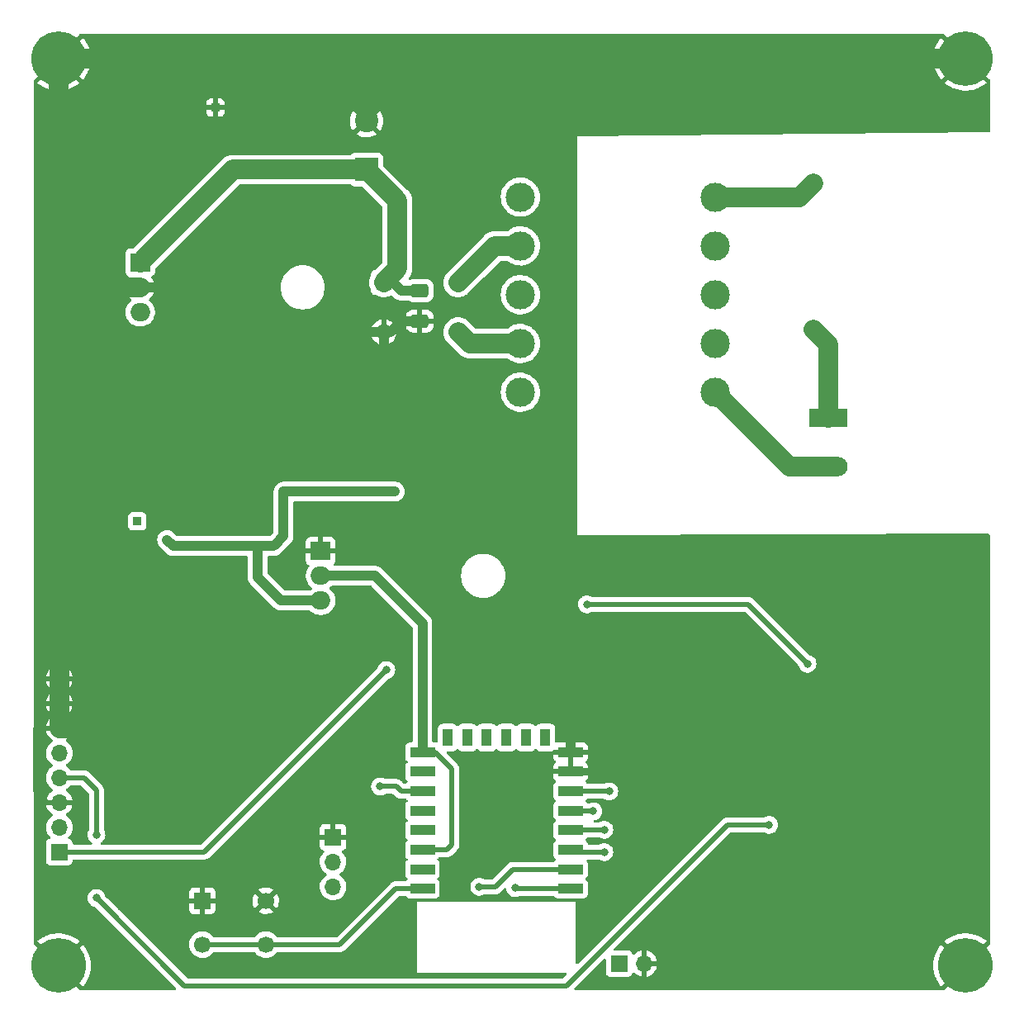
<source format=gbl>
%TF.GenerationSoftware,KiCad,Pcbnew,(6.0.4-0)*%
%TF.CreationDate,2022-09-08T11:41:12+02:00*%
%TF.ProjectId,Antennenumschalter,416e7465-6e6e-4656-9e75-6d736368616c,rev?*%
%TF.SameCoordinates,Original*%
%TF.FileFunction,Copper,L2,Bot*%
%TF.FilePolarity,Positive*%
%FSLAX46Y46*%
G04 Gerber Fmt 4.6, Leading zero omitted, Abs format (unit mm)*
G04 Created by KiCad (PCBNEW (6.0.4-0)) date 2022-09-08 11:41:12*
%MOMM*%
%LPD*%
G01*
G04 APERTURE LIST*
G04 Aperture macros list*
%AMRoundRect*
0 Rectangle with rounded corners*
0 $1 Rounding radius*
0 $2 $3 $4 $5 $6 $7 $8 $9 X,Y pos of 4 corners*
0 Add a 4 corners polygon primitive as box body*
4,1,4,$2,$3,$4,$5,$6,$7,$8,$9,$2,$3,0*
0 Add four circle primitives for the rounded corners*
1,1,$1+$1,$2,$3*
1,1,$1+$1,$4,$5*
1,1,$1+$1,$6,$7*
1,1,$1+$1,$8,$9*
0 Add four rect primitives between the rounded corners*
20,1,$1+$1,$2,$3,$4,$5,0*
20,1,$1+$1,$4,$5,$6,$7,0*
20,1,$1+$1,$6,$7,$8,$9,0*
20,1,$1+$1,$8,$9,$2,$3,0*%
G04 Aperture macros list end*
%TA.AperFunction,ComponentPad*%
%ADD10R,0.850000X0.850000*%
%TD*%
%TA.AperFunction,ComponentPad*%
%ADD11R,1.700000X1.700000*%
%TD*%
%TA.AperFunction,ComponentPad*%
%ADD12O,1.700000X1.700000*%
%TD*%
%TA.AperFunction,ComponentPad*%
%ADD13C,5.600000*%
%TD*%
%TA.AperFunction,ComponentPad*%
%ADD14C,1.524000*%
%TD*%
%TA.AperFunction,ComponentPad*%
%ADD15R,2.400000X2.400000*%
%TD*%
%TA.AperFunction,ComponentPad*%
%ADD16C,2.400000*%
%TD*%
%TA.AperFunction,ComponentPad*%
%ADD17R,1.600000X1.600000*%
%TD*%
%TA.AperFunction,ComponentPad*%
%ADD18O,1.600000X1.600000*%
%TD*%
%TA.AperFunction,ComponentPad*%
%ADD19R,2.000000X1.905000*%
%TD*%
%TA.AperFunction,ComponentPad*%
%ADD20O,2.000000X1.905000*%
%TD*%
%TA.AperFunction,ComponentPad*%
%ADD21R,3.960000X1.980000*%
%TD*%
%TA.AperFunction,ComponentPad*%
%ADD22O,3.960000X1.980000*%
%TD*%
%TA.AperFunction,ComponentPad*%
%ADD23C,1.700000*%
%TD*%
%TA.AperFunction,ComponentPad*%
%ADD24C,3.000000*%
%TD*%
%TA.AperFunction,SMDPad,CuDef*%
%ADD25RoundRect,0.250000X-0.650000X0.412500X-0.650000X-0.412500X0.650000X-0.412500X0.650000X0.412500X0*%
%TD*%
%TA.AperFunction,SMDPad,CuDef*%
%ADD26R,2.500000X1.000000*%
%TD*%
%TA.AperFunction,SMDPad,CuDef*%
%ADD27R,1.000000X1.800000*%
%TD*%
%TA.AperFunction,ViaPad*%
%ADD28C,0.800000*%
%TD*%
%TA.AperFunction,Conductor*%
%ADD29C,0.500000*%
%TD*%
%TA.AperFunction,Conductor*%
%ADD30C,2.000000*%
%TD*%
%TA.AperFunction,Conductor*%
%ADD31C,1.000000*%
%TD*%
%TA.AperFunction,Conductor*%
%ADD32C,0.750000*%
%TD*%
G04 APERTURE END LIST*
D10*
X69088000Y-58039000D03*
X61087000Y-100457000D03*
D11*
X81153000Y-132842000D03*
D12*
X81153000Y-135382000D03*
X81153000Y-137922000D03*
D11*
X53086000Y-134351000D03*
D12*
X53086000Y-131811000D03*
X53086000Y-129271000D03*
X53086000Y-126731000D03*
X53086000Y-124191000D03*
X53086000Y-121651000D03*
X53086000Y-119111000D03*
X53086000Y-116571000D03*
D13*
X146000000Y-53000000D03*
X53000000Y-146000000D03*
D14*
X130429000Y-80779000D03*
X130429000Y-65793000D03*
D13*
X146000000Y-146000000D03*
X53000000Y-53000000D03*
D15*
X84582000Y-64389000D03*
D16*
X84582000Y-59389000D03*
D17*
X86360000Y-75959000D03*
D18*
X86360000Y-81039000D03*
X93980000Y-81039000D03*
X93980000Y-75959000D03*
D19*
X61382000Y-73914000D03*
D20*
X61382000Y-76454000D03*
X61382000Y-78994000D03*
D21*
X131953000Y-89818000D03*
D22*
X131953000Y-94818000D03*
D19*
X79883000Y-103505000D03*
D20*
X79883000Y-106045000D03*
X79883000Y-108585000D03*
D11*
X67743000Y-139355000D03*
D23*
X74243000Y-139355000D03*
X74243000Y-143855000D03*
X67743000Y-143855000D03*
D24*
X120363000Y-67216000D03*
X120363000Y-72216000D03*
X120363000Y-77216000D03*
X120363000Y-82216000D03*
X120363000Y-87216000D03*
X100363000Y-87216000D03*
X100363000Y-82216000D03*
X100363000Y-77216000D03*
X100363000Y-72216000D03*
X100363000Y-67216000D03*
D11*
X110485000Y-145796000D03*
D12*
X113025000Y-145796000D03*
D25*
X90043000Y-76796500D03*
X90043000Y-79921500D03*
D26*
X90317000Y-138120000D03*
X90317000Y-136120000D03*
X90317000Y-134120000D03*
X90317000Y-132120000D03*
X90317000Y-130120000D03*
X90317000Y-128120000D03*
X90317000Y-126120000D03*
X90317000Y-124120000D03*
D27*
X92917000Y-122620000D03*
X94917000Y-122620000D03*
X96917000Y-122620000D03*
X98917000Y-122620000D03*
X100917000Y-122620000D03*
X102917000Y-122620000D03*
D26*
X105517000Y-124120000D03*
X105517000Y-126120000D03*
X105517000Y-128120000D03*
X105517000Y-130120000D03*
X105517000Y-132120000D03*
X105517000Y-134120000D03*
X105517000Y-136120000D03*
X105517000Y-138120000D03*
D28*
X85979000Y-127635000D03*
X64516000Y-132334000D03*
X117729000Y-131318000D03*
X109474000Y-128143000D03*
X107823000Y-130175000D03*
X108966000Y-132080000D03*
X108966000Y-134366000D03*
X96139000Y-137922000D03*
X99822000Y-138049000D03*
X64135000Y-102362000D03*
X87503000Y-97409000D03*
X76073000Y-97409000D03*
X86614000Y-115697000D03*
X129794000Y-115062000D03*
X107188000Y-108966000D03*
X56896000Y-132588000D03*
X56896000Y-139065000D03*
X125857000Y-131572000D03*
D29*
X93345000Y-133604000D02*
X92829000Y-134120000D01*
X92829000Y-134120000D02*
X90317000Y-134120000D01*
X74243000Y-143855000D02*
X81824000Y-143855000D01*
X81824000Y-143855000D02*
X87559000Y-138120000D01*
X87559000Y-138120000D02*
X90317000Y-138120000D01*
X67743000Y-143855000D02*
X74243000Y-143855000D01*
D30*
X85430000Y-53000000D02*
X69002000Y-53000000D01*
X69002000Y-53000000D02*
X53000000Y-53000000D01*
D29*
X69088000Y-53086000D02*
X69002000Y-53000000D01*
X69088000Y-58039000D02*
X69088000Y-53086000D01*
D30*
X131953000Y-89818000D02*
X131953000Y-82303000D01*
X131953000Y-82303000D02*
X130429000Y-80779000D01*
X120363000Y-87216000D02*
X127965000Y-94818000D01*
X127965000Y-94818000D02*
X131953000Y-94818000D01*
D31*
X79883000Y-106045000D02*
X85471000Y-106045000D01*
D29*
X93345000Y-125857000D02*
X93345000Y-133604000D01*
X90317000Y-124120000D02*
X91608000Y-124120000D01*
D31*
X90317000Y-111018000D02*
X90317000Y-110891000D01*
X85471000Y-106045000D02*
X90317000Y-110891000D01*
X90317000Y-124120000D02*
X90317000Y-111018000D01*
D29*
X91608000Y-124120000D02*
X93345000Y-125857000D01*
X85979000Y-127635000D02*
X87630000Y-127635000D01*
X88115000Y-128120000D02*
X90317000Y-128120000D01*
X87630000Y-127635000D02*
X88115000Y-128120000D01*
D30*
X53340000Y-76454000D02*
X61382000Y-76454000D01*
D32*
X112531000Y-126120000D02*
X117729000Y-131318000D01*
D31*
X88138000Y-79921500D02*
X90043000Y-79921500D01*
D30*
X53000000Y-53000000D02*
X53000000Y-61554000D01*
X64516000Y-127889000D02*
X64516000Y-132334000D01*
D31*
X75197000Y-81039000D02*
X84582000Y-81039000D01*
X84582000Y-53848000D02*
X85430000Y-53000000D01*
D30*
X53086000Y-116571000D02*
X53086000Y-76200000D01*
D31*
X84582000Y-81039000D02*
X87020500Y-81039000D01*
X105517000Y-124120000D02*
X105517000Y-105263000D01*
D29*
X51801000Y-129271000D02*
X50673000Y-128143000D01*
X50673000Y-121666000D02*
X53086000Y-119253000D01*
D31*
X87020500Y-81039000D02*
X88138000Y-79921500D01*
D30*
X53086000Y-121651000D02*
X58278000Y-121651000D01*
D29*
X105517000Y-124120000D02*
X105517000Y-126120000D01*
D31*
X105517000Y-105263000D02*
X86360000Y-86106000D01*
D30*
X146000000Y-53000000D02*
X85430000Y-53000000D01*
X84582000Y-59389000D02*
X84582000Y-53848000D01*
X53086000Y-76200000D02*
X53340000Y-76454000D01*
D31*
X86360000Y-86106000D02*
X86360000Y-81039000D01*
D30*
X53086000Y-116571000D02*
X53086000Y-119111000D01*
X58278000Y-121651000D02*
X64516000Y-127889000D01*
D31*
X61382000Y-76454000D02*
X70612000Y-76454000D01*
X70612000Y-76454000D02*
X75197000Y-81039000D01*
D30*
X53086000Y-76200000D02*
X53086000Y-61640000D01*
X53086000Y-119253000D02*
X53086000Y-121651000D01*
X53086000Y-119111000D02*
X53086000Y-119253000D01*
X53000000Y-61554000D02*
X53086000Y-61640000D01*
D29*
X50673000Y-128143000D02*
X50673000Y-121666000D01*
D32*
X105517000Y-126120000D02*
X112531000Y-126120000D01*
D29*
X53086000Y-129271000D02*
X51801000Y-129271000D01*
X105540000Y-128143000D02*
X105517000Y-128120000D01*
X109474000Y-128143000D02*
X105540000Y-128143000D01*
X107768000Y-130120000D02*
X107823000Y-130175000D01*
X105517000Y-130120000D02*
X107768000Y-130120000D01*
X105557000Y-132080000D02*
X105517000Y-132120000D01*
X108966000Y-132080000D02*
X105557000Y-132080000D01*
X108966000Y-134366000D02*
X105763000Y-134366000D01*
X105763000Y-134366000D02*
X105517000Y-134120000D01*
X97790000Y-137922000D02*
X99592000Y-136120000D01*
X96139000Y-137922000D02*
X97790000Y-137922000D01*
X99592000Y-136120000D02*
X105517000Y-136120000D01*
X99893000Y-138120000D02*
X105517000Y-138120000D01*
X99822000Y-138049000D02*
X99893000Y-138120000D01*
D30*
X61382000Y-73914000D02*
X70907000Y-64389000D01*
D31*
X88138000Y-76796500D02*
X90043000Y-76796500D01*
D30*
X70907000Y-64389000D02*
X84582000Y-64389000D01*
X87757000Y-67564000D02*
X87757000Y-74562000D01*
D31*
X87300500Y-75959000D02*
X88138000Y-76796500D01*
D30*
X87757000Y-74562000D02*
X86360000Y-75959000D01*
X84582000Y-64389000D02*
X87757000Y-67564000D01*
D31*
X75184000Y-102870000D02*
X75057000Y-102997000D01*
X64770000Y-102997000D02*
X64135000Y-102362000D01*
X75057000Y-102997000D02*
X73406000Y-102997000D01*
X76073000Y-97409000D02*
X76073000Y-101981000D01*
X79883000Y-108585000D02*
X75819000Y-108585000D01*
X76073000Y-97409000D02*
X87503000Y-97409000D01*
X73406000Y-102997000D02*
X64770000Y-102997000D01*
X73406000Y-106172000D02*
X73406000Y-102997000D01*
X76073000Y-101981000D02*
X75184000Y-102870000D01*
X75819000Y-108585000D02*
X73406000Y-106172000D01*
D30*
X129006000Y-67216000D02*
X130429000Y-65793000D01*
X120363000Y-67216000D02*
X129006000Y-67216000D01*
D29*
X67960000Y-134351000D02*
X53086000Y-134351000D01*
X86614000Y-115697000D02*
X67960000Y-134351000D01*
X123698000Y-108966000D02*
X107188000Y-108966000D01*
X129794000Y-115062000D02*
X123698000Y-108966000D01*
X105048582Y-148082000D02*
X65913000Y-148082000D01*
X121558582Y-131572000D02*
X105048582Y-148082000D01*
X125857000Y-131572000D02*
X121558582Y-131572000D01*
X56896000Y-132588000D02*
X56896000Y-128016000D01*
X65913000Y-148082000D02*
X56896000Y-139065000D01*
X56896000Y-128016000D02*
X55611000Y-126731000D01*
X55611000Y-126731000D02*
X53086000Y-126731000D01*
D30*
X100363000Y-82216000D02*
X95157000Y-82216000D01*
X95157000Y-82216000D02*
X93980000Y-81039000D01*
X97723000Y-72216000D02*
X93980000Y-75959000D01*
X100363000Y-72216000D02*
X97723000Y-72216000D01*
%TA.AperFunction,Conductor*%
G36*
X143883642Y-50528502D02*
G01*
X143904616Y-50545405D01*
X146000000Y-52640790D01*
X148454595Y-55095384D01*
X148488621Y-55157696D01*
X148491500Y-55184479D01*
X148491500Y-60459496D01*
X148471498Y-60527617D01*
X148417842Y-60574110D01*
X148366618Y-60585491D01*
X106190115Y-60959839D01*
X106190114Y-60959839D01*
X106172000Y-60960000D01*
X106172000Y-101854000D01*
X106185638Y-101853960D01*
X106185640Y-101853960D01*
X148365126Y-101728798D01*
X148433306Y-101748597D01*
X148479958Y-101802115D01*
X148491500Y-101854797D01*
X148491500Y-143815521D01*
X148471498Y-143883642D01*
X148454595Y-143904616D01*
X146000000Y-146359210D01*
X143904616Y-148454595D01*
X143842304Y-148488621D01*
X143815521Y-148491500D01*
X106015953Y-148491500D01*
X105947832Y-148471498D01*
X105901339Y-148417842D01*
X105891235Y-148347568D01*
X105920729Y-148282988D01*
X105926858Y-148276405D01*
X108911405Y-145291858D01*
X108973717Y-145257832D01*
X109044532Y-145262897D01*
X109101368Y-145305444D01*
X109126179Y-145371964D01*
X109126500Y-145380953D01*
X109126500Y-146694134D01*
X109133255Y-146756316D01*
X109184385Y-146892705D01*
X109271739Y-147009261D01*
X109388295Y-147096615D01*
X109524684Y-147147745D01*
X109586866Y-147154500D01*
X111383134Y-147154500D01*
X111445316Y-147147745D01*
X111581705Y-147096615D01*
X111698261Y-147009261D01*
X111785615Y-146892705D01*
X111807945Y-146833139D01*
X111829798Y-146774848D01*
X111872440Y-146718084D01*
X111939001Y-146693384D01*
X112008350Y-146708592D01*
X112043017Y-146736580D01*
X112068218Y-146765673D01*
X112075580Y-146772883D01*
X112239434Y-146908916D01*
X112247881Y-146914831D01*
X112431756Y-147022279D01*
X112441042Y-147026729D01*
X112640001Y-147102703D01*
X112649899Y-147105579D01*
X112753250Y-147126606D01*
X112767299Y-147125410D01*
X112771000Y-147115065D01*
X112771000Y-147114517D01*
X113279000Y-147114517D01*
X113283064Y-147128359D01*
X113296478Y-147130393D01*
X113303184Y-147129534D01*
X113313262Y-147127392D01*
X113517255Y-147066191D01*
X113526842Y-147062433D01*
X113718095Y-146968739D01*
X113726945Y-146963464D01*
X113900328Y-146839792D01*
X113908200Y-146833139D01*
X114059052Y-146682812D01*
X114065730Y-146674965D01*
X114190003Y-146502020D01*
X114195313Y-146493183D01*
X114289670Y-146302267D01*
X114293469Y-146292672D01*
X114355377Y-146088910D01*
X114357555Y-146078837D01*
X114358986Y-146067962D01*
X114356775Y-146053778D01*
X114343617Y-146050000D01*
X113297115Y-146050000D01*
X113281876Y-146054475D01*
X113280671Y-146055865D01*
X113279000Y-146063548D01*
X113279000Y-147114517D01*
X112771000Y-147114517D01*
X112771000Y-145991832D01*
X142687333Y-145991832D01*
X142705117Y-146342893D01*
X142705827Y-146349649D01*
X142761420Y-146696723D01*
X142762859Y-146703378D01*
X142855608Y-147042410D01*
X142857757Y-147048871D01*
X142986581Y-147375912D01*
X142989412Y-147382095D01*
X143152803Y-147693310D01*
X143156286Y-147699152D01*
X143352330Y-147990896D01*
X143356433Y-147996340D01*
X143476425Y-148138836D01*
X143489164Y-148147279D01*
X143499608Y-148141181D01*
X145627980Y-146012810D01*
X145635592Y-145998869D01*
X145635461Y-145997034D01*
X145631210Y-145990420D01*
X143500992Y-143860203D01*
X143487455Y-143852811D01*
X143477753Y-143859599D01*
X143370430Y-143985257D01*
X143366296Y-143990664D01*
X143168215Y-144281041D01*
X143164697Y-144286851D01*
X142999134Y-144596922D01*
X142996259Y-144603087D01*
X142865155Y-144929218D01*
X142862962Y-144935658D01*
X142767846Y-145274044D01*
X142766363Y-145280679D01*
X142708350Y-145627354D01*
X142707591Y-145634126D01*
X142687357Y-145985037D01*
X142687333Y-145991832D01*
X112771000Y-145991832D01*
X112771000Y-145523885D01*
X113279000Y-145523885D01*
X113283475Y-145539124D01*
X113284865Y-145540329D01*
X113292548Y-145542000D01*
X114343344Y-145542000D01*
X114356875Y-145538027D01*
X114358180Y-145528947D01*
X114316214Y-145361875D01*
X114312894Y-145352124D01*
X114227972Y-145156814D01*
X114223105Y-145147739D01*
X114107426Y-144968926D01*
X114101136Y-144960757D01*
X113957806Y-144803240D01*
X113950273Y-144796215D01*
X113783139Y-144664222D01*
X113774552Y-144658517D01*
X113588117Y-144555599D01*
X113578705Y-144551369D01*
X113377959Y-144480280D01*
X113367988Y-144477646D01*
X113296837Y-144464972D01*
X113283540Y-144466432D01*
X113279000Y-144480989D01*
X113279000Y-145523885D01*
X112771000Y-145523885D01*
X112771000Y-144479102D01*
X112767082Y-144465758D01*
X112752806Y-144463771D01*
X112714324Y-144469660D01*
X112704288Y-144472051D01*
X112501868Y-144538212D01*
X112492359Y-144542209D01*
X112303463Y-144640542D01*
X112294738Y-144646036D01*
X112124433Y-144773905D01*
X112116726Y-144780748D01*
X112039478Y-144861584D01*
X111977954Y-144897014D01*
X111907042Y-144893557D01*
X111849255Y-144852311D01*
X111830402Y-144818763D01*
X111788767Y-144707703D01*
X111785615Y-144699295D01*
X111698261Y-144582739D01*
X111581705Y-144495385D01*
X111445316Y-144444255D01*
X111383134Y-144437500D01*
X110069953Y-144437500D01*
X110001832Y-144417498D01*
X109955339Y-144363842D01*
X109945235Y-144293568D01*
X109974729Y-144228988D01*
X109980858Y-144222405D01*
X110716401Y-143486862D01*
X143849950Y-143486862D01*
X143849986Y-143487704D01*
X143855037Y-143495826D01*
X145987190Y-145627980D01*
X146001131Y-145635592D01*
X146002966Y-145635461D01*
X146009580Y-145631210D01*
X148142798Y-143497991D01*
X148150412Y-143484047D01*
X148150344Y-143483089D01*
X148145836Y-143476272D01*
X148144418Y-143475065D01*
X147864813Y-143262064D01*
X147859187Y-143258240D01*
X147558214Y-143076681D01*
X147552202Y-143073484D01*
X147233370Y-142925487D01*
X147227070Y-142922967D01*
X146894129Y-142810273D01*
X146887551Y-142808437D01*
X146544417Y-142732367D01*
X146537678Y-142731251D01*
X146188310Y-142692680D01*
X146181529Y-142692301D01*
X145830015Y-142691687D01*
X145823242Y-142692042D01*
X145473720Y-142729395D01*
X145467010Y-142730482D01*
X145123586Y-142805361D01*
X145117011Y-142807172D01*
X144783683Y-142918702D01*
X144777361Y-142921205D01*
X144458034Y-143068079D01*
X144451991Y-143071265D01*
X144150401Y-143251763D01*
X144144755Y-143255571D01*
X143864408Y-143467596D01*
X143859211Y-143471987D01*
X143857972Y-143473155D01*
X143849950Y-143486862D01*
X110716401Y-143486862D01*
X121835858Y-132367405D01*
X121898170Y-132333379D01*
X121924953Y-132330500D01*
X125314413Y-132330500D01*
X125388472Y-132354563D01*
X125394902Y-132359235D01*
X125394909Y-132359239D01*
X125400248Y-132363118D01*
X125406276Y-132365802D01*
X125406278Y-132365803D01*
X125540621Y-132425616D01*
X125574712Y-132440794D01*
X125668113Y-132460647D01*
X125755056Y-132479128D01*
X125755061Y-132479128D01*
X125761513Y-132480500D01*
X125952487Y-132480500D01*
X125958939Y-132479128D01*
X125958944Y-132479128D01*
X126045887Y-132460647D01*
X126139288Y-132440794D01*
X126173379Y-132425616D01*
X126307722Y-132365803D01*
X126307724Y-132365802D01*
X126313752Y-132363118D01*
X126319097Y-132359235D01*
X126389812Y-132307857D01*
X126468253Y-132250866D01*
X126596040Y-132108944D01*
X126691527Y-131943556D01*
X126750542Y-131761928D01*
X126770504Y-131572000D01*
X126753062Y-131406045D01*
X126751232Y-131388635D01*
X126751232Y-131388633D01*
X126750542Y-131382072D01*
X126691527Y-131200444D01*
X126596040Y-131035056D01*
X126556783Y-130991456D01*
X126472675Y-130898045D01*
X126472674Y-130898044D01*
X126468253Y-130893134D01*
X126358647Y-130813500D01*
X126319094Y-130784763D01*
X126319093Y-130784762D01*
X126313752Y-130780882D01*
X126307724Y-130778198D01*
X126307722Y-130778197D01*
X126145319Y-130705891D01*
X126145318Y-130705891D01*
X126139288Y-130703206D01*
X126045888Y-130683353D01*
X125958944Y-130664872D01*
X125958939Y-130664872D01*
X125952487Y-130663500D01*
X125761513Y-130663500D01*
X125755061Y-130664872D01*
X125755056Y-130664872D01*
X125668112Y-130683353D01*
X125574712Y-130703206D01*
X125568682Y-130705891D01*
X125568681Y-130705891D01*
X125406278Y-130778197D01*
X125406276Y-130778198D01*
X125400248Y-130780882D01*
X125394909Y-130784761D01*
X125394902Y-130784765D01*
X125388472Y-130789437D01*
X125314413Y-130813500D01*
X121625652Y-130813500D01*
X121606702Y-130812067D01*
X121592467Y-130809901D01*
X121592463Y-130809901D01*
X121585233Y-130808801D01*
X121577941Y-130809394D01*
X121577938Y-130809394D01*
X121532564Y-130813085D01*
X121522349Y-130813500D01*
X121514289Y-130813500D01*
X121510655Y-130813924D01*
X121510649Y-130813924D01*
X121497624Y-130815443D01*
X121486062Y-130816791D01*
X121481714Y-130817221D01*
X121408946Y-130823140D01*
X121401985Y-130825395D01*
X121396045Y-130826582D01*
X121390170Y-130827971D01*
X121382901Y-130828818D01*
X121314252Y-130853736D01*
X121310124Y-130855153D01*
X121247646Y-130875393D01*
X121247644Y-130875394D01*
X121240683Y-130877649D01*
X121234428Y-130881445D01*
X121228954Y-130883951D01*
X121223524Y-130886670D01*
X121216645Y-130889167D01*
X121210525Y-130893180D01*
X121210524Y-130893180D01*
X121155606Y-130929186D01*
X121151902Y-130931523D01*
X121089475Y-130969405D01*
X121081098Y-130976803D01*
X121081074Y-130976776D01*
X121078082Y-130979429D01*
X121074849Y-130982132D01*
X121068730Y-130986144D01*
X121063698Y-130991456D01*
X121015454Y-131042383D01*
X121013076Y-131044825D01*
X106252095Y-145805806D01*
X106189783Y-145839832D01*
X106118968Y-145834767D01*
X106062132Y-145792220D01*
X106037321Y-145725700D01*
X106037000Y-145716711D01*
X106037000Y-139420000D01*
X89797000Y-139420000D01*
X89797000Y-146740000D01*
X105013711Y-146740000D01*
X105081832Y-146760002D01*
X105128325Y-146813658D01*
X105138429Y-146883932D01*
X105108935Y-146948512D01*
X105102806Y-146955095D01*
X104771306Y-147286595D01*
X104708994Y-147320621D01*
X104682211Y-147323500D01*
X66279371Y-147323500D01*
X66211250Y-147303498D01*
X66190276Y-147286595D01*
X59153350Y-140249669D01*
X66385001Y-140249669D01*
X66385371Y-140256490D01*
X66390895Y-140307352D01*
X66394521Y-140322604D01*
X66439676Y-140443054D01*
X66448214Y-140458649D01*
X66524715Y-140560724D01*
X66537276Y-140573285D01*
X66639351Y-140649786D01*
X66654946Y-140658324D01*
X66775394Y-140703478D01*
X66790649Y-140707105D01*
X66841514Y-140712631D01*
X66848328Y-140713000D01*
X67470885Y-140713000D01*
X67486124Y-140708525D01*
X67487329Y-140707135D01*
X67489000Y-140699452D01*
X67489000Y-140694884D01*
X67997000Y-140694884D01*
X68001475Y-140710123D01*
X68002865Y-140711328D01*
X68010548Y-140712999D01*
X68637669Y-140712999D01*
X68644490Y-140712629D01*
X68695352Y-140707105D01*
X68710604Y-140703479D01*
X68831054Y-140658324D01*
X68846649Y-140649786D01*
X68948724Y-140573285D01*
X68961285Y-140560724D01*
X69021894Y-140479853D01*
X73482977Y-140479853D01*
X73488258Y-140486907D01*
X73649756Y-140581279D01*
X73659042Y-140585729D01*
X73858001Y-140661703D01*
X73867899Y-140664579D01*
X74076595Y-140707038D01*
X74086823Y-140708257D01*
X74299650Y-140716062D01*
X74309936Y-140715595D01*
X74521185Y-140688534D01*
X74531262Y-140686392D01*
X74735255Y-140625191D01*
X74744842Y-140621433D01*
X74936098Y-140527738D01*
X74944944Y-140522465D01*
X74992247Y-140488723D01*
X75000648Y-140478023D01*
X74993660Y-140464870D01*
X74255812Y-139727022D01*
X74241868Y-139719408D01*
X74240035Y-139719539D01*
X74233420Y-139723790D01*
X73489737Y-140467473D01*
X73482977Y-140479853D01*
X69021894Y-140479853D01*
X69037786Y-140458649D01*
X69046324Y-140443054D01*
X69091478Y-140322606D01*
X69095105Y-140307351D01*
X69100631Y-140256486D01*
X69101000Y-140249672D01*
X69101000Y-139627115D01*
X69096525Y-139611876D01*
X69095135Y-139610671D01*
X69087452Y-139609000D01*
X68015115Y-139609000D01*
X67999876Y-139613475D01*
X67998671Y-139614865D01*
X67997000Y-139622548D01*
X67997000Y-140694884D01*
X67489000Y-140694884D01*
X67489000Y-139627115D01*
X67484525Y-139611876D01*
X67483135Y-139610671D01*
X67475452Y-139609000D01*
X66403116Y-139609000D01*
X66387877Y-139613475D01*
X66386672Y-139614865D01*
X66385001Y-139622548D01*
X66385001Y-140249669D01*
X59153350Y-140249669D01*
X58230544Y-139326863D01*
X72881050Y-139326863D01*
X72893309Y-139539477D01*
X72894745Y-139549697D01*
X72941565Y-139757446D01*
X72944645Y-139767275D01*
X73024770Y-139964603D01*
X73029413Y-139973794D01*
X73109460Y-140104420D01*
X73119916Y-140113880D01*
X73128694Y-140110096D01*
X73870978Y-139367812D01*
X73877356Y-139356132D01*
X74607408Y-139356132D01*
X74607539Y-139357965D01*
X74611790Y-139364580D01*
X75353474Y-140106264D01*
X75365484Y-140112823D01*
X75377223Y-140103855D01*
X75408004Y-140061019D01*
X75413315Y-140052180D01*
X75507670Y-139861267D01*
X75511469Y-139851672D01*
X75573376Y-139647915D01*
X75575555Y-139637834D01*
X75603590Y-139424887D01*
X75604109Y-139418212D01*
X75605572Y-139358364D01*
X75605378Y-139351646D01*
X75587781Y-139137604D01*
X75586096Y-139127424D01*
X75534214Y-138920875D01*
X75530894Y-138911124D01*
X75445972Y-138715814D01*
X75441105Y-138706739D01*
X75376063Y-138606197D01*
X75365377Y-138596995D01*
X75355812Y-138601398D01*
X74615022Y-139342188D01*
X74607408Y-139356132D01*
X73877356Y-139356132D01*
X73878592Y-139353868D01*
X73878461Y-139352035D01*
X73874210Y-139345420D01*
X73132849Y-138604059D01*
X73121313Y-138597759D01*
X73109031Y-138607382D01*
X73061089Y-138677662D01*
X73056004Y-138686613D01*
X72966338Y-138879783D01*
X72962775Y-138889470D01*
X72905864Y-139094681D01*
X72903933Y-139104800D01*
X72881302Y-139316574D01*
X72881050Y-139326863D01*
X58230544Y-139326863D01*
X57986566Y-139082885D01*
X66385000Y-139082885D01*
X66389475Y-139098124D01*
X66390865Y-139099329D01*
X66398548Y-139101000D01*
X67470885Y-139101000D01*
X67486124Y-139096525D01*
X67487329Y-139095135D01*
X67489000Y-139087452D01*
X67489000Y-139082885D01*
X67997000Y-139082885D01*
X68001475Y-139098124D01*
X68002865Y-139099329D01*
X68010548Y-139101000D01*
X69082884Y-139101000D01*
X69098123Y-139096525D01*
X69099328Y-139095135D01*
X69100999Y-139087452D01*
X69100999Y-138460331D01*
X69100629Y-138453510D01*
X69095105Y-138402648D01*
X69091479Y-138387396D01*
X69046324Y-138266946D01*
X69037786Y-138251351D01*
X69022854Y-138231427D01*
X73484223Y-138231427D01*
X73490968Y-138243758D01*
X74230188Y-138982978D01*
X74244132Y-138990592D01*
X74245965Y-138990461D01*
X74252580Y-138986210D01*
X74996389Y-138242401D01*
X75003410Y-138229544D01*
X74996611Y-138220213D01*
X74992554Y-138217518D01*
X74806117Y-138114599D01*
X74796705Y-138110369D01*
X74595959Y-138039280D01*
X74585989Y-138036646D01*
X74376327Y-137999301D01*
X74366073Y-137998331D01*
X74153116Y-137995728D01*
X74142832Y-137996448D01*
X73932321Y-138028661D01*
X73922293Y-138031050D01*
X73719868Y-138097212D01*
X73710359Y-138101209D01*
X73521466Y-138199540D01*
X73512734Y-138205039D01*
X73492677Y-138220099D01*
X73484223Y-138231427D01*
X69022854Y-138231427D01*
X68961285Y-138149276D01*
X68948724Y-138136715D01*
X68846649Y-138060214D01*
X68831054Y-138051676D01*
X68710606Y-138006522D01*
X68695351Y-138002895D01*
X68644486Y-137997369D01*
X68637672Y-137997000D01*
X68015115Y-137997000D01*
X67999876Y-138001475D01*
X67998671Y-138002865D01*
X67997000Y-138010548D01*
X67997000Y-139082885D01*
X67489000Y-139082885D01*
X67489000Y-138015116D01*
X67484525Y-137999877D01*
X67483135Y-137998672D01*
X67475452Y-137997001D01*
X66848331Y-137997001D01*
X66841510Y-137997371D01*
X66790648Y-138002895D01*
X66775396Y-138006521D01*
X66654946Y-138051676D01*
X66639351Y-138060214D01*
X66537276Y-138136715D01*
X66524715Y-138149276D01*
X66448214Y-138251351D01*
X66439676Y-138266946D01*
X66394522Y-138387394D01*
X66390895Y-138402649D01*
X66385369Y-138453514D01*
X66385000Y-138460328D01*
X66385000Y-139082885D01*
X57986566Y-139082885D01*
X57816125Y-138912444D01*
X57785387Y-138862285D01*
X57778185Y-138840118D01*
X57730527Y-138693444D01*
X57725425Y-138684606D01*
X57690478Y-138624077D01*
X57635040Y-138528056D01*
X57566248Y-138451654D01*
X57511675Y-138391045D01*
X57511674Y-138391044D01*
X57507253Y-138386134D01*
X57379831Y-138293556D01*
X57358094Y-138277763D01*
X57358093Y-138277762D01*
X57352752Y-138273882D01*
X57346724Y-138271198D01*
X57346722Y-138271197D01*
X57184319Y-138198891D01*
X57184318Y-138198891D01*
X57178288Y-138196206D01*
X57084887Y-138176353D01*
X56997944Y-138157872D01*
X56997939Y-138157872D01*
X56991487Y-138156500D01*
X56800513Y-138156500D01*
X56794061Y-138157872D01*
X56794056Y-138157872D01*
X56707113Y-138176353D01*
X56613712Y-138196206D01*
X56607682Y-138198891D01*
X56607681Y-138198891D01*
X56445278Y-138271197D01*
X56445276Y-138271198D01*
X56439248Y-138273882D01*
X56433907Y-138277762D01*
X56433906Y-138277763D01*
X56412169Y-138293556D01*
X56284747Y-138386134D01*
X56280326Y-138391044D01*
X56280325Y-138391045D01*
X56225753Y-138451654D01*
X56156960Y-138528056D01*
X56101522Y-138624077D01*
X56066576Y-138684606D01*
X56061473Y-138693444D01*
X56002458Y-138875072D01*
X56001768Y-138881633D01*
X56001768Y-138881635D01*
X55985615Y-139035327D01*
X55982496Y-139065000D01*
X55983186Y-139071565D01*
X55995914Y-139192661D01*
X56002458Y-139254928D01*
X56061473Y-139436556D01*
X56156960Y-139601944D01*
X56161378Y-139606851D01*
X56161379Y-139606852D01*
X56280325Y-139738955D01*
X56284747Y-139743866D01*
X56316967Y-139767275D01*
X56433129Y-139851672D01*
X56439248Y-139856118D01*
X56445276Y-139858802D01*
X56445278Y-139858803D01*
X56607681Y-139931109D01*
X56613712Y-139933794D01*
X56620167Y-139935166D01*
X56620176Y-139935169D01*
X56676772Y-139947199D01*
X56739669Y-139981350D01*
X65034724Y-148276405D01*
X65068750Y-148338717D01*
X65063685Y-148409532D01*
X65021138Y-148466368D01*
X64954618Y-148491179D01*
X64945629Y-148491500D01*
X55184479Y-148491500D01*
X55116358Y-148471498D01*
X55095384Y-148454595D01*
X52641921Y-146001131D01*
X53364408Y-146001131D01*
X53364539Y-146002966D01*
X53368790Y-146009580D01*
X55499009Y-148139798D01*
X55512605Y-148147223D01*
X55522218Y-148140522D01*
X55622518Y-148023912D01*
X55626676Y-148018514D01*
X55825762Y-147728840D01*
X55829310Y-147723029D01*
X55995942Y-147413559D01*
X55998849Y-147407381D01*
X56131090Y-147081713D01*
X56133304Y-147075283D01*
X56229598Y-146737237D01*
X56231105Y-146730607D01*
X56290332Y-146384118D01*
X56291112Y-146377378D01*
X56312668Y-146024925D01*
X56312784Y-146021323D01*
X56312853Y-146001819D01*
X56312761Y-145998194D01*
X56293666Y-145645615D01*
X56292931Y-145638849D01*
X56236130Y-145291985D01*
X56234663Y-145285313D01*
X56140736Y-144946627D01*
X56138562Y-144940163D01*
X56008598Y-144613578D01*
X56005742Y-144607398D01*
X55841269Y-144296763D01*
X55837769Y-144290937D01*
X55640697Y-143999862D01*
X55636590Y-143994453D01*
X55523565Y-143861179D01*
X55510740Y-143852743D01*
X55500416Y-143858795D01*
X53372020Y-145987190D01*
X53364408Y-146001131D01*
X52641921Y-146001131D01*
X52640790Y-146000000D01*
X50545405Y-143904616D01*
X50511379Y-143842304D01*
X50508500Y-143815521D01*
X50508500Y-143486862D01*
X50849950Y-143486862D01*
X50849986Y-143487704D01*
X50855037Y-143495826D01*
X52987190Y-145627980D01*
X53001131Y-145635592D01*
X53002966Y-145635461D01*
X53009580Y-145631210D01*
X55142798Y-143497991D01*
X55150412Y-143484047D01*
X55150344Y-143483089D01*
X55145836Y-143476272D01*
X55144418Y-143475065D01*
X54864813Y-143262064D01*
X54859187Y-143258240D01*
X54558214Y-143076681D01*
X54552202Y-143073484D01*
X54233370Y-142925487D01*
X54227070Y-142922967D01*
X53894129Y-142810273D01*
X53887551Y-142808437D01*
X53544417Y-142732367D01*
X53537678Y-142731251D01*
X53188310Y-142692680D01*
X53181529Y-142692301D01*
X52830015Y-142691687D01*
X52823242Y-142692042D01*
X52473720Y-142729395D01*
X52467010Y-142730482D01*
X52123586Y-142805361D01*
X52117011Y-142807172D01*
X51783683Y-142918702D01*
X51777361Y-142921205D01*
X51458034Y-143068079D01*
X51451991Y-143071265D01*
X51150401Y-143251763D01*
X51144755Y-143255571D01*
X50864408Y-143467596D01*
X50859211Y-143471987D01*
X50857972Y-143473155D01*
X50849950Y-143486862D01*
X50508500Y-143486862D01*
X50508500Y-137888695D01*
X79790251Y-137888695D01*
X79790548Y-137893848D01*
X79790548Y-137893851D01*
X79801248Y-138079414D01*
X79803110Y-138111715D01*
X79804247Y-138116761D01*
X79804248Y-138116767D01*
X79824119Y-138204939D01*
X79852222Y-138329639D01*
X79902522Y-138453514D01*
X79929876Y-138520878D01*
X79936266Y-138536616D01*
X79952808Y-138563610D01*
X80046072Y-138715803D01*
X80052987Y-138727088D01*
X80199250Y-138895938D01*
X80371126Y-139038632D01*
X80564000Y-139151338D01*
X80772692Y-139231030D01*
X80777760Y-139232061D01*
X80777763Y-139232062D01*
X80885017Y-139253883D01*
X80991597Y-139275567D01*
X80996772Y-139275757D01*
X80996774Y-139275757D01*
X81209673Y-139283564D01*
X81209677Y-139283564D01*
X81214837Y-139283753D01*
X81219957Y-139283097D01*
X81219959Y-139283097D01*
X81431288Y-139256025D01*
X81431289Y-139256025D01*
X81436416Y-139255368D01*
X81459758Y-139248365D01*
X81645429Y-139192661D01*
X81645434Y-139192659D01*
X81650384Y-139191174D01*
X81850994Y-139092896D01*
X82032860Y-138963173D01*
X82191096Y-138805489D01*
X82200670Y-138792166D01*
X82318435Y-138628277D01*
X82321453Y-138624077D01*
X82324157Y-138618607D01*
X82418136Y-138428453D01*
X82418137Y-138428451D01*
X82420430Y-138423811D01*
X82474695Y-138245206D01*
X82483865Y-138215023D01*
X82483865Y-138215021D01*
X82485370Y-138210069D01*
X82514529Y-137988590D01*
X82516156Y-137922000D01*
X82497852Y-137699361D01*
X82443431Y-137482702D01*
X82354354Y-137277840D01*
X82278522Y-137160621D01*
X82235822Y-137094617D01*
X82235820Y-137094614D01*
X82233014Y-137090277D01*
X82082670Y-136925051D01*
X82078619Y-136921852D01*
X82078615Y-136921848D01*
X81911414Y-136789800D01*
X81911410Y-136789798D01*
X81907359Y-136786598D01*
X81866053Y-136763796D01*
X81816084Y-136713364D01*
X81801312Y-136643921D01*
X81826428Y-136577516D01*
X81853780Y-136550909D01*
X81897603Y-136519650D01*
X82032860Y-136423173D01*
X82191096Y-136265489D01*
X82250594Y-136182689D01*
X82318435Y-136088277D01*
X82321453Y-136084077D01*
X82420430Y-135883811D01*
X82485370Y-135670069D01*
X82514529Y-135448590D01*
X82516156Y-135382000D01*
X82497852Y-135159361D01*
X82443431Y-134942702D01*
X82354354Y-134737840D01*
X82295700Y-134647175D01*
X82235822Y-134554617D01*
X82235820Y-134554614D01*
X82233014Y-134550277D01*
X82229540Y-134546459D01*
X82229533Y-134546450D01*
X82085435Y-134388088D01*
X82054383Y-134324242D01*
X82062779Y-134253744D01*
X82107956Y-134198976D01*
X82134400Y-134185307D01*
X82241052Y-134145325D01*
X82256649Y-134136786D01*
X82358724Y-134060285D01*
X82371285Y-134047724D01*
X82447786Y-133945649D01*
X82456324Y-133930054D01*
X82501478Y-133809606D01*
X82505105Y-133794351D01*
X82510631Y-133743486D01*
X82511000Y-133736672D01*
X82511000Y-133114115D01*
X82506525Y-133098876D01*
X82505135Y-133097671D01*
X82497452Y-133096000D01*
X79813116Y-133096000D01*
X79797877Y-133100475D01*
X79796672Y-133101865D01*
X79795001Y-133109548D01*
X79795001Y-133736669D01*
X79795371Y-133743490D01*
X79800895Y-133794352D01*
X79804521Y-133809604D01*
X79849676Y-133930054D01*
X79858214Y-133945649D01*
X79934715Y-134047724D01*
X79947276Y-134060285D01*
X80049351Y-134136786D01*
X80064946Y-134145324D01*
X80173827Y-134186142D01*
X80230591Y-134228784D01*
X80255291Y-134295345D01*
X80240083Y-134364694D01*
X80220691Y-134391175D01*
X80097200Y-134520401D01*
X80093629Y-134524138D01*
X79967743Y-134708680D01*
X79943174Y-134761610D01*
X79887010Y-134882606D01*
X79873688Y-134911305D01*
X79813989Y-135126570D01*
X79790251Y-135348695D01*
X79790548Y-135353848D01*
X79790548Y-135353851D01*
X79800611Y-135528381D01*
X79803110Y-135571715D01*
X79804247Y-135576761D01*
X79804248Y-135576767D01*
X79821827Y-135654767D01*
X79852222Y-135789639D01*
X79936266Y-135996616D01*
X80052987Y-136187088D01*
X80199250Y-136355938D01*
X80371126Y-136498632D01*
X80441595Y-136539811D01*
X80444445Y-136541476D01*
X80493169Y-136593114D01*
X80506240Y-136662897D01*
X80479509Y-136728669D01*
X80439055Y-136762027D01*
X80426607Y-136768507D01*
X80422474Y-136771610D01*
X80422471Y-136771612D01*
X80252100Y-136899530D01*
X80247965Y-136902635D01*
X80093629Y-137064138D01*
X80090715Y-137068410D01*
X80090714Y-137068411D01*
X80041538Y-137140500D01*
X79967743Y-137248680D01*
X79920715Y-137349993D01*
X79880251Y-137437167D01*
X79873688Y-137451305D01*
X79813989Y-137666570D01*
X79790251Y-137888695D01*
X50508500Y-137888695D01*
X50508500Y-131777695D01*
X51723251Y-131777695D01*
X51723548Y-131782848D01*
X51723548Y-131782851D01*
X51729706Y-131889648D01*
X51736110Y-132000715D01*
X51737247Y-132005761D01*
X51737248Y-132005767D01*
X51752498Y-132073435D01*
X51785222Y-132218639D01*
X51843888Y-132363118D01*
X51860747Y-132404635D01*
X51869266Y-132425616D01*
X51871965Y-132430020D01*
X51983008Y-132611226D01*
X51985987Y-132616088D01*
X52132250Y-132784938D01*
X52136230Y-132788242D01*
X52140981Y-132792187D01*
X52180616Y-132851090D01*
X52182113Y-132922071D01*
X52144997Y-132982593D01*
X52104724Y-133007112D01*
X51989295Y-133050385D01*
X51872739Y-133137739D01*
X51785385Y-133254295D01*
X51734255Y-133390684D01*
X51727500Y-133452866D01*
X51727500Y-135249134D01*
X51734255Y-135311316D01*
X51785385Y-135447705D01*
X51872739Y-135564261D01*
X51989295Y-135651615D01*
X52125684Y-135702745D01*
X52187866Y-135709500D01*
X53984134Y-135709500D01*
X54046316Y-135702745D01*
X54182705Y-135651615D01*
X54299261Y-135564261D01*
X54386615Y-135447705D01*
X54437745Y-135311316D01*
X54444500Y-135249134D01*
X54444500Y-135235500D01*
X54464502Y-135167379D01*
X54518158Y-135120886D01*
X54570500Y-135109500D01*
X67892930Y-135109500D01*
X67911880Y-135110933D01*
X67926115Y-135113099D01*
X67926119Y-135113099D01*
X67933349Y-135114199D01*
X67940641Y-135113606D01*
X67940644Y-135113606D01*
X67986018Y-135109915D01*
X67996233Y-135109500D01*
X68004293Y-135109500D01*
X68017583Y-135107951D01*
X68032507Y-135106211D01*
X68036882Y-135105778D01*
X68102339Y-135100454D01*
X68102342Y-135100453D01*
X68109637Y-135099860D01*
X68116601Y-135097604D01*
X68122560Y-135096413D01*
X68128415Y-135095029D01*
X68135681Y-135094182D01*
X68204327Y-135069265D01*
X68208455Y-135067848D01*
X68270936Y-135047607D01*
X68270938Y-135047606D01*
X68277899Y-135045351D01*
X68284154Y-135041555D01*
X68289628Y-135039049D01*
X68295058Y-135036330D01*
X68301937Y-135033833D01*
X68362976Y-134993814D01*
X68366680Y-134991477D01*
X68429107Y-134953595D01*
X68435760Y-134947720D01*
X68437484Y-134946197D01*
X68437508Y-134946224D01*
X68440500Y-134943571D01*
X68443733Y-134940868D01*
X68449852Y-134936856D01*
X68503128Y-134880617D01*
X68505506Y-134878175D01*
X70813796Y-132569885D01*
X79795000Y-132569885D01*
X79799475Y-132585124D01*
X79800865Y-132586329D01*
X79808548Y-132588000D01*
X80880885Y-132588000D01*
X80896124Y-132583525D01*
X80897329Y-132582135D01*
X80899000Y-132574452D01*
X80899000Y-132569885D01*
X81407000Y-132569885D01*
X81411475Y-132585124D01*
X81412865Y-132586329D01*
X81420548Y-132588000D01*
X82492884Y-132588000D01*
X82508123Y-132583525D01*
X82509328Y-132582135D01*
X82510999Y-132574452D01*
X82510999Y-131947331D01*
X82510629Y-131940510D01*
X82505105Y-131889648D01*
X82501479Y-131874396D01*
X82456324Y-131753946D01*
X82447786Y-131738351D01*
X82371285Y-131636276D01*
X82358724Y-131623715D01*
X82256649Y-131547214D01*
X82241054Y-131538676D01*
X82120606Y-131493522D01*
X82105351Y-131489895D01*
X82054486Y-131484369D01*
X82047672Y-131484000D01*
X81425115Y-131484000D01*
X81409876Y-131488475D01*
X81408671Y-131489865D01*
X81407000Y-131497548D01*
X81407000Y-132569885D01*
X80899000Y-132569885D01*
X80899000Y-131502116D01*
X80894525Y-131486877D01*
X80893135Y-131485672D01*
X80885452Y-131484001D01*
X80258331Y-131484001D01*
X80251510Y-131484371D01*
X80200648Y-131489895D01*
X80185396Y-131493521D01*
X80064946Y-131538676D01*
X80049351Y-131547214D01*
X79947276Y-131623715D01*
X79934715Y-131636276D01*
X79858214Y-131738351D01*
X79849676Y-131753946D01*
X79804522Y-131874394D01*
X79800895Y-131889649D01*
X79795369Y-131940514D01*
X79795000Y-131947328D01*
X79795000Y-132569885D01*
X70813796Y-132569885D01*
X86770331Y-116613350D01*
X86833228Y-116579199D01*
X86889824Y-116567169D01*
X86889833Y-116567166D01*
X86896288Y-116565794D01*
X86902319Y-116563109D01*
X87064722Y-116490803D01*
X87064724Y-116490802D01*
X87070752Y-116488118D01*
X87225253Y-116375866D01*
X87281311Y-116313607D01*
X87348621Y-116238852D01*
X87348622Y-116238851D01*
X87353040Y-116233944D01*
X87427215Y-116105470D01*
X87445223Y-116074279D01*
X87445224Y-116074278D01*
X87448527Y-116068556D01*
X87507542Y-115886928D01*
X87510814Y-115855803D01*
X87526814Y-115703565D01*
X87527504Y-115697000D01*
X87507542Y-115507072D01*
X87448527Y-115325444D01*
X87353040Y-115160056D01*
X87225253Y-115018134D01*
X87070752Y-114905882D01*
X87064724Y-114903198D01*
X87064722Y-114903197D01*
X86902319Y-114830891D01*
X86902318Y-114830891D01*
X86896288Y-114828206D01*
X86802888Y-114808353D01*
X86715944Y-114789872D01*
X86715939Y-114789872D01*
X86709487Y-114788500D01*
X86518513Y-114788500D01*
X86512061Y-114789872D01*
X86512056Y-114789872D01*
X86425112Y-114808353D01*
X86331712Y-114828206D01*
X86325682Y-114830891D01*
X86325681Y-114830891D01*
X86163278Y-114903197D01*
X86163276Y-114903198D01*
X86157248Y-114905882D01*
X86002747Y-115018134D01*
X85874960Y-115160056D01*
X85779473Y-115325444D01*
X85742486Y-115439279D01*
X85724613Y-115494285D01*
X85693875Y-115544444D01*
X67682724Y-133555595D01*
X67620412Y-133589621D01*
X67593629Y-133592500D01*
X57446845Y-133592500D01*
X57378724Y-133572498D01*
X57332231Y-133518842D01*
X57322127Y-133448568D01*
X57351621Y-133383988D01*
X57372784Y-133364564D01*
X57410431Y-133337212D01*
X57507253Y-133266866D01*
X57511675Y-133261955D01*
X57630621Y-133129852D01*
X57630622Y-133129851D01*
X57635040Y-133124944D01*
X57696107Y-133019173D01*
X57727223Y-132965279D01*
X57727224Y-132965278D01*
X57730527Y-132959556D01*
X57789542Y-132777928D01*
X57791138Y-132762749D01*
X57808814Y-132594565D01*
X57809504Y-132588000D01*
X57801142Y-132508438D01*
X57790232Y-132404635D01*
X57790232Y-132404633D01*
X57789542Y-132398072D01*
X57730527Y-132216444D01*
X57671381Y-132114000D01*
X57654500Y-132051001D01*
X57654500Y-128083063D01*
X57655933Y-128064114D01*
X57658097Y-128049886D01*
X57659198Y-128042651D01*
X57654915Y-127989990D01*
X57654500Y-127979777D01*
X57654500Y-127971707D01*
X57654078Y-127968087D01*
X57654077Y-127968069D01*
X57651208Y-127943461D01*
X57650775Y-127939086D01*
X57645454Y-127873661D01*
X57645453Y-127873658D01*
X57644860Y-127866363D01*
X57642604Y-127859399D01*
X57641413Y-127853440D01*
X57640029Y-127847585D01*
X57639182Y-127840319D01*
X57614265Y-127771673D01*
X57612848Y-127767545D01*
X57592607Y-127705064D01*
X57592606Y-127705062D01*
X57590351Y-127698101D01*
X57586555Y-127691846D01*
X57584049Y-127686372D01*
X57581330Y-127680942D01*
X57578833Y-127674063D01*
X57538809Y-127613016D01*
X57536472Y-127609312D01*
X57534497Y-127606056D01*
X57513750Y-127571866D01*
X57501509Y-127551693D01*
X57501505Y-127551688D01*
X57498595Y-127546892D01*
X57494252Y-127541974D01*
X57491197Y-127538516D01*
X57491223Y-127538493D01*
X57488574Y-127535503D01*
X57485866Y-127532264D01*
X57481856Y-127526148D01*
X57476549Y-127521121D01*
X57476546Y-127521117D01*
X57425617Y-127472872D01*
X57423175Y-127470494D01*
X56194770Y-126242089D01*
X56182384Y-126227677D01*
X56173851Y-126216082D01*
X56173846Y-126216077D01*
X56169508Y-126210182D01*
X56163930Y-126205443D01*
X56163927Y-126205440D01*
X56129232Y-126175965D01*
X56121716Y-126169035D01*
X56116021Y-126163340D01*
X56109880Y-126158482D01*
X56093749Y-126145719D01*
X56090345Y-126142928D01*
X56040297Y-126100409D01*
X56040295Y-126100408D01*
X56034715Y-126095667D01*
X56028199Y-126092339D01*
X56023150Y-126088972D01*
X56018021Y-126085805D01*
X56012284Y-126081266D01*
X55946125Y-126050345D01*
X55942225Y-126048439D01*
X55877192Y-126015231D01*
X55870084Y-126013492D01*
X55864441Y-126011393D01*
X55858678Y-126009476D01*
X55852050Y-126006378D01*
X55780583Y-125991513D01*
X55776299Y-125990543D01*
X55705390Y-125973192D01*
X55699788Y-125972844D01*
X55699785Y-125972844D01*
X55694236Y-125972500D01*
X55694238Y-125972464D01*
X55690245Y-125972225D01*
X55686053Y-125971851D01*
X55678885Y-125970360D01*
X55612675Y-125972151D01*
X55601479Y-125972454D01*
X55598072Y-125972500D01*
X54281939Y-125972500D01*
X54213818Y-125952498D01*
X54176147Y-125914941D01*
X54168818Y-125903612D01*
X54166014Y-125899277D01*
X54015670Y-125734051D01*
X54011619Y-125730852D01*
X54011615Y-125730848D01*
X53844414Y-125598800D01*
X53844410Y-125598798D01*
X53840359Y-125595598D01*
X53799053Y-125572796D01*
X53749084Y-125522364D01*
X53734312Y-125452921D01*
X53759428Y-125386516D01*
X53786780Y-125359909D01*
X53830603Y-125328650D01*
X53965860Y-125232173D01*
X54124096Y-125074489D01*
X54183594Y-124991689D01*
X54251435Y-124897277D01*
X54254453Y-124893077D01*
X54263936Y-124873891D01*
X54351136Y-124697453D01*
X54351137Y-124697451D01*
X54353430Y-124692811D01*
X54418370Y-124479069D01*
X54447529Y-124257590D01*
X54449156Y-124191000D01*
X54430852Y-123968361D01*
X54376431Y-123751702D01*
X54287354Y-123546840D01*
X54247906Y-123485862D01*
X54168822Y-123363617D01*
X54168820Y-123363614D01*
X54166014Y-123359277D01*
X54015670Y-123194051D01*
X54011619Y-123190852D01*
X54011615Y-123190848D01*
X53844414Y-123058800D01*
X53844410Y-123058798D01*
X53840359Y-123055598D01*
X53798569Y-123032529D01*
X53748598Y-122982097D01*
X53733826Y-122912654D01*
X53758942Y-122846248D01*
X53786294Y-122819641D01*
X53961328Y-122694792D01*
X53969200Y-122688139D01*
X54120052Y-122537812D01*
X54126730Y-122529965D01*
X54251003Y-122357020D01*
X54256313Y-122348183D01*
X54350670Y-122157267D01*
X54354469Y-122147672D01*
X54416377Y-121943910D01*
X54418555Y-121933837D01*
X54419986Y-121922962D01*
X54417775Y-121908778D01*
X54404617Y-121905000D01*
X51769225Y-121905000D01*
X51755694Y-121908973D01*
X51754257Y-121918966D01*
X51784565Y-122053446D01*
X51787645Y-122063275D01*
X51867770Y-122260603D01*
X51872413Y-122269794D01*
X51983694Y-122451388D01*
X51989777Y-122459699D01*
X52129213Y-122620667D01*
X52136580Y-122627883D01*
X52300434Y-122763916D01*
X52308881Y-122769831D01*
X52377969Y-122810203D01*
X52426693Y-122861842D01*
X52439764Y-122931625D01*
X52413033Y-122997396D01*
X52372584Y-123030752D01*
X52359607Y-123037507D01*
X52355474Y-123040610D01*
X52355471Y-123040612D01*
X52185100Y-123168530D01*
X52180965Y-123171635D01*
X52026629Y-123333138D01*
X51900743Y-123517680D01*
X51806688Y-123720305D01*
X51746989Y-123935570D01*
X51723251Y-124157695D01*
X51723548Y-124162848D01*
X51723548Y-124162851D01*
X51729011Y-124257590D01*
X51736110Y-124380715D01*
X51737247Y-124385761D01*
X51737248Y-124385767D01*
X51738679Y-124392115D01*
X51785222Y-124598639D01*
X51869266Y-124805616D01*
X51871965Y-124810020D01*
X51981422Y-124988638D01*
X51985987Y-124996088D01*
X52132250Y-125164938D01*
X52304126Y-125307632D01*
X52312835Y-125312721D01*
X52377445Y-125350476D01*
X52426169Y-125402114D01*
X52439240Y-125471897D01*
X52412509Y-125537669D01*
X52372055Y-125571027D01*
X52359607Y-125577507D01*
X52355474Y-125580610D01*
X52355471Y-125580612D01*
X52186653Y-125707364D01*
X52180965Y-125711635D01*
X52177393Y-125715373D01*
X52036199Y-125863124D01*
X52026629Y-125873138D01*
X52023715Y-125877410D01*
X52023714Y-125877411D01*
X51972493Y-125952498D01*
X51900743Y-126057680D01*
X51861172Y-126142928D01*
X51815144Y-126242089D01*
X51806688Y-126260305D01*
X51746989Y-126475570D01*
X51723251Y-126697695D01*
X51723548Y-126702848D01*
X51723548Y-126702851D01*
X51734601Y-126894543D01*
X51736110Y-126920715D01*
X51737247Y-126925761D01*
X51737248Y-126925767D01*
X51758229Y-127018862D01*
X51785222Y-127138639D01*
X51818468Y-127220514D01*
X51864576Y-127334065D01*
X51869266Y-127345616D01*
X51878348Y-127360437D01*
X51979896Y-127526148D01*
X51985987Y-127536088D01*
X52132250Y-127704938D01*
X52304126Y-127847632D01*
X52377955Y-127890774D01*
X52426679Y-127942412D01*
X52439750Y-128012195D01*
X52413019Y-128077967D01*
X52372562Y-128111327D01*
X52364457Y-128115546D01*
X52355738Y-128121036D01*
X52185433Y-128248905D01*
X52177726Y-128255748D01*
X52030590Y-128409717D01*
X52024104Y-128417727D01*
X51904098Y-128593649D01*
X51899000Y-128602623D01*
X51809338Y-128795783D01*
X51805775Y-128805470D01*
X51750389Y-129005183D01*
X51751912Y-129013607D01*
X51764292Y-129017000D01*
X54404344Y-129017000D01*
X54417875Y-129013027D01*
X54419180Y-129003947D01*
X54377214Y-128836875D01*
X54373894Y-128827124D01*
X54288972Y-128631814D01*
X54284105Y-128622739D01*
X54168426Y-128443926D01*
X54162136Y-128435757D01*
X54018806Y-128278240D01*
X54011273Y-128271215D01*
X53844139Y-128139222D01*
X53835556Y-128133520D01*
X53798602Y-128113120D01*
X53748631Y-128062687D01*
X53733859Y-127993245D01*
X53758975Y-127926839D01*
X53786327Y-127900232D01*
X53851927Y-127853440D01*
X53965860Y-127772173D01*
X54124096Y-127614489D01*
X54133683Y-127601148D01*
X54176203Y-127541974D01*
X54232198Y-127498326D01*
X54278526Y-127489500D01*
X55244629Y-127489500D01*
X55312750Y-127509502D01*
X55333724Y-127526405D01*
X56100595Y-128293276D01*
X56134621Y-128355588D01*
X56137500Y-128382371D01*
X56137500Y-132051001D01*
X56120619Y-132114000D01*
X56061473Y-132216444D01*
X56002458Y-132398072D01*
X56001768Y-132404633D01*
X56001768Y-132404635D01*
X55990858Y-132508438D01*
X55982496Y-132588000D01*
X55983186Y-132594565D01*
X56000863Y-132762749D01*
X56002458Y-132777928D01*
X56061473Y-132959556D01*
X56064776Y-132965278D01*
X56064777Y-132965279D01*
X56095893Y-133019173D01*
X56156960Y-133124944D01*
X56161378Y-133129851D01*
X56161379Y-133129852D01*
X56280325Y-133261955D01*
X56284747Y-133266866D01*
X56381569Y-133337212D01*
X56419216Y-133364564D01*
X56462570Y-133420787D01*
X56468645Y-133491523D01*
X56435513Y-133554314D01*
X56373693Y-133589226D01*
X56345155Y-133592500D01*
X54570500Y-133592500D01*
X54502379Y-133572498D01*
X54455886Y-133518842D01*
X54444500Y-133466500D01*
X54444500Y-133452866D01*
X54437745Y-133390684D01*
X54386615Y-133254295D01*
X54299261Y-133137739D01*
X54182705Y-133050385D01*
X54130609Y-133030855D01*
X54064203Y-133005960D01*
X54007439Y-132963318D01*
X53982739Y-132896756D01*
X53997947Y-132827408D01*
X54019493Y-132798727D01*
X54055597Y-132762749D01*
X54124096Y-132694489D01*
X54179818Y-132616944D01*
X54251435Y-132517277D01*
X54254453Y-132513077D01*
X54270554Y-132480500D01*
X54351136Y-132317453D01*
X54351137Y-132317451D01*
X54353430Y-132312811D01*
X54418370Y-132099069D01*
X54447529Y-131877590D01*
X54449156Y-131811000D01*
X54430852Y-131588361D01*
X54376431Y-131371702D01*
X54287354Y-131166840D01*
X54202099Y-131035056D01*
X54168822Y-130983617D01*
X54168820Y-130983614D01*
X54166014Y-130979277D01*
X54015670Y-130814051D01*
X54011619Y-130810852D01*
X54011615Y-130810848D01*
X53844414Y-130678800D01*
X53844410Y-130678798D01*
X53840359Y-130675598D01*
X53798569Y-130652529D01*
X53748598Y-130602097D01*
X53733826Y-130532654D01*
X53758942Y-130466248D01*
X53786294Y-130439641D01*
X53961328Y-130314792D01*
X53969200Y-130308139D01*
X54120052Y-130157812D01*
X54126730Y-130149965D01*
X54251003Y-129977020D01*
X54256313Y-129968183D01*
X54350670Y-129777267D01*
X54354469Y-129767672D01*
X54416377Y-129563910D01*
X54418555Y-129553837D01*
X54419986Y-129542962D01*
X54417775Y-129528778D01*
X54404617Y-129525000D01*
X51769225Y-129525000D01*
X51755694Y-129528973D01*
X51754257Y-129538966D01*
X51784565Y-129673446D01*
X51787645Y-129683275D01*
X51867770Y-129880603D01*
X51872413Y-129889794D01*
X51983694Y-130071388D01*
X51989777Y-130079699D01*
X52129213Y-130240667D01*
X52136580Y-130247883D01*
X52300434Y-130383916D01*
X52308881Y-130389831D01*
X52377969Y-130430203D01*
X52426693Y-130481842D01*
X52439764Y-130551625D01*
X52413033Y-130617396D01*
X52372584Y-130650752D01*
X52359607Y-130657507D01*
X52355474Y-130660610D01*
X52355471Y-130660612D01*
X52190115Y-130784765D01*
X52180965Y-130791635D01*
X52155894Y-130817870D01*
X52048368Y-130930390D01*
X52026629Y-130953138D01*
X52023715Y-130957410D01*
X52023714Y-130957411D01*
X52000490Y-130991456D01*
X51900743Y-131137680D01*
X51882228Y-131177568D01*
X51824702Y-131301498D01*
X51806688Y-131340305D01*
X51746989Y-131555570D01*
X51723251Y-131777695D01*
X50508500Y-131777695D01*
X50508500Y-121385183D01*
X51750389Y-121385183D01*
X51751912Y-121393607D01*
X51764292Y-121397000D01*
X52813885Y-121397000D01*
X52829124Y-121392525D01*
X52830329Y-121391135D01*
X52832000Y-121383452D01*
X52832000Y-121378885D01*
X53340000Y-121378885D01*
X53344475Y-121394124D01*
X53345865Y-121395329D01*
X53353548Y-121397000D01*
X54404344Y-121397000D01*
X54417875Y-121393027D01*
X54419180Y-121383947D01*
X54377214Y-121216875D01*
X54373894Y-121207124D01*
X54288972Y-121011814D01*
X54284105Y-121002739D01*
X54168426Y-120823926D01*
X54162136Y-120815757D01*
X54018806Y-120658240D01*
X54011273Y-120651215D01*
X53844139Y-120519222D01*
X53835552Y-120513517D01*
X53798116Y-120492851D01*
X53748146Y-120442419D01*
X53733374Y-120372976D01*
X53758490Y-120306571D01*
X53785842Y-120279964D01*
X53961327Y-120154792D01*
X53969200Y-120148139D01*
X54120052Y-119997812D01*
X54126730Y-119989965D01*
X54251003Y-119817020D01*
X54256313Y-119808183D01*
X54350670Y-119617267D01*
X54354469Y-119607672D01*
X54416377Y-119403910D01*
X54418555Y-119393837D01*
X54419986Y-119382962D01*
X54417775Y-119368778D01*
X54404617Y-119365000D01*
X53358115Y-119365000D01*
X53342876Y-119369475D01*
X53341671Y-119370865D01*
X53340000Y-119378548D01*
X53340000Y-121378885D01*
X52832000Y-121378885D01*
X52832000Y-119383115D01*
X52827525Y-119367876D01*
X52826135Y-119366671D01*
X52818452Y-119365000D01*
X51769225Y-119365000D01*
X51755694Y-119368973D01*
X51754257Y-119378966D01*
X51784565Y-119513446D01*
X51787645Y-119523275D01*
X51867770Y-119720603D01*
X51872413Y-119729794D01*
X51983694Y-119911388D01*
X51989777Y-119919699D01*
X52129213Y-120080667D01*
X52136580Y-120087883D01*
X52300434Y-120223916D01*
X52308881Y-120229831D01*
X52378479Y-120270501D01*
X52427203Y-120322140D01*
X52440274Y-120391923D01*
X52413543Y-120457694D01*
X52373087Y-120491053D01*
X52364462Y-120495542D01*
X52355738Y-120501036D01*
X52185433Y-120628905D01*
X52177726Y-120635748D01*
X52030590Y-120789717D01*
X52024104Y-120797727D01*
X51904098Y-120973649D01*
X51899000Y-120982623D01*
X51809338Y-121175783D01*
X51805775Y-121185470D01*
X51750389Y-121385183D01*
X50508500Y-121385183D01*
X50508500Y-118845183D01*
X51750389Y-118845183D01*
X51751912Y-118853607D01*
X51764292Y-118857000D01*
X52813885Y-118857000D01*
X52829124Y-118852525D01*
X52830329Y-118851135D01*
X52832000Y-118843452D01*
X52832000Y-118838885D01*
X53340000Y-118838885D01*
X53344475Y-118854124D01*
X53345865Y-118855329D01*
X53353548Y-118857000D01*
X54404344Y-118857000D01*
X54417875Y-118853027D01*
X54419180Y-118843947D01*
X54377214Y-118676875D01*
X54373894Y-118667124D01*
X54288972Y-118471814D01*
X54284105Y-118462739D01*
X54168426Y-118283926D01*
X54162136Y-118275757D01*
X54018806Y-118118240D01*
X54011273Y-118111215D01*
X53844139Y-117979222D01*
X53835552Y-117973517D01*
X53798116Y-117952851D01*
X53748146Y-117902419D01*
X53733374Y-117832976D01*
X53758490Y-117766571D01*
X53785842Y-117739964D01*
X53961327Y-117614792D01*
X53969200Y-117608139D01*
X54120052Y-117457812D01*
X54126730Y-117449965D01*
X54251003Y-117277020D01*
X54256313Y-117268183D01*
X54350670Y-117077267D01*
X54354469Y-117067672D01*
X54416377Y-116863910D01*
X54418555Y-116853837D01*
X54419986Y-116842962D01*
X54417775Y-116828778D01*
X54404617Y-116825000D01*
X53358115Y-116825000D01*
X53342876Y-116829475D01*
X53341671Y-116830865D01*
X53340000Y-116838548D01*
X53340000Y-118838885D01*
X52832000Y-118838885D01*
X52832000Y-116843115D01*
X52827525Y-116827876D01*
X52826135Y-116826671D01*
X52818452Y-116825000D01*
X51769225Y-116825000D01*
X51755694Y-116828973D01*
X51754257Y-116838966D01*
X51784565Y-116973446D01*
X51787645Y-116983275D01*
X51867770Y-117180603D01*
X51872413Y-117189794D01*
X51983694Y-117371388D01*
X51989777Y-117379699D01*
X52129213Y-117540667D01*
X52136580Y-117547883D01*
X52300434Y-117683916D01*
X52308881Y-117689831D01*
X52378479Y-117730501D01*
X52427203Y-117782140D01*
X52440274Y-117851923D01*
X52413543Y-117917694D01*
X52373087Y-117951053D01*
X52364462Y-117955542D01*
X52355738Y-117961036D01*
X52185433Y-118088905D01*
X52177726Y-118095748D01*
X52030590Y-118249717D01*
X52024104Y-118257727D01*
X51904098Y-118433649D01*
X51899000Y-118442623D01*
X51809338Y-118635783D01*
X51805775Y-118645470D01*
X51750389Y-118845183D01*
X50508500Y-118845183D01*
X50508500Y-116305183D01*
X51750389Y-116305183D01*
X51751912Y-116313607D01*
X51764292Y-116317000D01*
X52813885Y-116317000D01*
X52829124Y-116312525D01*
X52830329Y-116311135D01*
X52832000Y-116303452D01*
X52832000Y-116298885D01*
X53340000Y-116298885D01*
X53344475Y-116314124D01*
X53345865Y-116315329D01*
X53353548Y-116317000D01*
X54404344Y-116317000D01*
X54417875Y-116313027D01*
X54419180Y-116303947D01*
X54377214Y-116136875D01*
X54373894Y-116127124D01*
X54288972Y-115931814D01*
X54284105Y-115922739D01*
X54168426Y-115743926D01*
X54162136Y-115735757D01*
X54018806Y-115578240D01*
X54011273Y-115571215D01*
X53844139Y-115439222D01*
X53835552Y-115433517D01*
X53649117Y-115330599D01*
X53639705Y-115326369D01*
X53438959Y-115255280D01*
X53428988Y-115252646D01*
X53357837Y-115239972D01*
X53344540Y-115241432D01*
X53340000Y-115255989D01*
X53340000Y-116298885D01*
X52832000Y-116298885D01*
X52832000Y-115254102D01*
X52828082Y-115240758D01*
X52813806Y-115238771D01*
X52775324Y-115244660D01*
X52765288Y-115247051D01*
X52562868Y-115313212D01*
X52553359Y-115317209D01*
X52364463Y-115415542D01*
X52355738Y-115421036D01*
X52185433Y-115548905D01*
X52177726Y-115555748D01*
X52030590Y-115709717D01*
X52024104Y-115717727D01*
X51904098Y-115893649D01*
X51899000Y-115902623D01*
X51809338Y-116095783D01*
X51805775Y-116105470D01*
X51750389Y-116305183D01*
X50508500Y-116305183D01*
X50508500Y-102351388D01*
X63121676Y-102351388D01*
X63138913Y-102548413D01*
X63140632Y-102554330D01*
X63140633Y-102554335D01*
X63178614Y-102685064D01*
X63194091Y-102738336D01*
X63285108Y-102913926D01*
X63381738Y-103034973D01*
X63384231Y-103037466D01*
X64013149Y-103666383D01*
X64022251Y-103676527D01*
X64045968Y-103706025D01*
X64050696Y-103709992D01*
X64084421Y-103738291D01*
X64088070Y-103741473D01*
X64089883Y-103743117D01*
X64092075Y-103745309D01*
X64125237Y-103772548D01*
X64126164Y-103773318D01*
X64158853Y-103800747D01*
X64192753Y-103829193D01*
X64192756Y-103829195D01*
X64197474Y-103833154D01*
X64202147Y-103835723D01*
X64206262Y-103839103D01*
X64211691Y-103842014D01*
X64211694Y-103842016D01*
X64288171Y-103883023D01*
X64289329Y-103883652D01*
X64301366Y-103890269D01*
X64370787Y-103928433D01*
X64375865Y-103930044D01*
X64380563Y-103932563D01*
X64469498Y-103959753D01*
X64470702Y-103960128D01*
X64559306Y-103988235D01*
X64564597Y-103988828D01*
X64569698Y-103990388D01*
X64662311Y-103999795D01*
X64663431Y-103999915D01*
X64713227Y-104005500D01*
X64716756Y-104005500D01*
X64717739Y-104005555D01*
X64723426Y-104006003D01*
X64743683Y-104008060D01*
X64760336Y-104009752D01*
X64760339Y-104009752D01*
X64766463Y-104010374D01*
X64812112Y-104006059D01*
X64823969Y-104005500D01*
X72271500Y-104005500D01*
X72339621Y-104025502D01*
X72386114Y-104079158D01*
X72397500Y-104131500D01*
X72397500Y-106110157D01*
X72396763Y-106123764D01*
X72393655Y-106152377D01*
X72392676Y-106161388D01*
X72393213Y-106167523D01*
X72397050Y-106211388D01*
X72397379Y-106216214D01*
X72397500Y-106218686D01*
X72397500Y-106221769D01*
X72397801Y-106224837D01*
X72401690Y-106264506D01*
X72401812Y-106265819D01*
X72409913Y-106358413D01*
X72411400Y-106363532D01*
X72411920Y-106368833D01*
X72438791Y-106457834D01*
X72439126Y-106458967D01*
X72465091Y-106548336D01*
X72467544Y-106553068D01*
X72469084Y-106558169D01*
X72471978Y-106563612D01*
X72512731Y-106640260D01*
X72513343Y-106641426D01*
X72556108Y-106723926D01*
X72559431Y-106728089D01*
X72561934Y-106732796D01*
X72620755Y-106804918D01*
X72621446Y-106805774D01*
X72652738Y-106844973D01*
X72655242Y-106847477D01*
X72655884Y-106848195D01*
X72659585Y-106852528D01*
X72686935Y-106886062D01*
X72691682Y-106889989D01*
X72691684Y-106889991D01*
X72722262Y-106915287D01*
X72731042Y-106923277D01*
X75062145Y-109254379D01*
X75071247Y-109264522D01*
X75094968Y-109294025D01*
X75133456Y-109326320D01*
X75137075Y-109329478D01*
X75138890Y-109331124D01*
X75141075Y-109333309D01*
X75143455Y-109335264D01*
X75143465Y-109335273D01*
X75174236Y-109360549D01*
X75175251Y-109361391D01*
X75246474Y-109421154D01*
X75251148Y-109423723D01*
X75255261Y-109427102D01*
X75260698Y-109430017D01*
X75260699Y-109430018D01*
X75337047Y-109470955D01*
X75338177Y-109471568D01*
X75419787Y-109516433D01*
X75424869Y-109518045D01*
X75429563Y-109520562D01*
X75518531Y-109547762D01*
X75519559Y-109548082D01*
X75608306Y-109576235D01*
X75613602Y-109576829D01*
X75618698Y-109578387D01*
X75711257Y-109587790D01*
X75712393Y-109587911D01*
X75746008Y-109591681D01*
X75758730Y-109593108D01*
X75758734Y-109593108D01*
X75762227Y-109593500D01*
X75765754Y-109593500D01*
X75766739Y-109593555D01*
X75772419Y-109594002D01*
X75801825Y-109596989D01*
X75809337Y-109597752D01*
X75809339Y-109597752D01*
X75815462Y-109598374D01*
X75861108Y-109594059D01*
X75872967Y-109593500D01*
X78725513Y-109593500D01*
X78793634Y-109613502D01*
X78812564Y-109628406D01*
X78912912Y-109724301D01*
X79111378Y-109859686D01*
X79116061Y-109861860D01*
X79116065Y-109861862D01*
X79324595Y-109958658D01*
X79324599Y-109958659D01*
X79329290Y-109960837D01*
X79560798Y-110025040D01*
X79565935Y-110025589D01*
X79753593Y-110045644D01*
X79753601Y-110045644D01*
X79756928Y-110046000D01*
X79991402Y-110046000D01*
X79993975Y-110045788D01*
X79993986Y-110045788D01*
X80094946Y-110037487D01*
X80169937Y-110031322D01*
X80402944Y-109972794D01*
X80531771Y-109916779D01*
X80618526Y-109879057D01*
X80618529Y-109879055D01*
X80623263Y-109876997D01*
X80804417Y-109759803D01*
X80820637Y-109749310D01*
X80820640Y-109749308D01*
X80824977Y-109746502D01*
X81002670Y-109584814D01*
X81071843Y-109497226D01*
X81148367Y-109400330D01*
X81148370Y-109400325D01*
X81151568Y-109396276D01*
X81171069Y-109360951D01*
X81265177Y-109190474D01*
X81265179Y-109190470D01*
X81267674Y-109185950D01*
X81276083Y-109162206D01*
X81346144Y-108964360D01*
X81346145Y-108964356D01*
X81347870Y-108959485D01*
X81380541Y-108776072D01*
X81389095Y-108728052D01*
X81389096Y-108728046D01*
X81390001Y-108722963D01*
X81392936Y-108482737D01*
X81356596Y-108245256D01*
X81295677Y-108058872D01*
X81283566Y-108021817D01*
X81283563Y-108021811D01*
X81281958Y-108016899D01*
X81274630Y-108002821D01*
X81173416Y-107808393D01*
X81171025Y-107803800D01*
X81026777Y-107611680D01*
X80853088Y-107445699D01*
X80816097Y-107420465D01*
X80771096Y-107365556D01*
X80762925Y-107295032D01*
X80794179Y-107231284D01*
X80818660Y-107210589D01*
X80820635Y-107209311D01*
X80824977Y-107206502D01*
X80828795Y-107203028D01*
X80828804Y-107203021D01*
X80957072Y-107086306D01*
X81020917Y-107055254D01*
X81041871Y-107053500D01*
X85001075Y-107053500D01*
X85069196Y-107073502D01*
X85090170Y-107090405D01*
X89271595Y-111271829D01*
X89305621Y-111334141D01*
X89308500Y-111360924D01*
X89308500Y-122985500D01*
X89288498Y-123053621D01*
X89234842Y-123100114D01*
X89182500Y-123111500D01*
X89018866Y-123111500D01*
X88956684Y-123118255D01*
X88820295Y-123169385D01*
X88703739Y-123256739D01*
X88616385Y-123373295D01*
X88565255Y-123509684D01*
X88558500Y-123571866D01*
X88558500Y-124668134D01*
X88565255Y-124730316D01*
X88616385Y-124866705D01*
X88703739Y-124983261D01*
X88751660Y-125019176D01*
X88794173Y-125076033D01*
X88799199Y-125146851D01*
X88765139Y-125209145D01*
X88751670Y-125220817D01*
X88703739Y-125256739D01*
X88616385Y-125373295D01*
X88565255Y-125509684D01*
X88558500Y-125571866D01*
X88558500Y-126668134D01*
X88565255Y-126730316D01*
X88616385Y-126866705D01*
X88703739Y-126983261D01*
X88751660Y-127019176D01*
X88794173Y-127076033D01*
X88799199Y-127146851D01*
X88765139Y-127209145D01*
X88751670Y-127220817D01*
X88703739Y-127256739D01*
X88690648Y-127274206D01*
X88663024Y-127311065D01*
X88606165Y-127353580D01*
X88562198Y-127361500D01*
X88481371Y-127361500D01*
X88413250Y-127341498D01*
X88392276Y-127324595D01*
X88213770Y-127146089D01*
X88201384Y-127131677D01*
X88192851Y-127120082D01*
X88192846Y-127120077D01*
X88188508Y-127114182D01*
X88182930Y-127109443D01*
X88182927Y-127109440D01*
X88148232Y-127079965D01*
X88140716Y-127073035D01*
X88135021Y-127067340D01*
X88128880Y-127062482D01*
X88112749Y-127049719D01*
X88109345Y-127046928D01*
X88059297Y-127004409D01*
X88059295Y-127004408D01*
X88053715Y-126999667D01*
X88047199Y-126996339D01*
X88042150Y-126992972D01*
X88037021Y-126989805D01*
X88031284Y-126985266D01*
X87965125Y-126954345D01*
X87961225Y-126952439D01*
X87960857Y-126952251D01*
X87896192Y-126919231D01*
X87889084Y-126917492D01*
X87883441Y-126915393D01*
X87877678Y-126913476D01*
X87871050Y-126910378D01*
X87799583Y-126895513D01*
X87795299Y-126894543D01*
X87724390Y-126877192D01*
X87718788Y-126876844D01*
X87718785Y-126876844D01*
X87713236Y-126876500D01*
X87713238Y-126876464D01*
X87709245Y-126876225D01*
X87705053Y-126875851D01*
X87697885Y-126874360D01*
X87631675Y-126876151D01*
X87620479Y-126876454D01*
X87617072Y-126876500D01*
X86521587Y-126876500D01*
X86447528Y-126852437D01*
X86441098Y-126847765D01*
X86441091Y-126847761D01*
X86435752Y-126843882D01*
X86429724Y-126841198D01*
X86429722Y-126841197D01*
X86267319Y-126768891D01*
X86267318Y-126768891D01*
X86261288Y-126766206D01*
X86167887Y-126746353D01*
X86080944Y-126727872D01*
X86080939Y-126727872D01*
X86074487Y-126726500D01*
X85883513Y-126726500D01*
X85877061Y-126727872D01*
X85877056Y-126727872D01*
X85790113Y-126746353D01*
X85696712Y-126766206D01*
X85690682Y-126768891D01*
X85690681Y-126768891D01*
X85528278Y-126841197D01*
X85528276Y-126841198D01*
X85522248Y-126843882D01*
X85516907Y-126847762D01*
X85516906Y-126847763D01*
X85490835Y-126866705D01*
X85367747Y-126956134D01*
X85363326Y-126961044D01*
X85363325Y-126961045D01*
X85259229Y-127076656D01*
X85239960Y-127098056D01*
X85216122Y-127139345D01*
X85151449Y-127251362D01*
X85144473Y-127263444D01*
X85085458Y-127445072D01*
X85084768Y-127451633D01*
X85084768Y-127451635D01*
X85082938Y-127469045D01*
X85065496Y-127635000D01*
X85085458Y-127824928D01*
X85144473Y-128006556D01*
X85147776Y-128012278D01*
X85147777Y-128012279D01*
X85169490Y-128049886D01*
X85239960Y-128171944D01*
X85367747Y-128313866D01*
X85425172Y-128355588D01*
X85516904Y-128422235D01*
X85522248Y-128426118D01*
X85528276Y-128428802D01*
X85528278Y-128428803D01*
X85690681Y-128501109D01*
X85696712Y-128503794D01*
X85790113Y-128523647D01*
X85877056Y-128542128D01*
X85877061Y-128542128D01*
X85883513Y-128543500D01*
X86074487Y-128543500D01*
X86080939Y-128542128D01*
X86080944Y-128542128D01*
X86167887Y-128523647D01*
X86261288Y-128503794D01*
X86267319Y-128501109D01*
X86429722Y-128428803D01*
X86429724Y-128428802D01*
X86435752Y-128426118D01*
X86441091Y-128422239D01*
X86441098Y-128422235D01*
X86447528Y-128417563D01*
X86521587Y-128393500D01*
X87263629Y-128393500D01*
X87331750Y-128413502D01*
X87352724Y-128430405D01*
X87531230Y-128608911D01*
X87543616Y-128623323D01*
X87552149Y-128634918D01*
X87552154Y-128634923D01*
X87556492Y-128640818D01*
X87562070Y-128645557D01*
X87562073Y-128645560D01*
X87596768Y-128675035D01*
X87604284Y-128681965D01*
X87609980Y-128687661D01*
X87612841Y-128689924D01*
X87612846Y-128689929D01*
X87632256Y-128705285D01*
X87635658Y-128708074D01*
X87691285Y-128755333D01*
X87697802Y-128758661D01*
X87702850Y-128762027D01*
X87707972Y-128765190D01*
X87713716Y-128769735D01*
X87779895Y-128800664D01*
X87783779Y-128802563D01*
X87848808Y-128835769D01*
X87855923Y-128837510D01*
X87861578Y-128839613D01*
X87867317Y-128841522D01*
X87873950Y-128844622D01*
X87945435Y-128859491D01*
X87949701Y-128860457D01*
X88020610Y-128877808D01*
X88026212Y-128878156D01*
X88026215Y-128878156D01*
X88031764Y-128878500D01*
X88031762Y-128878535D01*
X88035734Y-128878775D01*
X88039955Y-128879152D01*
X88047115Y-128880641D01*
X88124542Y-128878546D01*
X88127950Y-128878500D01*
X88562198Y-128878500D01*
X88630319Y-128898502D01*
X88663024Y-128928935D01*
X88703739Y-128983261D01*
X88751660Y-129019176D01*
X88794173Y-129076033D01*
X88799199Y-129146851D01*
X88765139Y-129209145D01*
X88751670Y-129220817D01*
X88703739Y-129256739D01*
X88616385Y-129373295D01*
X88565255Y-129509684D01*
X88558500Y-129571866D01*
X88558500Y-130668134D01*
X88565255Y-130730316D01*
X88616385Y-130866705D01*
X88703739Y-130983261D01*
X88751660Y-131019176D01*
X88794173Y-131076033D01*
X88799199Y-131146851D01*
X88765139Y-131209145D01*
X88751670Y-131220817D01*
X88703739Y-131256739D01*
X88616385Y-131373295D01*
X88565255Y-131509684D01*
X88558500Y-131571866D01*
X88558500Y-132668134D01*
X88565255Y-132730316D01*
X88616385Y-132866705D01*
X88703739Y-132983261D01*
X88751660Y-133019176D01*
X88794173Y-133076033D01*
X88799199Y-133146851D01*
X88765139Y-133209145D01*
X88751670Y-133220817D01*
X88703739Y-133256739D01*
X88616385Y-133373295D01*
X88565255Y-133509684D01*
X88558500Y-133571866D01*
X88558500Y-134668134D01*
X88565255Y-134730316D01*
X88616385Y-134866705D01*
X88703739Y-134983261D01*
X88751660Y-135019176D01*
X88794173Y-135076033D01*
X88799199Y-135146851D01*
X88765139Y-135209145D01*
X88751670Y-135220817D01*
X88703739Y-135256739D01*
X88616385Y-135373295D01*
X88565255Y-135509684D01*
X88558500Y-135571866D01*
X88558500Y-136668134D01*
X88565255Y-136730316D01*
X88616385Y-136866705D01*
X88703739Y-136983261D01*
X88751660Y-137019176D01*
X88794173Y-137076033D01*
X88799199Y-137146851D01*
X88765139Y-137209145D01*
X88751670Y-137220817D01*
X88703739Y-137256739D01*
X88698358Y-137263919D01*
X88663024Y-137311065D01*
X88606165Y-137353580D01*
X88562198Y-137361500D01*
X87626070Y-137361500D01*
X87607120Y-137360067D01*
X87592885Y-137357901D01*
X87592881Y-137357901D01*
X87585651Y-137356801D01*
X87578359Y-137357394D01*
X87578356Y-137357394D01*
X87532982Y-137361085D01*
X87522767Y-137361500D01*
X87514707Y-137361500D01*
X87511073Y-137361924D01*
X87511067Y-137361924D01*
X87498042Y-137363443D01*
X87486480Y-137364791D01*
X87482132Y-137365221D01*
X87409364Y-137371140D01*
X87402403Y-137373395D01*
X87396463Y-137374582D01*
X87390588Y-137375971D01*
X87383319Y-137376818D01*
X87314670Y-137401736D01*
X87310542Y-137403153D01*
X87248064Y-137423393D01*
X87248062Y-137423394D01*
X87241101Y-137425649D01*
X87234846Y-137429445D01*
X87229372Y-137431951D01*
X87223942Y-137434670D01*
X87217063Y-137437167D01*
X87210943Y-137441180D01*
X87210942Y-137441180D01*
X87156024Y-137477186D01*
X87152320Y-137479523D01*
X87089893Y-137517405D01*
X87081516Y-137524803D01*
X87081492Y-137524776D01*
X87078500Y-137527429D01*
X87075267Y-137530132D01*
X87069148Y-137534144D01*
X87064116Y-137539456D01*
X87015872Y-137590383D01*
X87013494Y-137592825D01*
X81546724Y-143059595D01*
X81484412Y-143093621D01*
X81457629Y-143096500D01*
X75438939Y-143096500D01*
X75370818Y-143076498D01*
X75333147Y-143038941D01*
X75325818Y-143027612D01*
X75323014Y-143023277D01*
X75172670Y-142858051D01*
X75168619Y-142854852D01*
X75168615Y-142854848D01*
X75001414Y-142722800D01*
X75001410Y-142722798D01*
X74997359Y-142719598D01*
X74801789Y-142611638D01*
X74796920Y-142609914D01*
X74796916Y-142609912D01*
X74596087Y-142538795D01*
X74596083Y-142538794D01*
X74591212Y-142537069D01*
X74586119Y-142536162D01*
X74586116Y-142536161D01*
X74376373Y-142498800D01*
X74376367Y-142498799D01*
X74371284Y-142497894D01*
X74297452Y-142496992D01*
X74153081Y-142495228D01*
X74153079Y-142495228D01*
X74147911Y-142495165D01*
X73927091Y-142528955D01*
X73714756Y-142598357D01*
X73684443Y-142614137D01*
X73534292Y-142692301D01*
X73516607Y-142701507D01*
X73512474Y-142704610D01*
X73512471Y-142704612D01*
X73475505Y-142732367D01*
X73337965Y-142835635D01*
X73334393Y-142839373D01*
X73254509Y-142922967D01*
X73183629Y-142997138D01*
X73153363Y-143041507D01*
X73098455Y-143086507D01*
X73049277Y-143096500D01*
X68938939Y-143096500D01*
X68870818Y-143076498D01*
X68833147Y-143038941D01*
X68825818Y-143027612D01*
X68823014Y-143023277D01*
X68672670Y-142858051D01*
X68668619Y-142854852D01*
X68668615Y-142854848D01*
X68501414Y-142722800D01*
X68501410Y-142722798D01*
X68497359Y-142719598D01*
X68301789Y-142611638D01*
X68296920Y-142609914D01*
X68296916Y-142609912D01*
X68096087Y-142538795D01*
X68096083Y-142538794D01*
X68091212Y-142537069D01*
X68086119Y-142536162D01*
X68086116Y-142536161D01*
X67876373Y-142498800D01*
X67876367Y-142498799D01*
X67871284Y-142497894D01*
X67797452Y-142496992D01*
X67653081Y-142495228D01*
X67653079Y-142495228D01*
X67647911Y-142495165D01*
X67427091Y-142528955D01*
X67214756Y-142598357D01*
X67184443Y-142614137D01*
X67034292Y-142692301D01*
X67016607Y-142701507D01*
X67012474Y-142704610D01*
X67012471Y-142704612D01*
X66975505Y-142732367D01*
X66837965Y-142835635D01*
X66834393Y-142839373D01*
X66754509Y-142922967D01*
X66683629Y-142997138D01*
X66680720Y-143001403D01*
X66680714Y-143001411D01*
X66641024Y-143059595D01*
X66557743Y-143181680D01*
X66463688Y-143384305D01*
X66403989Y-143599570D01*
X66380251Y-143821695D01*
X66380548Y-143826848D01*
X66380548Y-143826851D01*
X66390212Y-143994453D01*
X66393110Y-144044715D01*
X66394247Y-144049761D01*
X66394248Y-144049767D01*
X66418304Y-144156508D01*
X66442222Y-144262639D01*
X66491752Y-144384617D01*
X66523893Y-144463771D01*
X66526266Y-144469616D01*
X66542808Y-144496610D01*
X66610699Y-144607398D01*
X66642987Y-144660088D01*
X66789250Y-144828938D01*
X66961126Y-144971632D01*
X67154000Y-145084338D01*
X67362692Y-145164030D01*
X67367760Y-145165061D01*
X67367763Y-145165062D01*
X67475017Y-145186883D01*
X67581597Y-145208567D01*
X67586772Y-145208757D01*
X67586774Y-145208757D01*
X67799673Y-145216564D01*
X67799677Y-145216564D01*
X67804837Y-145216753D01*
X67809957Y-145216097D01*
X67809959Y-145216097D01*
X68021288Y-145189025D01*
X68021289Y-145189025D01*
X68026416Y-145188368D01*
X68031366Y-145186883D01*
X68235429Y-145125661D01*
X68235434Y-145125659D01*
X68240384Y-145124174D01*
X68440994Y-145025896D01*
X68622860Y-144896173D01*
X68781096Y-144738489D01*
X68833203Y-144665974D01*
X68889198Y-144622326D01*
X68935526Y-144613500D01*
X73045491Y-144613500D01*
X73113612Y-144633502D01*
X73142402Y-144660595D01*
X73142987Y-144660088D01*
X73289250Y-144828938D01*
X73461126Y-144971632D01*
X73654000Y-145084338D01*
X73862692Y-145164030D01*
X73867760Y-145165061D01*
X73867763Y-145165062D01*
X73975017Y-145186883D01*
X74081597Y-145208567D01*
X74086772Y-145208757D01*
X74086774Y-145208757D01*
X74299673Y-145216564D01*
X74299677Y-145216564D01*
X74304837Y-145216753D01*
X74309957Y-145216097D01*
X74309959Y-145216097D01*
X74521288Y-145189025D01*
X74521289Y-145189025D01*
X74526416Y-145188368D01*
X74531366Y-145186883D01*
X74735429Y-145125661D01*
X74735434Y-145125659D01*
X74740384Y-145124174D01*
X74940994Y-145025896D01*
X75122860Y-144896173D01*
X75281096Y-144738489D01*
X75333203Y-144665974D01*
X75389198Y-144622326D01*
X75435526Y-144613500D01*
X81756930Y-144613500D01*
X81775880Y-144614933D01*
X81790115Y-144617099D01*
X81790119Y-144617099D01*
X81797349Y-144618199D01*
X81804641Y-144617606D01*
X81804644Y-144617606D01*
X81850018Y-144613915D01*
X81860233Y-144613500D01*
X81868293Y-144613500D01*
X81881583Y-144611951D01*
X81896507Y-144610211D01*
X81900882Y-144609778D01*
X81966339Y-144604454D01*
X81966342Y-144604453D01*
X81973637Y-144603860D01*
X81980601Y-144601604D01*
X81986560Y-144600413D01*
X81992415Y-144599029D01*
X81999681Y-144598182D01*
X82068327Y-144573265D01*
X82072455Y-144571848D01*
X82134936Y-144551607D01*
X82134938Y-144551606D01*
X82141899Y-144549351D01*
X82148154Y-144545555D01*
X82153628Y-144543049D01*
X82159058Y-144540330D01*
X82165937Y-144537833D01*
X82172058Y-144533820D01*
X82226976Y-144497814D01*
X82230680Y-144495477D01*
X82293107Y-144457595D01*
X82301484Y-144450197D01*
X82301508Y-144450224D01*
X82304500Y-144447571D01*
X82307733Y-144444868D01*
X82313852Y-144440856D01*
X82367128Y-144384617D01*
X82369506Y-144382175D01*
X87836276Y-138915405D01*
X87898588Y-138881379D01*
X87925371Y-138878500D01*
X88562198Y-138878500D01*
X88630319Y-138898502D01*
X88663024Y-138928935D01*
X88703739Y-138983261D01*
X88820295Y-139070615D01*
X88956684Y-139121745D01*
X89018866Y-139128500D01*
X91615134Y-139128500D01*
X91677316Y-139121745D01*
X91813705Y-139070615D01*
X91930261Y-138983261D01*
X92017615Y-138866705D01*
X92068745Y-138730316D01*
X92075500Y-138668134D01*
X92075500Y-137922000D01*
X95225496Y-137922000D01*
X95226186Y-137928565D01*
X95243469Y-138093000D01*
X95245458Y-138111928D01*
X95304473Y-138293556D01*
X95307776Y-138299278D01*
X95307777Y-138299279D01*
X95328069Y-138334425D01*
X95399960Y-138458944D01*
X95404378Y-138463851D01*
X95404379Y-138463852D01*
X95495286Y-138564814D01*
X95527747Y-138600866D01*
X95553309Y-138619438D01*
X95676904Y-138709235D01*
X95682248Y-138713118D01*
X95688276Y-138715802D01*
X95688278Y-138715803D01*
X95850681Y-138788109D01*
X95856712Y-138790794D01*
X95943009Y-138809137D01*
X96037056Y-138829128D01*
X96037061Y-138829128D01*
X96043513Y-138830500D01*
X96234487Y-138830500D01*
X96240939Y-138829128D01*
X96240944Y-138829128D01*
X96334991Y-138809137D01*
X96421288Y-138790794D01*
X96427319Y-138788109D01*
X96589722Y-138715803D01*
X96589724Y-138715802D01*
X96595752Y-138713118D01*
X96601091Y-138709239D01*
X96601098Y-138709235D01*
X96607528Y-138704563D01*
X96681587Y-138680500D01*
X97722930Y-138680500D01*
X97741880Y-138681933D01*
X97756115Y-138684099D01*
X97756119Y-138684099D01*
X97763349Y-138685199D01*
X97770641Y-138684606D01*
X97770644Y-138684606D01*
X97816018Y-138680915D01*
X97826233Y-138680500D01*
X97834293Y-138680500D01*
X97847583Y-138678951D01*
X97862507Y-138677211D01*
X97866882Y-138676778D01*
X97932339Y-138671454D01*
X97932342Y-138671453D01*
X97939637Y-138670860D01*
X97946601Y-138668604D01*
X97952560Y-138667413D01*
X97958415Y-138666029D01*
X97965681Y-138665182D01*
X98034327Y-138640265D01*
X98038455Y-138638848D01*
X98100936Y-138618607D01*
X98100938Y-138618606D01*
X98107899Y-138616351D01*
X98114154Y-138612555D01*
X98119628Y-138610049D01*
X98125058Y-138607330D01*
X98131937Y-138604833D01*
X98145478Y-138595955D01*
X98192976Y-138564814D01*
X98196680Y-138562477D01*
X98259107Y-138524595D01*
X98267484Y-138517197D01*
X98267508Y-138517224D01*
X98270499Y-138514572D01*
X98273733Y-138511868D01*
X98279852Y-138507856D01*
X98333094Y-138451653D01*
X98335470Y-138449212D01*
X98705268Y-138079414D01*
X98767580Y-138045388D01*
X98838395Y-138050453D01*
X98895231Y-138093000D01*
X98919673Y-138155339D01*
X98927670Y-138231427D01*
X98928458Y-138238928D01*
X98987473Y-138420556D01*
X98990776Y-138426278D01*
X98990777Y-138426279D01*
X99004704Y-138450401D01*
X99082960Y-138585944D01*
X99087378Y-138590851D01*
X99087379Y-138590852D01*
X99206325Y-138722955D01*
X99210747Y-138727866D01*
X99224303Y-138737715D01*
X99350122Y-138829128D01*
X99365248Y-138840118D01*
X99371276Y-138842802D01*
X99371278Y-138842803D01*
X99533681Y-138915109D01*
X99539712Y-138917794D01*
X99633112Y-138937647D01*
X99720056Y-138956128D01*
X99720061Y-138956128D01*
X99726513Y-138957500D01*
X99917487Y-138957500D01*
X99923939Y-138956128D01*
X99923944Y-138956128D01*
X100010888Y-138937647D01*
X100104288Y-138917794D01*
X100116305Y-138912444D01*
X100168078Y-138889393D01*
X100219327Y-138878500D01*
X103762198Y-138878500D01*
X103830319Y-138898502D01*
X103863024Y-138928935D01*
X103903739Y-138983261D01*
X104020295Y-139070615D01*
X104156684Y-139121745D01*
X104218866Y-139128500D01*
X106815134Y-139128500D01*
X106877316Y-139121745D01*
X107013705Y-139070615D01*
X107130261Y-138983261D01*
X107217615Y-138866705D01*
X107268745Y-138730316D01*
X107275500Y-138668134D01*
X107275500Y-137571866D01*
X107268745Y-137509684D01*
X107217615Y-137373295D01*
X107130261Y-137256739D01*
X107082340Y-137220824D01*
X107039827Y-137163967D01*
X107034801Y-137093149D01*
X107068861Y-137030855D01*
X107082330Y-137019183D01*
X107130261Y-136983261D01*
X107217615Y-136866705D01*
X107268745Y-136730316D01*
X107275500Y-136668134D01*
X107275500Y-135571866D01*
X107268745Y-135509684D01*
X107217615Y-135373295D01*
X107182218Y-135326065D01*
X107157370Y-135259559D01*
X107172423Y-135190176D01*
X107222597Y-135139946D01*
X107283044Y-135124500D01*
X108423413Y-135124500D01*
X108497472Y-135148563D01*
X108503902Y-135153235D01*
X108503909Y-135153239D01*
X108509248Y-135157118D01*
X108515276Y-135159802D01*
X108515278Y-135159803D01*
X108626103Y-135209145D01*
X108683712Y-135234794D01*
X108761658Y-135251362D01*
X108864056Y-135273128D01*
X108864061Y-135273128D01*
X108870513Y-135274500D01*
X109061487Y-135274500D01*
X109067939Y-135273128D01*
X109067944Y-135273128D01*
X109170342Y-135251362D01*
X109248288Y-135234794D01*
X109305897Y-135209145D01*
X109416722Y-135159803D01*
X109416724Y-135159802D01*
X109422752Y-135157118D01*
X109428097Y-135153235D01*
X109500743Y-135100454D01*
X109577253Y-135044866D01*
X109589869Y-135030855D01*
X109700621Y-134907852D01*
X109700622Y-134907851D01*
X109705040Y-134902944D01*
X109785944Y-134762814D01*
X109797223Y-134743279D01*
X109797224Y-134743278D01*
X109800527Y-134737556D01*
X109859542Y-134555928D01*
X109877183Y-134388088D01*
X109878814Y-134372565D01*
X109879504Y-134366000D01*
X109867706Y-134253744D01*
X109860232Y-134182635D01*
X109860232Y-134182633D01*
X109859542Y-134176072D01*
X109800527Y-133994444D01*
X109705040Y-133829056D01*
X109687526Y-133809604D01*
X109581675Y-133692045D01*
X109581674Y-133692044D01*
X109577253Y-133687134D01*
X109445036Y-133591072D01*
X109428094Y-133578763D01*
X109428093Y-133578762D01*
X109422752Y-133574882D01*
X109416724Y-133572198D01*
X109416722Y-133572197D01*
X109254319Y-133499891D01*
X109254318Y-133499891D01*
X109248288Y-133497206D01*
X109154888Y-133477353D01*
X109067944Y-133458872D01*
X109067939Y-133458872D01*
X109061487Y-133457500D01*
X108870513Y-133457500D01*
X108864061Y-133458872D01*
X108864056Y-133458872D01*
X108777112Y-133477353D01*
X108683712Y-133497206D01*
X108677682Y-133499891D01*
X108677681Y-133499891D01*
X108515278Y-133572197D01*
X108515276Y-133572198D01*
X108509248Y-133574882D01*
X108503909Y-133578761D01*
X108503902Y-133578765D01*
X108497472Y-133583437D01*
X108423413Y-133607500D01*
X107390542Y-133607500D01*
X107322421Y-133587498D01*
X107275928Y-133533842D01*
X107269261Y-133514435D01*
X107268745Y-133509684D01*
X107265972Y-133502285D01*
X107220767Y-133381703D01*
X107217615Y-133373295D01*
X107130261Y-133256739D01*
X107082340Y-133220824D01*
X107039827Y-133163967D01*
X107034801Y-133093149D01*
X107068861Y-133030855D01*
X107082330Y-133019183D01*
X107130261Y-132983261D01*
X107143738Y-132965279D01*
X107200955Y-132888935D01*
X107257815Y-132846420D01*
X107301781Y-132838500D01*
X108423413Y-132838500D01*
X108497472Y-132862563D01*
X108503902Y-132867235D01*
X108503909Y-132867239D01*
X108509248Y-132871118D01*
X108515276Y-132873802D01*
X108515278Y-132873803D01*
X108636181Y-132927632D01*
X108683712Y-132948794D01*
X108777113Y-132968647D01*
X108864056Y-132987128D01*
X108864061Y-132987128D01*
X108870513Y-132988500D01*
X109061487Y-132988500D01*
X109067939Y-132987128D01*
X109067944Y-132987128D01*
X109154887Y-132968647D01*
X109248288Y-132948794D01*
X109295819Y-132927632D01*
X109416722Y-132873803D01*
X109416724Y-132873802D01*
X109422752Y-132871118D01*
X109428097Y-132867235D01*
X109522389Y-132798727D01*
X109577253Y-132758866D01*
X109581675Y-132753955D01*
X109700621Y-132621852D01*
X109700622Y-132621851D01*
X109705040Y-132616944D01*
X109800527Y-132451556D01*
X109859542Y-132269928D01*
X109861138Y-132254749D01*
X109878814Y-132086565D01*
X109879504Y-132080000D01*
X109859542Y-131890072D01*
X109800527Y-131708444D01*
X109705040Y-131543056D01*
X109668178Y-131502116D01*
X109581675Y-131406045D01*
X109581674Y-131406044D01*
X109577253Y-131401134D01*
X109467144Y-131321135D01*
X109428094Y-131292763D01*
X109428093Y-131292762D01*
X109422752Y-131288882D01*
X109416724Y-131286198D01*
X109416722Y-131286197D01*
X109254319Y-131213891D01*
X109254318Y-131213891D01*
X109248288Y-131211206D01*
X109154887Y-131191353D01*
X109067944Y-131172872D01*
X109067939Y-131172872D01*
X109061487Y-131171500D01*
X108870513Y-131171500D01*
X108864061Y-131172872D01*
X108864056Y-131172872D01*
X108777113Y-131191353D01*
X108683712Y-131211206D01*
X108677682Y-131213891D01*
X108677681Y-131213891D01*
X108515278Y-131286197D01*
X108515276Y-131286198D01*
X108509248Y-131288882D01*
X108503909Y-131292761D01*
X108503902Y-131292765D01*
X108497472Y-131297437D01*
X108423413Y-131321500D01*
X107997597Y-131321500D01*
X107929476Y-131301498D01*
X107882983Y-131247842D01*
X107872879Y-131177568D01*
X107902373Y-131112988D01*
X107962099Y-131074604D01*
X107971400Y-131072253D01*
X107987090Y-131068918D01*
X108105288Y-131043794D01*
X108222842Y-130991456D01*
X108273722Y-130968803D01*
X108273724Y-130968802D01*
X108279752Y-130966118D01*
X108297618Y-130953138D01*
X108385550Y-130889251D01*
X108434253Y-130853866D01*
X108466664Y-130817870D01*
X108557621Y-130716852D01*
X108557622Y-130716851D01*
X108562040Y-130711944D01*
X108657527Y-130546556D01*
X108716542Y-130364928D01*
X108721812Y-130314792D01*
X108735814Y-130181565D01*
X108736504Y-130175000D01*
X108735814Y-130168435D01*
X108717232Y-129991635D01*
X108717232Y-129991633D01*
X108716542Y-129985072D01*
X108657527Y-129803444D01*
X108562040Y-129638056D01*
X108446454Y-129509684D01*
X108438675Y-129501045D01*
X108438674Y-129501044D01*
X108434253Y-129496134D01*
X108279752Y-129383882D01*
X108273724Y-129381198D01*
X108273722Y-129381197D01*
X108111319Y-129308891D01*
X108111318Y-129308891D01*
X108105288Y-129306206D01*
X108011887Y-129286353D01*
X107924944Y-129267872D01*
X107924939Y-129267872D01*
X107918487Y-129266500D01*
X107727513Y-129266500D01*
X107721061Y-129267872D01*
X107721056Y-129267872D01*
X107634113Y-129286353D01*
X107540712Y-129306206D01*
X107534682Y-129308891D01*
X107534681Y-129308891D01*
X107440985Y-129350607D01*
X107389736Y-129361500D01*
X107271802Y-129361500D01*
X107203681Y-129341498D01*
X107170976Y-129311065D01*
X107135642Y-129263919D01*
X107130261Y-129256739D01*
X107082340Y-129220824D01*
X107039827Y-129163967D01*
X107034801Y-129093149D01*
X107068861Y-129030855D01*
X107082330Y-129019183D01*
X107130261Y-128983261D01*
X107135644Y-128976079D01*
X107153740Y-128951934D01*
X107210599Y-128909419D01*
X107254565Y-128901500D01*
X108931413Y-128901500D01*
X109005472Y-128925563D01*
X109011902Y-128930235D01*
X109011909Y-128930239D01*
X109017248Y-128934118D01*
X109023276Y-128936802D01*
X109023278Y-128936803D01*
X109174087Y-129003947D01*
X109191712Y-129011794D01*
X109285112Y-129031647D01*
X109372056Y-129050128D01*
X109372061Y-129050128D01*
X109378513Y-129051500D01*
X109569487Y-129051500D01*
X109575939Y-129050128D01*
X109575944Y-129050128D01*
X109662888Y-129031647D01*
X109756288Y-129011794D01*
X109773913Y-129003947D01*
X109924722Y-128936803D01*
X109924724Y-128936802D01*
X109930752Y-128934118D01*
X109936097Y-128930235D01*
X110013647Y-128873891D01*
X110085253Y-128821866D01*
X110167685Y-128730316D01*
X110208621Y-128684852D01*
X110208622Y-128684851D01*
X110213040Y-128679944D01*
X110308527Y-128514556D01*
X110367542Y-128332928D01*
X110369138Y-128317749D01*
X110386814Y-128149565D01*
X110387504Y-128143000D01*
X110381363Y-128084567D01*
X110368232Y-127959635D01*
X110368232Y-127959633D01*
X110367542Y-127953072D01*
X110308527Y-127771444D01*
X110213040Y-127606056D01*
X110164092Y-127551693D01*
X110089675Y-127469045D01*
X110089674Y-127469044D01*
X110085253Y-127464134D01*
X109950334Y-127366109D01*
X109936094Y-127355763D01*
X109936093Y-127355762D01*
X109930752Y-127351882D01*
X109924724Y-127349198D01*
X109924722Y-127349197D01*
X109762319Y-127276891D01*
X109762318Y-127276891D01*
X109756288Y-127274206D01*
X109648816Y-127251362D01*
X109575944Y-127235872D01*
X109575939Y-127235872D01*
X109569487Y-127234500D01*
X109378513Y-127234500D01*
X109372061Y-127235872D01*
X109372056Y-127235872D01*
X109299184Y-127251362D01*
X109191712Y-127274206D01*
X109185682Y-127276891D01*
X109185681Y-127276891D01*
X109023278Y-127349197D01*
X109023276Y-127349198D01*
X109017248Y-127351882D01*
X109011909Y-127355761D01*
X109011902Y-127355765D01*
X109005472Y-127360437D01*
X108931413Y-127384500D01*
X107289040Y-127384500D01*
X107220919Y-127364498D01*
X107188214Y-127334065D01*
X107135643Y-127263920D01*
X107135642Y-127263919D01*
X107130261Y-127256739D01*
X107081926Y-127220514D01*
X107039411Y-127163655D01*
X107034385Y-127092836D01*
X107068445Y-127030543D01*
X107081925Y-127018862D01*
X107122726Y-126988283D01*
X107135285Y-126975724D01*
X107211786Y-126873649D01*
X107220324Y-126858054D01*
X107265478Y-126737606D01*
X107269105Y-126722351D01*
X107274631Y-126671486D01*
X107275000Y-126664672D01*
X107275000Y-126392115D01*
X107270525Y-126376876D01*
X107269135Y-126375671D01*
X107261452Y-126374000D01*
X103777116Y-126374000D01*
X103761877Y-126378475D01*
X103760672Y-126379865D01*
X103759001Y-126387548D01*
X103759001Y-126664669D01*
X103759371Y-126671490D01*
X103764895Y-126722352D01*
X103768521Y-126737604D01*
X103813676Y-126858054D01*
X103822214Y-126873649D01*
X103898715Y-126975724D01*
X103911274Y-126988283D01*
X103952075Y-127018862D01*
X103994589Y-127075722D01*
X103999614Y-127146540D01*
X103965554Y-127208834D01*
X103952075Y-127220513D01*
X103903739Y-127256739D01*
X103816385Y-127373295D01*
X103765255Y-127509684D01*
X103758500Y-127571866D01*
X103758500Y-128668134D01*
X103765255Y-128730316D01*
X103816385Y-128866705D01*
X103903739Y-128983261D01*
X103951660Y-129019176D01*
X103994173Y-129076033D01*
X103999199Y-129146851D01*
X103965139Y-129209145D01*
X103951670Y-129220817D01*
X103903739Y-129256739D01*
X103816385Y-129373295D01*
X103765255Y-129509684D01*
X103758500Y-129571866D01*
X103758500Y-130668134D01*
X103765255Y-130730316D01*
X103816385Y-130866705D01*
X103903739Y-130983261D01*
X103951660Y-131019176D01*
X103994173Y-131076033D01*
X103999199Y-131146851D01*
X103965139Y-131209145D01*
X103951670Y-131220817D01*
X103903739Y-131256739D01*
X103816385Y-131373295D01*
X103765255Y-131509684D01*
X103758500Y-131571866D01*
X103758500Y-132668134D01*
X103765255Y-132730316D01*
X103816385Y-132866705D01*
X103903739Y-132983261D01*
X103951660Y-133019176D01*
X103994173Y-133076033D01*
X103999199Y-133146851D01*
X103965139Y-133209145D01*
X103951670Y-133220817D01*
X103903739Y-133256739D01*
X103816385Y-133373295D01*
X103765255Y-133509684D01*
X103758500Y-133571866D01*
X103758500Y-134668134D01*
X103765255Y-134730316D01*
X103816385Y-134866705D01*
X103903739Y-134983261D01*
X103951660Y-135019176D01*
X103994173Y-135076033D01*
X103999199Y-135146851D01*
X103965139Y-135209145D01*
X103951670Y-135220817D01*
X103903739Y-135256739D01*
X103898358Y-135263919D01*
X103863024Y-135311065D01*
X103806165Y-135353580D01*
X103762198Y-135361500D01*
X99659070Y-135361500D01*
X99640120Y-135360067D01*
X99625885Y-135357901D01*
X99625881Y-135357901D01*
X99618651Y-135356801D01*
X99611359Y-135357394D01*
X99611356Y-135357394D01*
X99565982Y-135361085D01*
X99555767Y-135361500D01*
X99547707Y-135361500D01*
X99544073Y-135361924D01*
X99544067Y-135361924D01*
X99531042Y-135363443D01*
X99519480Y-135364791D01*
X99515132Y-135365221D01*
X99442364Y-135371140D01*
X99435403Y-135373395D01*
X99429463Y-135374582D01*
X99423588Y-135375971D01*
X99416319Y-135376818D01*
X99347670Y-135401736D01*
X99343542Y-135403153D01*
X99281064Y-135423393D01*
X99281062Y-135423394D01*
X99274101Y-135425649D01*
X99267846Y-135429445D01*
X99262372Y-135431951D01*
X99256942Y-135434670D01*
X99250063Y-135437167D01*
X99243943Y-135441180D01*
X99243942Y-135441180D01*
X99189024Y-135477186D01*
X99185320Y-135479523D01*
X99122893Y-135517405D01*
X99114516Y-135524803D01*
X99114492Y-135524776D01*
X99111500Y-135527429D01*
X99108267Y-135530132D01*
X99102148Y-135534144D01*
X99066413Y-135571866D01*
X99048872Y-135590383D01*
X99046494Y-135592825D01*
X97512724Y-137126595D01*
X97450412Y-137160621D01*
X97423629Y-137163500D01*
X96681587Y-137163500D01*
X96607528Y-137139437D01*
X96601098Y-137134765D01*
X96601091Y-137134761D01*
X96595752Y-137130882D01*
X96589724Y-137128198D01*
X96589722Y-137128197D01*
X96427319Y-137055891D01*
X96427318Y-137055891D01*
X96421288Y-137053206D01*
X96327887Y-137033353D01*
X96240944Y-137014872D01*
X96240939Y-137014872D01*
X96234487Y-137013500D01*
X96043513Y-137013500D01*
X96037061Y-137014872D01*
X96037056Y-137014872D01*
X95950113Y-137033353D01*
X95856712Y-137053206D01*
X95850682Y-137055891D01*
X95850681Y-137055891D01*
X95688278Y-137128197D01*
X95688276Y-137128198D01*
X95682248Y-137130882D01*
X95676907Y-137134762D01*
X95676906Y-137134763D01*
X95641316Y-137160621D01*
X95527747Y-137243134D01*
X95523326Y-137248044D01*
X95523325Y-137248045D01*
X95407378Y-137376818D01*
X95399960Y-137385056D01*
X95304473Y-137550444D01*
X95245458Y-137732072D01*
X95244768Y-137738633D01*
X95244768Y-137738635D01*
X95232110Y-137859072D01*
X95225496Y-137922000D01*
X92075500Y-137922000D01*
X92075500Y-137571866D01*
X92068745Y-137509684D01*
X92017615Y-137373295D01*
X91930261Y-137256739D01*
X91882340Y-137220824D01*
X91839827Y-137163967D01*
X91834801Y-137093149D01*
X91868861Y-137030855D01*
X91882330Y-137019183D01*
X91930261Y-136983261D01*
X92017615Y-136866705D01*
X92068745Y-136730316D01*
X92075500Y-136668134D01*
X92075500Y-135571866D01*
X92068745Y-135509684D01*
X92017615Y-135373295D01*
X91930261Y-135256739D01*
X91882340Y-135220824D01*
X91839827Y-135163967D01*
X91834801Y-135093149D01*
X91868861Y-135030855D01*
X91882330Y-135019183D01*
X91930261Y-134983261D01*
X91970976Y-134928935D01*
X92027835Y-134886420D01*
X92071802Y-134878500D01*
X92761930Y-134878500D01*
X92780880Y-134879933D01*
X92795115Y-134882099D01*
X92795119Y-134882099D01*
X92802349Y-134883199D01*
X92809641Y-134882606D01*
X92809644Y-134882606D01*
X92855018Y-134878915D01*
X92865233Y-134878500D01*
X92873293Y-134878500D01*
X92886583Y-134876951D01*
X92901507Y-134875211D01*
X92905882Y-134874778D01*
X92971339Y-134869454D01*
X92971342Y-134869453D01*
X92978637Y-134868860D01*
X92985601Y-134866604D01*
X92991560Y-134865413D01*
X92997415Y-134864029D01*
X93004681Y-134863182D01*
X93073327Y-134838265D01*
X93077455Y-134836848D01*
X93139936Y-134816607D01*
X93139938Y-134816606D01*
X93146899Y-134814351D01*
X93153154Y-134810555D01*
X93158628Y-134808049D01*
X93164058Y-134805330D01*
X93170937Y-134802833D01*
X93231976Y-134762814D01*
X93235680Y-134760477D01*
X93298107Y-134722595D01*
X93306484Y-134715197D01*
X93306508Y-134715224D01*
X93309500Y-134712571D01*
X93312733Y-134709868D01*
X93318852Y-134705856D01*
X93372128Y-134649617D01*
X93374506Y-134647175D01*
X93833911Y-134187770D01*
X93848323Y-134175384D01*
X93859918Y-134166851D01*
X93859923Y-134166846D01*
X93865818Y-134162508D01*
X93870557Y-134156930D01*
X93870560Y-134156927D01*
X93900035Y-134122232D01*
X93906965Y-134114716D01*
X93912660Y-134109021D01*
X93930281Y-134086749D01*
X93933072Y-134083345D01*
X93975591Y-134033297D01*
X93975592Y-134033295D01*
X93980333Y-134027715D01*
X93983661Y-134021199D01*
X93987028Y-134016150D01*
X93990195Y-134011021D01*
X93994734Y-134005284D01*
X94025655Y-133939125D01*
X94027561Y-133935225D01*
X94060769Y-133870192D01*
X94062508Y-133863084D01*
X94064607Y-133857441D01*
X94066524Y-133851678D01*
X94069622Y-133845050D01*
X94084487Y-133773583D01*
X94085457Y-133769299D01*
X94101473Y-133703845D01*
X94102808Y-133698390D01*
X94103500Y-133687236D01*
X94103536Y-133687238D01*
X94103775Y-133683245D01*
X94104149Y-133679053D01*
X94105640Y-133671885D01*
X94103546Y-133594479D01*
X94103500Y-133591072D01*
X94103500Y-125924070D01*
X94104933Y-125905120D01*
X94107099Y-125890885D01*
X94107099Y-125890881D01*
X94108199Y-125883651D01*
X94107020Y-125869147D01*
X94105290Y-125847885D01*
X103759000Y-125847885D01*
X103763475Y-125863124D01*
X103764865Y-125864329D01*
X103772548Y-125866000D01*
X105244885Y-125866000D01*
X105260124Y-125861525D01*
X105261329Y-125860135D01*
X105263000Y-125852452D01*
X105263000Y-125847885D01*
X105771000Y-125847885D01*
X105775475Y-125863124D01*
X105776865Y-125864329D01*
X105784548Y-125866000D01*
X107256884Y-125866000D01*
X107272123Y-125861525D01*
X107273328Y-125860135D01*
X107274999Y-125852452D01*
X107274999Y-125575331D01*
X107274629Y-125568510D01*
X107269105Y-125517648D01*
X107265479Y-125502396D01*
X107220324Y-125381946D01*
X107211786Y-125366351D01*
X107135285Y-125264276D01*
X107122724Y-125251715D01*
X107081509Y-125220826D01*
X107038994Y-125163967D01*
X107033968Y-125093148D01*
X107068028Y-125030855D01*
X107081509Y-125019174D01*
X107122724Y-124988285D01*
X107135285Y-124975724D01*
X107211786Y-124873649D01*
X107220324Y-124858054D01*
X107265478Y-124737606D01*
X107269105Y-124722351D01*
X107274631Y-124671486D01*
X107275000Y-124664672D01*
X107275000Y-124392115D01*
X107270525Y-124376876D01*
X107269135Y-124375671D01*
X107261452Y-124374000D01*
X105789115Y-124374000D01*
X105773876Y-124378475D01*
X105772671Y-124379865D01*
X105771000Y-124387548D01*
X105771000Y-125847885D01*
X105263000Y-125847885D01*
X105263000Y-124392115D01*
X105258525Y-124376876D01*
X105257135Y-124375671D01*
X105249452Y-124374000D01*
X103777116Y-124374000D01*
X103761877Y-124378475D01*
X103760672Y-124379865D01*
X103759001Y-124387548D01*
X103759001Y-124664669D01*
X103759371Y-124671490D01*
X103764895Y-124722352D01*
X103768521Y-124737604D01*
X103813676Y-124858054D01*
X103822214Y-124873649D01*
X103898715Y-124975724D01*
X103911276Y-124988285D01*
X103952491Y-125019174D01*
X103995006Y-125076033D01*
X104000032Y-125146852D01*
X103965972Y-125209145D01*
X103952491Y-125220826D01*
X103911276Y-125251715D01*
X103898715Y-125264276D01*
X103822214Y-125366351D01*
X103813676Y-125381946D01*
X103768522Y-125502394D01*
X103764895Y-125517649D01*
X103759369Y-125568514D01*
X103759000Y-125575328D01*
X103759000Y-125847885D01*
X94105290Y-125847885D01*
X94103915Y-125830982D01*
X94103500Y-125820767D01*
X94103500Y-125812707D01*
X94100209Y-125784480D01*
X94099778Y-125780121D01*
X94096341Y-125737870D01*
X94093860Y-125707364D01*
X94091605Y-125700403D01*
X94090418Y-125694463D01*
X94089029Y-125688588D01*
X94088182Y-125681319D01*
X94063264Y-125612670D01*
X94061847Y-125608542D01*
X94041607Y-125546064D01*
X94041606Y-125546062D01*
X94039351Y-125539101D01*
X94035555Y-125532846D01*
X94033049Y-125527372D01*
X94030330Y-125521942D01*
X94027833Y-125515063D01*
X93987814Y-125454024D01*
X93985467Y-125450305D01*
X93947595Y-125387893D01*
X93940197Y-125379516D01*
X93940224Y-125379492D01*
X93937571Y-125376500D01*
X93934868Y-125373267D01*
X93930856Y-125367148D01*
X93874617Y-125313872D01*
X93872175Y-125311494D01*
X92804276Y-124243595D01*
X92770250Y-124181283D01*
X92775315Y-124110468D01*
X92817862Y-124053632D01*
X92884382Y-124028821D01*
X92893371Y-124028500D01*
X93465134Y-124028500D01*
X93527316Y-124021745D01*
X93663705Y-123970615D01*
X93780261Y-123883261D01*
X93816176Y-123835340D01*
X93873033Y-123792827D01*
X93943851Y-123787801D01*
X94006145Y-123821861D01*
X94017817Y-123835330D01*
X94053739Y-123883261D01*
X94170295Y-123970615D01*
X94306684Y-124021745D01*
X94368866Y-124028500D01*
X95465134Y-124028500D01*
X95527316Y-124021745D01*
X95663705Y-123970615D01*
X95780261Y-123883261D01*
X95816176Y-123835340D01*
X95873033Y-123792827D01*
X95943851Y-123787801D01*
X96006145Y-123821861D01*
X96017817Y-123835330D01*
X96053739Y-123883261D01*
X96170295Y-123970615D01*
X96306684Y-124021745D01*
X96368866Y-124028500D01*
X97465134Y-124028500D01*
X97527316Y-124021745D01*
X97663705Y-123970615D01*
X97780261Y-123883261D01*
X97816176Y-123835340D01*
X97873033Y-123792827D01*
X97943851Y-123787801D01*
X98006145Y-123821861D01*
X98017817Y-123835330D01*
X98053739Y-123883261D01*
X98170295Y-123970615D01*
X98306684Y-124021745D01*
X98368866Y-124028500D01*
X99465134Y-124028500D01*
X99527316Y-124021745D01*
X99663705Y-123970615D01*
X99780261Y-123883261D01*
X99816176Y-123835340D01*
X99873033Y-123792827D01*
X99943851Y-123787801D01*
X100006145Y-123821861D01*
X100017817Y-123835330D01*
X100053739Y-123883261D01*
X100170295Y-123970615D01*
X100306684Y-124021745D01*
X100368866Y-124028500D01*
X101465134Y-124028500D01*
X101527316Y-124021745D01*
X101663705Y-123970615D01*
X101780261Y-123883261D01*
X101816176Y-123835340D01*
X101873033Y-123792827D01*
X101943851Y-123787801D01*
X102006145Y-123821861D01*
X102017817Y-123835330D01*
X102053739Y-123883261D01*
X102170295Y-123970615D01*
X102306684Y-124021745D01*
X102368866Y-124028500D01*
X103465134Y-124028500D01*
X103527316Y-124021745D01*
X103663705Y-123970615D01*
X103769702Y-123891174D01*
X103836209Y-123866326D01*
X103845268Y-123866000D01*
X105244885Y-123866000D01*
X105260124Y-123861525D01*
X105261329Y-123860135D01*
X105263000Y-123852452D01*
X105263000Y-123847885D01*
X105771000Y-123847885D01*
X105775475Y-123863124D01*
X105776865Y-123864329D01*
X105784548Y-123866000D01*
X107256884Y-123866000D01*
X107272123Y-123861525D01*
X107273328Y-123860135D01*
X107274999Y-123852452D01*
X107274999Y-123575331D01*
X107274629Y-123568510D01*
X107269105Y-123517648D01*
X107265479Y-123502396D01*
X107220324Y-123381946D01*
X107211786Y-123366351D01*
X107135285Y-123264276D01*
X107122724Y-123251715D01*
X107020649Y-123175214D01*
X107005054Y-123166676D01*
X106884606Y-123121522D01*
X106869351Y-123117895D01*
X106818486Y-123112369D01*
X106811672Y-123112000D01*
X105789115Y-123112000D01*
X105773876Y-123116475D01*
X105772671Y-123117865D01*
X105771000Y-123125548D01*
X105771000Y-123847885D01*
X105263000Y-123847885D01*
X105263000Y-123130116D01*
X105258525Y-123114877D01*
X105257135Y-123113672D01*
X105249452Y-123112001D01*
X104222331Y-123112001D01*
X104215510Y-123112371D01*
X104164648Y-123117895D01*
X104149397Y-123121521D01*
X104095730Y-123141640D01*
X104024923Y-123146823D01*
X103962554Y-123112903D01*
X103928425Y-123050648D01*
X103925500Y-123023658D01*
X103925500Y-121671866D01*
X103918745Y-121609684D01*
X103867615Y-121473295D01*
X103780261Y-121356739D01*
X103663705Y-121269385D01*
X103527316Y-121218255D01*
X103465134Y-121211500D01*
X102368866Y-121211500D01*
X102306684Y-121218255D01*
X102170295Y-121269385D01*
X102053739Y-121356739D01*
X102017824Y-121404660D01*
X101960967Y-121447173D01*
X101890149Y-121452199D01*
X101827855Y-121418139D01*
X101816183Y-121404670D01*
X101780261Y-121356739D01*
X101663705Y-121269385D01*
X101527316Y-121218255D01*
X101465134Y-121211500D01*
X100368866Y-121211500D01*
X100306684Y-121218255D01*
X100170295Y-121269385D01*
X100053739Y-121356739D01*
X100017824Y-121404660D01*
X99960967Y-121447173D01*
X99890149Y-121452199D01*
X99827855Y-121418139D01*
X99816183Y-121404670D01*
X99780261Y-121356739D01*
X99663705Y-121269385D01*
X99527316Y-121218255D01*
X99465134Y-121211500D01*
X98368866Y-121211500D01*
X98306684Y-121218255D01*
X98170295Y-121269385D01*
X98053739Y-121356739D01*
X98017824Y-121404660D01*
X97960967Y-121447173D01*
X97890149Y-121452199D01*
X97827855Y-121418139D01*
X97816183Y-121404670D01*
X97780261Y-121356739D01*
X97663705Y-121269385D01*
X97527316Y-121218255D01*
X97465134Y-121211500D01*
X96368866Y-121211500D01*
X96306684Y-121218255D01*
X96170295Y-121269385D01*
X96053739Y-121356739D01*
X96017824Y-121404660D01*
X95960967Y-121447173D01*
X95890149Y-121452199D01*
X95827855Y-121418139D01*
X95816183Y-121404670D01*
X95780261Y-121356739D01*
X95663705Y-121269385D01*
X95527316Y-121218255D01*
X95465134Y-121211500D01*
X94368866Y-121211500D01*
X94306684Y-121218255D01*
X94170295Y-121269385D01*
X94053739Y-121356739D01*
X94017824Y-121404660D01*
X93960967Y-121447173D01*
X93890149Y-121452199D01*
X93827855Y-121418139D01*
X93816183Y-121404670D01*
X93780261Y-121356739D01*
X93663705Y-121269385D01*
X93527316Y-121218255D01*
X93465134Y-121211500D01*
X92368866Y-121211500D01*
X92306684Y-121218255D01*
X92170295Y-121269385D01*
X92053739Y-121356739D01*
X91966385Y-121473295D01*
X91915255Y-121609684D01*
X91908500Y-121671866D01*
X91908500Y-123023124D01*
X91888498Y-123091245D01*
X91834842Y-123137738D01*
X91764568Y-123147842D01*
X91738273Y-123141107D01*
X91677316Y-123118255D01*
X91615134Y-123111500D01*
X91451500Y-123111500D01*
X91383379Y-123091498D01*
X91336886Y-123037842D01*
X91325500Y-122985500D01*
X91325500Y-110952843D01*
X91326237Y-110939236D01*
X91329659Y-110907738D01*
X91329659Y-110907733D01*
X91330324Y-110901612D01*
X91325950Y-110851612D01*
X91325621Y-110846786D01*
X91325500Y-110844314D01*
X91325500Y-110841231D01*
X91324326Y-110829262D01*
X91321310Y-110798494D01*
X91321188Y-110797181D01*
X91313623Y-110710718D01*
X91313087Y-110704587D01*
X91311600Y-110699468D01*
X91311080Y-110694167D01*
X91284209Y-110605166D01*
X91283874Y-110604033D01*
X91259630Y-110520586D01*
X91259628Y-110520582D01*
X91257909Y-110514664D01*
X91255456Y-110509932D01*
X91253916Y-110504831D01*
X91210269Y-110422740D01*
X91209657Y-110421574D01*
X91169729Y-110344547D01*
X91166892Y-110339074D01*
X91163569Y-110334911D01*
X91161066Y-110330204D01*
X91102245Y-110258082D01*
X91101554Y-110257226D01*
X91070262Y-110218027D01*
X91067758Y-110215523D01*
X91067116Y-110214805D01*
X91063415Y-110210472D01*
X91036065Y-110176938D01*
X91000737Y-110147712D01*
X90991958Y-110139723D01*
X89818235Y-108966000D01*
X106274496Y-108966000D01*
X106294458Y-109155928D01*
X106353473Y-109337556D01*
X106448960Y-109502944D01*
X106453378Y-109507851D01*
X106453379Y-109507852D01*
X106516889Y-109578387D01*
X106576747Y-109644866D01*
X106675843Y-109716864D01*
X106725904Y-109753235D01*
X106731248Y-109757118D01*
X106737276Y-109759802D01*
X106737278Y-109759803D01*
X106899681Y-109832109D01*
X106905712Y-109834794D01*
X106999113Y-109854647D01*
X107086056Y-109873128D01*
X107086061Y-109873128D01*
X107092513Y-109874500D01*
X107283487Y-109874500D01*
X107289939Y-109873128D01*
X107289944Y-109873128D01*
X107376887Y-109854647D01*
X107470288Y-109834794D01*
X107476319Y-109832109D01*
X107638722Y-109759803D01*
X107638724Y-109759802D01*
X107644752Y-109757118D01*
X107650091Y-109753239D01*
X107650098Y-109753235D01*
X107656528Y-109748563D01*
X107730587Y-109724500D01*
X123331629Y-109724500D01*
X123399750Y-109744502D01*
X123420724Y-109761405D01*
X128873875Y-115214556D01*
X128904613Y-115264714D01*
X128959473Y-115433556D01*
X129054960Y-115598944D01*
X129059378Y-115603851D01*
X129059379Y-115603852D01*
X129178147Y-115735757D01*
X129182747Y-115740866D01*
X129337248Y-115853118D01*
X129343276Y-115855802D01*
X129343278Y-115855803D01*
X129493620Y-115922739D01*
X129511712Y-115930794D01*
X129605112Y-115950647D01*
X129692056Y-115969128D01*
X129692061Y-115969128D01*
X129698513Y-115970500D01*
X129889487Y-115970500D01*
X129895939Y-115969128D01*
X129895944Y-115969128D01*
X129982888Y-115950647D01*
X130076288Y-115930794D01*
X130094380Y-115922739D01*
X130244722Y-115855803D01*
X130244724Y-115855802D01*
X130250752Y-115853118D01*
X130405253Y-115740866D01*
X130409853Y-115735757D01*
X130528621Y-115603852D01*
X130528622Y-115603851D01*
X130533040Y-115598944D01*
X130628527Y-115433556D01*
X130687542Y-115251928D01*
X130707504Y-115062000D01*
X130702485Y-115014251D01*
X130688232Y-114878635D01*
X130688232Y-114878633D01*
X130687542Y-114872072D01*
X130628527Y-114690444D01*
X130533040Y-114525056D01*
X130405253Y-114383134D01*
X130250752Y-114270882D01*
X130244724Y-114268198D01*
X130244722Y-114268197D01*
X130082319Y-114195891D01*
X130082318Y-114195891D01*
X130076288Y-114193206D01*
X130069833Y-114191834D01*
X130069824Y-114191831D01*
X130013228Y-114179801D01*
X129950331Y-114145650D01*
X124281770Y-108477089D01*
X124269384Y-108462677D01*
X124260851Y-108451082D01*
X124260846Y-108451077D01*
X124256508Y-108445182D01*
X124250930Y-108440443D01*
X124250927Y-108440440D01*
X124216232Y-108410965D01*
X124208716Y-108404035D01*
X124203021Y-108398340D01*
X124196880Y-108393482D01*
X124180749Y-108380719D01*
X124177345Y-108377928D01*
X124127297Y-108335409D01*
X124127295Y-108335408D01*
X124121715Y-108330667D01*
X124115199Y-108327339D01*
X124110150Y-108323972D01*
X124105021Y-108320805D01*
X124099284Y-108316266D01*
X124033125Y-108285345D01*
X124029225Y-108283439D01*
X124028857Y-108283251D01*
X123964192Y-108250231D01*
X123957084Y-108248492D01*
X123951441Y-108246393D01*
X123945678Y-108244476D01*
X123939050Y-108241378D01*
X123867583Y-108226513D01*
X123863299Y-108225543D01*
X123792390Y-108208192D01*
X123786788Y-108207844D01*
X123786785Y-108207844D01*
X123781236Y-108207500D01*
X123781238Y-108207464D01*
X123777245Y-108207225D01*
X123773053Y-108206851D01*
X123765885Y-108205360D01*
X123699675Y-108207151D01*
X123688479Y-108207454D01*
X123685072Y-108207500D01*
X107730587Y-108207500D01*
X107656528Y-108183437D01*
X107650098Y-108178765D01*
X107650091Y-108178761D01*
X107644752Y-108174882D01*
X107638724Y-108172198D01*
X107638722Y-108172197D01*
X107476319Y-108099891D01*
X107476318Y-108099891D01*
X107470288Y-108097206D01*
X107376887Y-108077353D01*
X107289944Y-108058872D01*
X107289939Y-108058872D01*
X107283487Y-108057500D01*
X107092513Y-108057500D01*
X107086061Y-108058872D01*
X107086056Y-108058872D01*
X106999112Y-108077353D01*
X106905712Y-108097206D01*
X106899682Y-108099891D01*
X106899681Y-108099891D01*
X106737278Y-108172197D01*
X106737276Y-108172198D01*
X106731248Y-108174882D01*
X106725907Y-108178762D01*
X106725906Y-108178763D01*
X106719473Y-108183437D01*
X106576747Y-108287134D01*
X106572326Y-108292044D01*
X106572325Y-108292045D01*
X106468229Y-108407656D01*
X106448960Y-108429056D01*
X106353473Y-108594444D01*
X106294458Y-108776072D01*
X106274496Y-108966000D01*
X89818235Y-108966000D01*
X86897234Y-106045000D01*
X94279654Y-106045000D01*
X94279924Y-106049119D01*
X94290560Y-106211388D01*
X94299017Y-106340426D01*
X94299819Y-106344459D01*
X94299820Y-106344465D01*
X94353256Y-106613101D01*
X94356776Y-106630797D01*
X94451941Y-106911145D01*
X94582885Y-107176673D01*
X94585179Y-107180106D01*
X94674375Y-107313597D01*
X94747367Y-107422838D01*
X94750081Y-107425932D01*
X94750085Y-107425938D01*
X94916604Y-107615815D01*
X94942573Y-107645427D01*
X94945662Y-107648136D01*
X95162062Y-107837915D01*
X95162068Y-107837919D01*
X95165162Y-107840633D01*
X95168588Y-107842922D01*
X95168593Y-107842926D01*
X95352405Y-107965744D01*
X95411327Y-108005115D01*
X95415026Y-108006939D01*
X95415031Y-108006942D01*
X95445195Y-108021817D01*
X95676855Y-108136059D01*
X95680760Y-108137384D01*
X95680761Y-108137385D01*
X95953290Y-108229896D01*
X95953294Y-108229897D01*
X95957203Y-108231224D01*
X95961247Y-108232028D01*
X95961253Y-108232030D01*
X96243535Y-108288180D01*
X96243541Y-108288181D01*
X96247574Y-108288983D01*
X96251679Y-108289252D01*
X96251686Y-108289253D01*
X96538881Y-108308076D01*
X96543000Y-108308346D01*
X96547119Y-108308076D01*
X96834314Y-108289253D01*
X96834321Y-108289252D01*
X96838426Y-108288983D01*
X96842459Y-108288181D01*
X96842465Y-108288180D01*
X97124747Y-108232030D01*
X97124753Y-108232028D01*
X97128797Y-108231224D01*
X97132706Y-108229897D01*
X97132710Y-108229896D01*
X97405239Y-108137385D01*
X97405240Y-108137384D01*
X97409145Y-108136059D01*
X97640805Y-108021817D01*
X97670969Y-108006942D01*
X97670974Y-108006939D01*
X97674673Y-108005115D01*
X97733595Y-107965744D01*
X97917407Y-107842926D01*
X97917412Y-107842922D01*
X97920838Y-107840633D01*
X97923932Y-107837919D01*
X97923938Y-107837915D01*
X98140338Y-107648136D01*
X98143427Y-107645427D01*
X98169396Y-107615815D01*
X98335915Y-107425938D01*
X98335919Y-107425932D01*
X98338633Y-107422838D01*
X98411626Y-107313597D01*
X98500821Y-107180106D01*
X98503115Y-107176673D01*
X98634059Y-106911145D01*
X98729224Y-106630797D01*
X98732744Y-106613101D01*
X98786180Y-106344465D01*
X98786181Y-106344459D01*
X98786983Y-106340426D01*
X98795441Y-106211388D01*
X98806076Y-106049119D01*
X98806346Y-106045000D01*
X98796970Y-105901948D01*
X98787253Y-105753686D01*
X98787252Y-105753679D01*
X98786983Y-105749574D01*
X98782863Y-105728859D01*
X98730030Y-105463253D01*
X98730028Y-105463247D01*
X98729224Y-105459203D01*
X98725735Y-105448923D01*
X98635385Y-105182761D01*
X98635384Y-105182760D01*
X98634059Y-105178855D01*
X98561454Y-105031626D01*
X98504942Y-104917031D01*
X98504939Y-104917026D01*
X98503115Y-104913327D01*
X98441695Y-104821405D01*
X98340926Y-104670593D01*
X98340922Y-104670588D01*
X98338633Y-104667162D01*
X98335919Y-104664068D01*
X98335915Y-104664062D01*
X98146136Y-104447662D01*
X98143427Y-104444573D01*
X98140338Y-104441864D01*
X97923938Y-104252085D01*
X97923932Y-104252081D01*
X97920838Y-104249367D01*
X97917412Y-104247078D01*
X97917407Y-104247074D01*
X97678106Y-104087179D01*
X97674673Y-104084885D01*
X97670974Y-104083061D01*
X97670969Y-104083058D01*
X97514609Y-104005950D01*
X97409145Y-103953941D01*
X97360287Y-103937356D01*
X97132710Y-103860104D01*
X97132706Y-103860103D01*
X97128797Y-103858776D01*
X97124753Y-103857972D01*
X97124747Y-103857970D01*
X96842465Y-103801820D01*
X96842459Y-103801819D01*
X96838426Y-103801017D01*
X96834321Y-103800748D01*
X96834314Y-103800747D01*
X96547119Y-103781924D01*
X96543000Y-103781654D01*
X96538881Y-103781924D01*
X96251686Y-103800747D01*
X96251679Y-103800748D01*
X96247574Y-103801017D01*
X96243541Y-103801819D01*
X96243535Y-103801820D01*
X95961253Y-103857970D01*
X95961247Y-103857972D01*
X95957203Y-103858776D01*
X95953294Y-103860103D01*
X95953290Y-103860104D01*
X95725713Y-103937356D01*
X95676855Y-103953941D01*
X95571391Y-104005950D01*
X95415031Y-104083058D01*
X95415026Y-104083061D01*
X95411327Y-104084885D01*
X95407894Y-104087179D01*
X95168593Y-104247074D01*
X95168588Y-104247078D01*
X95165162Y-104249367D01*
X95162068Y-104252081D01*
X95162062Y-104252085D01*
X94945662Y-104441864D01*
X94942573Y-104444573D01*
X94939864Y-104447662D01*
X94750085Y-104664062D01*
X94750081Y-104664068D01*
X94747367Y-104667162D01*
X94745078Y-104670588D01*
X94745074Y-104670593D01*
X94644305Y-104821405D01*
X94582885Y-104913327D01*
X94581061Y-104917026D01*
X94581058Y-104917031D01*
X94524546Y-105031626D01*
X94451941Y-105178855D01*
X94450616Y-105182760D01*
X94450615Y-105182761D01*
X94360266Y-105448923D01*
X94356776Y-105459203D01*
X94355972Y-105463247D01*
X94355970Y-105463253D01*
X94303138Y-105728859D01*
X94299017Y-105749574D01*
X94298748Y-105753679D01*
X94298747Y-105753686D01*
X94289030Y-105901948D01*
X94279654Y-106045000D01*
X86897234Y-106045000D01*
X86227855Y-105375621D01*
X86218753Y-105365478D01*
X86198897Y-105340782D01*
X86195032Y-105335975D01*
X86156578Y-105303708D01*
X86152931Y-105300528D01*
X86151119Y-105298885D01*
X86148925Y-105296691D01*
X86115651Y-105269358D01*
X86114853Y-105268696D01*
X86043526Y-105208846D01*
X86038856Y-105206278D01*
X86034739Y-105202897D01*
X85952914Y-105159023D01*
X85951755Y-105158394D01*
X85875619Y-105116538D01*
X85875611Y-105116535D01*
X85870213Y-105113567D01*
X85865131Y-105111955D01*
X85860437Y-105109438D01*
X85771469Y-105082238D01*
X85770441Y-105081918D01*
X85681694Y-105053765D01*
X85676398Y-105053171D01*
X85671302Y-105051613D01*
X85578743Y-105042210D01*
X85577607Y-105042089D01*
X85543992Y-105038319D01*
X85531270Y-105036892D01*
X85531266Y-105036892D01*
X85527773Y-105036500D01*
X85524246Y-105036500D01*
X85523261Y-105036445D01*
X85517581Y-105035998D01*
X85488175Y-105033011D01*
X85480663Y-105032248D01*
X85480661Y-105032248D01*
X85474538Y-105031626D01*
X85432259Y-105035623D01*
X85428891Y-105035941D01*
X85417033Y-105036500D01*
X81332199Y-105036500D01*
X81264078Y-105016498D01*
X81217585Y-104962842D01*
X81207481Y-104892568D01*
X81236975Y-104827988D01*
X81243104Y-104821405D01*
X81251285Y-104813224D01*
X81327786Y-104711149D01*
X81336324Y-104695554D01*
X81381478Y-104575106D01*
X81385105Y-104559851D01*
X81390631Y-104508986D01*
X81391000Y-104502172D01*
X81391000Y-103777115D01*
X81386525Y-103761876D01*
X81385135Y-103760671D01*
X81377452Y-103759000D01*
X78393116Y-103759000D01*
X78377877Y-103763475D01*
X78376672Y-103764865D01*
X78375001Y-103772548D01*
X78375001Y-104502169D01*
X78375371Y-104508990D01*
X78380895Y-104559852D01*
X78384521Y-104575104D01*
X78429676Y-104695554D01*
X78438214Y-104711149D01*
X78514715Y-104813224D01*
X78527276Y-104825785D01*
X78629351Y-104902286D01*
X78644945Y-104910824D01*
X78656513Y-104915160D01*
X78713279Y-104957801D01*
X78737980Y-105024362D01*
X78722774Y-105093711D01*
X78711168Y-105111235D01*
X78617633Y-105229670D01*
X78617630Y-105229675D01*
X78614432Y-105233724D01*
X78611939Y-105238240D01*
X78611937Y-105238243D01*
X78500823Y-105439526D01*
X78498326Y-105444050D01*
X78496602Y-105448919D01*
X78496600Y-105448923D01*
X78419856Y-105665640D01*
X78418130Y-105670515D01*
X78417223Y-105675608D01*
X78417222Y-105675611D01*
X78403212Y-105754266D01*
X78375999Y-105907037D01*
X78373064Y-106147263D01*
X78409404Y-106384744D01*
X78433251Y-106457704D01*
X78482434Y-106608183D01*
X78482437Y-106608189D01*
X78484042Y-106613101D01*
X78486429Y-106617687D01*
X78486431Y-106617691D01*
X78546665Y-106733398D01*
X78594975Y-106826200D01*
X78598085Y-106830342D01*
X78667863Y-106923277D01*
X78739223Y-107018320D01*
X78912912Y-107184301D01*
X78949903Y-107209535D01*
X78994904Y-107264444D01*
X79003075Y-107334968D01*
X78971821Y-107398716D01*
X78947340Y-107419411D01*
X78945707Y-107420468D01*
X78941023Y-107423498D01*
X78937205Y-107426972D01*
X78937196Y-107426979D01*
X78808928Y-107543694D01*
X78745083Y-107574746D01*
X78724129Y-107576500D01*
X76288925Y-107576500D01*
X76220804Y-107556498D01*
X76199830Y-107539595D01*
X74451405Y-105791171D01*
X74417380Y-105728859D01*
X74414500Y-105702076D01*
X74414500Y-104131500D01*
X74434502Y-104063379D01*
X74488158Y-104016886D01*
X74540500Y-104005500D01*
X74995157Y-104005500D01*
X75008764Y-104006237D01*
X75040262Y-104009659D01*
X75040267Y-104009659D01*
X75046388Y-104010324D01*
X75072638Y-104008027D01*
X75096388Y-104005950D01*
X75101214Y-104005621D01*
X75103686Y-104005500D01*
X75106769Y-104005500D01*
X75118738Y-104004326D01*
X75149506Y-104001310D01*
X75150819Y-104001188D01*
X75195084Y-103997315D01*
X75243413Y-103993087D01*
X75248532Y-103991600D01*
X75253833Y-103991080D01*
X75342834Y-103964209D01*
X75343967Y-103963874D01*
X75427414Y-103939630D01*
X75427418Y-103939628D01*
X75433336Y-103937909D01*
X75438068Y-103935456D01*
X75443169Y-103933916D01*
X75455360Y-103927434D01*
X75525260Y-103890269D01*
X75526426Y-103889657D01*
X75603453Y-103849729D01*
X75608926Y-103846892D01*
X75613089Y-103843569D01*
X75617796Y-103841066D01*
X75623997Y-103836009D01*
X75665916Y-103801820D01*
X75689918Y-103782245D01*
X75690774Y-103781554D01*
X75729973Y-103750262D01*
X75732477Y-103747758D01*
X75733195Y-103747116D01*
X75737528Y-103743415D01*
X75771062Y-103716065D01*
X75800285Y-103680741D01*
X75808273Y-103671962D01*
X75856967Y-103623267D01*
X75856971Y-103623263D01*
X75856973Y-103623262D01*
X76247350Y-103232885D01*
X78375000Y-103232885D01*
X78379475Y-103248124D01*
X78380865Y-103249329D01*
X78388548Y-103251000D01*
X79610885Y-103251000D01*
X79626124Y-103246525D01*
X79627329Y-103245135D01*
X79629000Y-103237452D01*
X79629000Y-103232885D01*
X80137000Y-103232885D01*
X80141475Y-103248124D01*
X80142865Y-103249329D01*
X80150548Y-103251000D01*
X81372884Y-103251000D01*
X81388123Y-103246525D01*
X81389328Y-103245135D01*
X81390999Y-103237452D01*
X81390999Y-102507831D01*
X81390629Y-102501010D01*
X81385105Y-102450148D01*
X81381479Y-102434896D01*
X81336324Y-102314446D01*
X81327786Y-102298851D01*
X81251285Y-102196776D01*
X81238724Y-102184215D01*
X81136649Y-102107714D01*
X81121054Y-102099176D01*
X81000606Y-102054022D01*
X80985351Y-102050395D01*
X80934486Y-102044869D01*
X80927672Y-102044500D01*
X80155115Y-102044500D01*
X80139876Y-102048975D01*
X80138671Y-102050365D01*
X80137000Y-102058048D01*
X80137000Y-103232885D01*
X79629000Y-103232885D01*
X79629000Y-102062616D01*
X79624525Y-102047377D01*
X79623135Y-102046172D01*
X79615452Y-102044501D01*
X78838331Y-102044501D01*
X78831510Y-102044871D01*
X78780648Y-102050395D01*
X78765396Y-102054021D01*
X78644946Y-102099176D01*
X78629351Y-102107714D01*
X78527276Y-102184215D01*
X78514715Y-102196776D01*
X78438214Y-102298851D01*
X78429676Y-102314446D01*
X78384522Y-102434894D01*
X78380895Y-102450149D01*
X78375369Y-102501014D01*
X78375000Y-102507828D01*
X78375000Y-103232885D01*
X76247350Y-103232885D01*
X76742383Y-102737851D01*
X76752527Y-102728749D01*
X76777218Y-102708897D01*
X76782025Y-102705032D01*
X76814292Y-102666578D01*
X76817472Y-102662931D01*
X76819115Y-102661119D01*
X76821309Y-102658925D01*
X76848642Y-102625651D01*
X76849348Y-102624800D01*
X76905195Y-102558244D01*
X76909154Y-102553526D01*
X76911722Y-102548856D01*
X76915103Y-102544739D01*
X76958977Y-102462914D01*
X76959606Y-102461755D01*
X77001462Y-102385619D01*
X77001465Y-102385611D01*
X77004433Y-102380213D01*
X77006045Y-102375131D01*
X77008562Y-102370437D01*
X77035747Y-102281523D01*
X77036139Y-102280265D01*
X77062372Y-102197567D01*
X77064235Y-102191694D01*
X77064829Y-102186403D01*
X77066388Y-102181302D01*
X77075790Y-102088737D01*
X77075925Y-102087470D01*
X77081108Y-102041270D01*
X77081108Y-102041265D01*
X77081500Y-102037773D01*
X77081500Y-102034248D01*
X77081555Y-102033263D01*
X77082004Y-102027559D01*
X77085752Y-101990666D01*
X77085752Y-101990661D01*
X77086374Y-101984538D01*
X77082059Y-101938891D01*
X77081500Y-101927033D01*
X77081500Y-98543500D01*
X77101502Y-98475379D01*
X77155158Y-98428886D01*
X77207500Y-98417500D01*
X87552769Y-98417500D01*
X87555825Y-98417200D01*
X87555832Y-98417200D01*
X87614340Y-98411463D01*
X87699833Y-98403080D01*
X87705734Y-98401298D01*
X87705736Y-98401298D01*
X87779053Y-98379162D01*
X87889169Y-98345916D01*
X88063796Y-98253066D01*
X88150062Y-98182709D01*
X88212287Y-98131960D01*
X88212290Y-98131957D01*
X88217062Y-98128065D01*
X88220991Y-98123316D01*
X88339201Y-97980425D01*
X88339203Y-97980421D01*
X88343130Y-97975675D01*
X88437198Y-97801701D01*
X88495682Y-97612768D01*
X88516355Y-97416075D01*
X88505799Y-97300083D01*
X88498989Y-97225251D01*
X88498988Y-97225248D01*
X88498430Y-97219112D01*
X88496150Y-97211363D01*
X88444330Y-97035294D01*
X88442590Y-97029381D01*
X88437727Y-97020078D01*
X88353813Y-96859568D01*
X88350960Y-96854110D01*
X88227032Y-96699975D01*
X88220727Y-96694684D01*
X88137610Y-96624941D01*
X88075526Y-96572846D01*
X88070128Y-96569879D01*
X88070123Y-96569875D01*
X87907608Y-96480533D01*
X87907609Y-96480533D01*
X87902213Y-96477567D01*
X87896346Y-96475706D01*
X87896344Y-96475705D01*
X87719564Y-96419627D01*
X87719563Y-96419627D01*
X87713694Y-96417765D01*
X87559773Y-96400500D01*
X76132873Y-96400500D01*
X76119703Y-96399810D01*
X76086204Y-96396289D01*
X76086202Y-96396289D01*
X76080075Y-96395645D01*
X76029827Y-96400218D01*
X76025793Y-96400500D01*
X76023231Y-96400500D01*
X76020173Y-96400800D01*
X76020169Y-96400800D01*
X75978404Y-96404895D01*
X75977529Y-96404977D01*
X75955830Y-96406952D01*
X75883112Y-96413570D01*
X75879703Y-96414573D01*
X75876167Y-96414920D01*
X75785279Y-96442361D01*
X75784610Y-96442561D01*
X75693381Y-96469410D01*
X75690228Y-96471058D01*
X75686831Y-96472084D01*
X75681401Y-96474971D01*
X75681399Y-96474972D01*
X75670940Y-96480533D01*
X75602899Y-96516711D01*
X75602319Y-96517016D01*
X75518110Y-96561040D01*
X75515342Y-96563265D01*
X75512204Y-96564934D01*
X75507426Y-96568831D01*
X75438628Y-96624941D01*
X75437944Y-96625494D01*
X75368782Y-96681102D01*
X75368776Y-96681108D01*
X75363975Y-96684968D01*
X75361692Y-96687689D01*
X75358938Y-96689935D01*
X75355011Y-96694682D01*
X75355009Y-96694684D01*
X75298441Y-96763064D01*
X75297935Y-96763671D01*
X75236846Y-96836474D01*
X75235134Y-96839589D01*
X75232870Y-96842325D01*
X75229096Y-96849306D01*
X75187700Y-96925865D01*
X75187298Y-96926603D01*
X75141567Y-97009787D01*
X75140494Y-97013170D01*
X75138802Y-97016299D01*
X75132922Y-97035294D01*
X75110725Y-97107002D01*
X75110468Y-97107822D01*
X75081765Y-97198306D01*
X75081369Y-97201837D01*
X75080318Y-97205232D01*
X75078214Y-97225251D01*
X75070396Y-97299638D01*
X75070311Y-97300421D01*
X75064500Y-97352227D01*
X75064500Y-97354800D01*
X75064180Y-97358776D01*
X75059645Y-97401925D01*
X75060204Y-97408065D01*
X75063981Y-97449570D01*
X75064500Y-97460990D01*
X75064500Y-101511074D01*
X75044498Y-101579195D01*
X75027596Y-101600169D01*
X74676171Y-101951595D01*
X74613858Y-101985620D01*
X74587075Y-101988500D01*
X73465873Y-101988500D01*
X73452703Y-101987810D01*
X73419204Y-101984289D01*
X73419202Y-101984289D01*
X73413075Y-101983645D01*
X73367309Y-101987810D01*
X73365430Y-101987981D01*
X73354010Y-101988500D01*
X65239924Y-101988500D01*
X65171803Y-101968498D01*
X65150829Y-101951595D01*
X64812925Y-101613691D01*
X64698739Y-101519897D01*
X64524437Y-101426438D01*
X64406890Y-101390500D01*
X64341200Y-101370416D01*
X64341198Y-101370416D01*
X64335302Y-101368613D01*
X64277449Y-101362736D01*
X64144666Y-101349248D01*
X64144661Y-101349248D01*
X64138538Y-101348626D01*
X64014475Y-101360354D01*
X63947771Y-101366659D01*
X63947769Y-101366659D01*
X63941638Y-101367239D01*
X63883408Y-101384598D01*
X63758007Y-101421981D01*
X63758005Y-101421982D01*
X63752104Y-101423741D01*
X63577154Y-101515982D01*
X63572368Y-101519858D01*
X63572366Y-101519859D01*
X63473192Y-101600169D01*
X63423453Y-101640447D01*
X63296854Y-101792396D01*
X63202178Y-101966041D01*
X63143035Y-102154768D01*
X63142370Y-102160891D01*
X63142369Y-102160895D01*
X63129402Y-102280265D01*
X63121676Y-102351388D01*
X50508500Y-102351388D01*
X50508500Y-100930134D01*
X60153500Y-100930134D01*
X60160255Y-100992316D01*
X60211385Y-101128705D01*
X60298739Y-101245261D01*
X60415295Y-101332615D01*
X60551684Y-101383745D01*
X60613866Y-101390500D01*
X61560134Y-101390500D01*
X61622316Y-101383745D01*
X61758705Y-101332615D01*
X61875261Y-101245261D01*
X61962615Y-101128705D01*
X62013745Y-100992316D01*
X62020500Y-100930134D01*
X62020500Y-99983866D01*
X62013745Y-99921684D01*
X61962615Y-99785295D01*
X61875261Y-99668739D01*
X61758705Y-99581385D01*
X61622316Y-99530255D01*
X61560134Y-99523500D01*
X60613866Y-99523500D01*
X60551684Y-99530255D01*
X60415295Y-99581385D01*
X60298739Y-99668739D01*
X60211385Y-99785295D01*
X60160255Y-99921684D01*
X60153500Y-99983866D01*
X60153500Y-100930134D01*
X50508500Y-100930134D01*
X50508500Y-87194918D01*
X98349917Y-87194918D01*
X98365682Y-87468320D01*
X98366507Y-87472525D01*
X98366508Y-87472533D01*
X98377127Y-87526657D01*
X98418405Y-87737053D01*
X98419792Y-87741103D01*
X98419793Y-87741108D01*
X98440605Y-87801895D01*
X98507112Y-87996144D01*
X98630160Y-88240799D01*
X98632586Y-88244328D01*
X98632589Y-88244334D01*
X98733040Y-88390490D01*
X98785274Y-88466490D01*
X98969582Y-88669043D01*
X98972877Y-88671798D01*
X98972878Y-88671799D01*
X99017382Y-88709010D01*
X99179675Y-88844707D01*
X99183316Y-88846991D01*
X99408024Y-88987951D01*
X99408028Y-88987953D01*
X99411664Y-88990234D01*
X99479544Y-89020883D01*
X99657345Y-89101164D01*
X99657349Y-89101166D01*
X99661257Y-89102930D01*
X99665377Y-89104150D01*
X99665376Y-89104150D01*
X99919723Y-89179491D01*
X99919727Y-89179492D01*
X99923836Y-89180709D01*
X99928070Y-89181357D01*
X99928075Y-89181358D01*
X100190298Y-89221483D01*
X100190300Y-89221483D01*
X100194540Y-89222132D01*
X100333912Y-89224322D01*
X100464071Y-89226367D01*
X100464077Y-89226367D01*
X100468362Y-89226434D01*
X100740235Y-89193534D01*
X101005127Y-89124041D01*
X101009087Y-89122401D01*
X101009092Y-89122399D01*
X101131631Y-89071641D01*
X101258136Y-89019241D01*
X101494582Y-88881073D01*
X101710089Y-88712094D01*
X101751809Y-88669043D01*
X101897686Y-88518509D01*
X101900669Y-88515431D01*
X101903202Y-88511983D01*
X101903206Y-88511978D01*
X102060257Y-88298178D01*
X102062795Y-88294723D01*
X102090154Y-88244334D01*
X102191418Y-88057830D01*
X102191419Y-88057828D01*
X102193468Y-88054054D01*
X102290269Y-87797877D01*
X102351407Y-87530933D01*
X102375751Y-87258161D01*
X102376193Y-87216000D01*
X102357567Y-86942778D01*
X102302032Y-86674612D01*
X102210617Y-86416465D01*
X102085013Y-86173112D01*
X102075040Y-86158921D01*
X101930008Y-85952562D01*
X101927545Y-85949057D01*
X101741125Y-85748445D01*
X101737810Y-85745731D01*
X101737806Y-85745728D01*
X101532523Y-85577706D01*
X101529205Y-85574990D01*
X101295704Y-85431901D01*
X101291768Y-85430173D01*
X101048873Y-85323549D01*
X101048869Y-85323548D01*
X101044945Y-85321825D01*
X100781566Y-85246800D01*
X100777324Y-85246196D01*
X100777318Y-85246195D01*
X100561538Y-85215485D01*
X100510443Y-85208213D01*
X100366589Y-85207460D01*
X100240877Y-85206802D01*
X100240871Y-85206802D01*
X100236591Y-85206780D01*
X100232347Y-85207339D01*
X100232343Y-85207339D01*
X100113302Y-85223011D01*
X99965078Y-85242525D01*
X99960938Y-85243658D01*
X99960936Y-85243658D01*
X99888008Y-85263609D01*
X99700928Y-85314788D01*
X99696980Y-85316472D01*
X99452982Y-85420546D01*
X99452978Y-85420548D01*
X99449030Y-85422232D01*
X99429125Y-85434145D01*
X99217725Y-85560664D01*
X99217721Y-85560667D01*
X99214043Y-85562868D01*
X99000318Y-85734094D01*
X98811808Y-85932742D01*
X98652002Y-86155136D01*
X98523857Y-86397161D01*
X98522385Y-86401184D01*
X98522383Y-86401188D01*
X98515314Y-86420506D01*
X98429743Y-86654337D01*
X98371404Y-86921907D01*
X98349917Y-87194918D01*
X50508500Y-87194918D01*
X50508500Y-81305522D01*
X85077273Y-81305522D01*
X85124764Y-81482761D01*
X85128510Y-81493053D01*
X85220586Y-81690511D01*
X85226069Y-81700007D01*
X85351028Y-81878467D01*
X85358084Y-81886875D01*
X85512125Y-82040916D01*
X85520533Y-82047972D01*
X85698993Y-82172931D01*
X85708489Y-82178414D01*
X85905947Y-82270490D01*
X85916239Y-82274236D01*
X86088503Y-82320394D01*
X86102599Y-82320058D01*
X86106000Y-82312116D01*
X86106000Y-82306967D01*
X86614000Y-82306967D01*
X86617973Y-82320498D01*
X86626522Y-82321727D01*
X86803761Y-82274236D01*
X86814053Y-82270490D01*
X87011511Y-82178414D01*
X87021007Y-82172931D01*
X87199467Y-82047972D01*
X87207875Y-82040916D01*
X87361916Y-81886875D01*
X87368972Y-81878467D01*
X87493931Y-81700007D01*
X87499414Y-81690511D01*
X87591490Y-81493053D01*
X87595236Y-81482761D01*
X87641394Y-81310497D01*
X87641058Y-81296401D01*
X87633116Y-81293000D01*
X86632115Y-81293000D01*
X86616876Y-81297475D01*
X86615671Y-81298865D01*
X86614000Y-81306548D01*
X86614000Y-82306967D01*
X86106000Y-82306967D01*
X86106000Y-81311115D01*
X86101525Y-81295876D01*
X86100135Y-81294671D01*
X86092452Y-81293000D01*
X85092033Y-81293000D01*
X85078502Y-81296973D01*
X85077273Y-81305522D01*
X50508500Y-81305522D01*
X50508500Y-81118205D01*
X92468666Y-81118205D01*
X92469335Y-81123218D01*
X92469335Y-81123220D01*
X92493796Y-81306548D01*
X92500771Y-81358820D01*
X92502233Y-81363661D01*
X92502233Y-81363663D01*
X92523557Y-81434290D01*
X92570933Y-81591208D01*
X92677346Y-81809388D01*
X92680259Y-81813517D01*
X92781862Y-81957547D01*
X92817274Y-82007747D01*
X92836909Y-82029250D01*
X92837932Y-82030273D01*
X94073342Y-83265684D01*
X94075796Y-83268206D01*
X94144332Y-83340681D01*
X94148349Y-83343752D01*
X94148352Y-83343755D01*
X94206761Y-83388412D01*
X94211892Y-83392553D01*
X94271720Y-83443470D01*
X94276046Y-83446090D01*
X94276053Y-83446095D01*
X94299824Y-83460491D01*
X94311071Y-83468163D01*
X94337174Y-83488120D01*
X94406416Y-83525247D01*
X94412137Y-83528510D01*
X94475034Y-83566602D01*
X94479357Y-83569220D01*
X94509834Y-83581534D01*
X94522150Y-83587303D01*
X94551109Y-83602831D01*
X94625433Y-83628423D01*
X94631561Y-83630714D01*
X94663906Y-83643782D01*
X94699733Y-83658258D01*
X94699737Y-83658259D01*
X94704429Y-83660155D01*
X94709368Y-83661277D01*
X94709371Y-83661278D01*
X94736460Y-83667432D01*
X94749559Y-83671163D01*
X94780631Y-83681862D01*
X94858100Y-83695243D01*
X94864504Y-83696523D01*
X94941144Y-83713935D01*
X94973953Y-83715999D01*
X94987453Y-83717585D01*
X95019836Y-83723179D01*
X95023793Y-83723359D01*
X95023796Y-83723359D01*
X95047506Y-83724436D01*
X95047525Y-83724436D01*
X95048925Y-83724500D01*
X95105107Y-83724500D01*
X95113018Y-83724749D01*
X95183412Y-83729178D01*
X95224991Y-83725101D01*
X95237287Y-83724500D01*
X98990173Y-83724500D01*
X99058294Y-83744502D01*
X99070994Y-83753836D01*
X99179675Y-83844707D01*
X99183316Y-83846991D01*
X99408024Y-83987951D01*
X99408028Y-83987953D01*
X99411664Y-83990234D01*
X99479544Y-84020883D01*
X99657345Y-84101164D01*
X99657349Y-84101166D01*
X99661257Y-84102930D01*
X99665377Y-84104150D01*
X99665376Y-84104150D01*
X99919723Y-84179491D01*
X99919727Y-84179492D01*
X99923836Y-84180709D01*
X99928070Y-84181357D01*
X99928075Y-84181358D01*
X100190298Y-84221483D01*
X100190300Y-84221483D01*
X100194540Y-84222132D01*
X100333912Y-84224322D01*
X100464071Y-84226367D01*
X100464077Y-84226367D01*
X100468362Y-84226434D01*
X100740235Y-84193534D01*
X101005127Y-84124041D01*
X101009087Y-84122401D01*
X101009092Y-84122399D01*
X101131632Y-84071641D01*
X101258136Y-84019241D01*
X101494582Y-83881073D01*
X101710089Y-83712094D01*
X101725176Y-83696526D01*
X101871193Y-83545848D01*
X101900669Y-83515431D01*
X101903202Y-83511983D01*
X101903206Y-83511978D01*
X102060257Y-83298178D01*
X102062795Y-83294723D01*
X102078562Y-83265684D01*
X102191418Y-83057830D01*
X102191419Y-83057828D01*
X102193468Y-83054054D01*
X102241869Y-82925965D01*
X102288751Y-82801895D01*
X102288752Y-82801891D01*
X102290269Y-82797877D01*
X102351407Y-82530933D01*
X102375751Y-82258161D01*
X102376193Y-82216000D01*
X102376024Y-82213519D01*
X102357859Y-81947055D01*
X102357858Y-81947049D01*
X102357567Y-81942778D01*
X102302032Y-81674612D01*
X102210617Y-81416465D01*
X102085013Y-81173112D01*
X102072380Y-81155136D01*
X101978275Y-81021239D01*
X101927545Y-80949057D01*
X101854618Y-80870578D01*
X101744046Y-80751588D01*
X101744043Y-80751585D01*
X101741125Y-80748445D01*
X101737810Y-80745731D01*
X101737806Y-80745728D01*
X101532523Y-80577706D01*
X101529205Y-80574990D01*
X101307388Y-80439061D01*
X101299366Y-80434145D01*
X101299365Y-80434145D01*
X101295704Y-80431901D01*
X101291768Y-80430173D01*
X101048873Y-80323549D01*
X101048869Y-80323548D01*
X101044945Y-80321825D01*
X100781566Y-80246800D01*
X100777324Y-80246196D01*
X100777318Y-80246195D01*
X100576834Y-80217662D01*
X100510443Y-80208213D01*
X100366589Y-80207460D01*
X100240877Y-80206802D01*
X100240871Y-80206802D01*
X100236591Y-80206780D01*
X100232347Y-80207339D01*
X100232343Y-80207339D01*
X100119744Y-80222163D01*
X99965078Y-80242525D01*
X99960938Y-80243658D01*
X99960936Y-80243658D01*
X99888008Y-80263609D01*
X99700928Y-80314788D01*
X99696980Y-80316472D01*
X99452982Y-80420546D01*
X99452978Y-80420548D01*
X99449030Y-80422232D01*
X99349308Y-80481914D01*
X99217725Y-80560664D01*
X99217721Y-80560667D01*
X99214043Y-80562868D01*
X99210700Y-80565546D01*
X99210696Y-80565549D01*
X99068046Y-80679834D01*
X99002376Y-80706816D01*
X98989265Y-80707500D01*
X95834031Y-80707500D01*
X95765910Y-80687498D01*
X95744936Y-80670595D01*
X95003536Y-79929195D01*
X95001626Y-79927569D01*
X95001619Y-79927563D01*
X94869132Y-79814808D01*
X94869130Y-79814806D01*
X94865280Y-79811530D01*
X94657642Y-79685779D01*
X94432571Y-79594845D01*
X94308650Y-79566691D01*
X94200787Y-79542185D01*
X94200784Y-79542184D01*
X94195856Y-79541065D01*
X94190809Y-79540747D01*
X94190806Y-79540747D01*
X93970350Y-79526877D01*
X93953587Y-79525822D01*
X93765524Y-79544263D01*
X93717025Y-79549018D01*
X93717024Y-79549018D01*
X93711998Y-79549511D01*
X93477304Y-79611519D01*
X93472687Y-79613575D01*
X93472686Y-79613575D01*
X93381999Y-79653952D01*
X93255544Y-79710254D01*
X93052422Y-79843174D01*
X92873164Y-80006858D01*
X92801676Y-80097054D01*
X92725527Y-80193129D01*
X92725523Y-80193135D01*
X92722382Y-80197098D01*
X92674267Y-80283190D01*
X92620311Y-80379733D01*
X92603955Y-80408998D01*
X92576945Y-80483206D01*
X92542550Y-80577706D01*
X92520930Y-80637105D01*
X92519982Y-80642074D01*
X92519981Y-80642078D01*
X92492718Y-80785000D01*
X92475444Y-80875553D01*
X92471375Y-81021239D01*
X92468914Y-81109338D01*
X92468666Y-81118205D01*
X50508500Y-81118205D01*
X50508500Y-80767503D01*
X85078606Y-80767503D01*
X85078942Y-80781599D01*
X85086884Y-80785000D01*
X86087885Y-80785000D01*
X86103124Y-80780525D01*
X86104329Y-80779135D01*
X86106000Y-80771452D01*
X86106000Y-80766885D01*
X86614000Y-80766885D01*
X86618475Y-80782124D01*
X86619865Y-80783329D01*
X86627548Y-80785000D01*
X87627967Y-80785000D01*
X87641498Y-80781027D01*
X87642727Y-80772478D01*
X87595236Y-80595239D01*
X87591490Y-80584947D01*
X87499414Y-80387489D01*
X87495722Y-80381095D01*
X88635001Y-80381095D01*
X88635338Y-80387614D01*
X88645257Y-80483206D01*
X88648149Y-80496600D01*
X88699588Y-80650784D01*
X88705761Y-80663962D01*
X88791063Y-80801807D01*
X88800099Y-80813208D01*
X88914829Y-80927739D01*
X88926240Y-80936751D01*
X89064243Y-81021816D01*
X89077424Y-81027963D01*
X89231710Y-81079138D01*
X89245086Y-81082005D01*
X89339438Y-81091672D01*
X89345854Y-81092000D01*
X89770885Y-81092000D01*
X89786124Y-81087525D01*
X89787329Y-81086135D01*
X89789000Y-81078452D01*
X89789000Y-81073884D01*
X90297000Y-81073884D01*
X90301475Y-81089123D01*
X90302865Y-81090328D01*
X90310548Y-81091999D01*
X90740095Y-81091999D01*
X90746614Y-81091662D01*
X90842206Y-81081743D01*
X90855600Y-81078851D01*
X91009784Y-81027412D01*
X91022962Y-81021239D01*
X91160807Y-80935937D01*
X91172208Y-80926901D01*
X91286739Y-80812171D01*
X91295751Y-80800760D01*
X91380816Y-80662757D01*
X91386963Y-80649576D01*
X91438138Y-80495290D01*
X91441005Y-80481914D01*
X91450672Y-80387562D01*
X91451000Y-80381146D01*
X91451000Y-80193615D01*
X91446525Y-80178376D01*
X91445135Y-80177171D01*
X91437452Y-80175500D01*
X90315115Y-80175500D01*
X90299876Y-80179975D01*
X90298671Y-80181365D01*
X90297000Y-80189048D01*
X90297000Y-81073884D01*
X89789000Y-81073884D01*
X89789000Y-80193615D01*
X89784525Y-80178376D01*
X89783135Y-80177171D01*
X89775452Y-80175500D01*
X88653116Y-80175500D01*
X88637877Y-80179975D01*
X88636672Y-80181365D01*
X88635001Y-80189048D01*
X88635001Y-80381095D01*
X87495722Y-80381095D01*
X87493931Y-80377993D01*
X87368972Y-80199533D01*
X87361916Y-80191125D01*
X87207875Y-80037084D01*
X87199467Y-80030028D01*
X87021007Y-79905069D01*
X87011511Y-79899586D01*
X86814053Y-79807510D01*
X86803761Y-79803764D01*
X86631497Y-79757606D01*
X86617401Y-79757942D01*
X86614000Y-79765884D01*
X86614000Y-80766885D01*
X86106000Y-80766885D01*
X86106000Y-79771033D01*
X86102027Y-79757502D01*
X86093478Y-79756273D01*
X85916239Y-79803764D01*
X85905947Y-79807510D01*
X85708489Y-79899586D01*
X85698993Y-79905069D01*
X85520533Y-80030028D01*
X85512125Y-80037084D01*
X85358084Y-80191125D01*
X85351028Y-80199533D01*
X85226069Y-80377993D01*
X85220586Y-80387489D01*
X85128510Y-80584947D01*
X85124764Y-80595239D01*
X85078606Y-80767503D01*
X50508500Y-80767503D01*
X50508500Y-79096263D01*
X59872064Y-79096263D01*
X59908404Y-79333744D01*
X59945094Y-79445997D01*
X59981434Y-79557183D01*
X59981437Y-79557189D01*
X59983042Y-79562101D01*
X59985429Y-79566687D01*
X59985431Y-79566691D01*
X60047425Y-79685779D01*
X60093975Y-79775200D01*
X60116557Y-79805276D01*
X60218063Y-79940469D01*
X60238223Y-79967320D01*
X60411912Y-80133301D01*
X60416184Y-80136215D01*
X60577408Y-80246195D01*
X60610378Y-80268686D01*
X60615061Y-80270860D01*
X60615065Y-80270862D01*
X60823595Y-80367658D01*
X60823599Y-80367659D01*
X60828290Y-80369837D01*
X61059798Y-80434040D01*
X61064935Y-80434589D01*
X61252593Y-80454644D01*
X61252601Y-80454644D01*
X61255928Y-80455000D01*
X61490402Y-80455000D01*
X61492975Y-80454788D01*
X61492986Y-80454788D01*
X61593946Y-80446487D01*
X61668937Y-80440322D01*
X61879272Y-80387489D01*
X61896932Y-80383053D01*
X61896933Y-80383053D01*
X61901944Y-80381794D01*
X62042566Y-80320650D01*
X62117526Y-80288057D01*
X62117529Y-80288055D01*
X62122263Y-80285997D01*
X62259680Y-80197098D01*
X62319637Y-80158310D01*
X62319640Y-80158308D01*
X62323977Y-80155502D01*
X62501670Y-79993814D01*
X62620638Y-79843174D01*
X62647367Y-79809330D01*
X62647370Y-79809325D01*
X62650568Y-79805276D01*
X62664885Y-79779342D01*
X62736625Y-79649385D01*
X88635000Y-79649385D01*
X88639475Y-79664624D01*
X88640865Y-79665829D01*
X88648548Y-79667500D01*
X89770885Y-79667500D01*
X89786124Y-79663025D01*
X89787329Y-79661635D01*
X89789000Y-79653952D01*
X89789000Y-79649385D01*
X90297000Y-79649385D01*
X90301475Y-79664624D01*
X90302865Y-79665829D01*
X90310548Y-79667500D01*
X91432884Y-79667500D01*
X91448123Y-79663025D01*
X91449328Y-79661635D01*
X91450999Y-79653952D01*
X91450999Y-79461905D01*
X91450662Y-79455386D01*
X91440743Y-79359794D01*
X91437851Y-79346400D01*
X91386412Y-79192216D01*
X91380239Y-79179038D01*
X91294937Y-79041193D01*
X91285901Y-79029792D01*
X91171171Y-78915261D01*
X91159760Y-78906249D01*
X91021757Y-78821184D01*
X91008576Y-78815037D01*
X90854290Y-78763862D01*
X90840914Y-78760995D01*
X90746562Y-78751328D01*
X90740145Y-78751000D01*
X90315115Y-78751000D01*
X90299876Y-78755475D01*
X90298671Y-78756865D01*
X90297000Y-78764548D01*
X90297000Y-79649385D01*
X89789000Y-79649385D01*
X89789000Y-78769116D01*
X89784525Y-78753877D01*
X89783135Y-78752672D01*
X89775452Y-78751001D01*
X89345905Y-78751001D01*
X89339386Y-78751338D01*
X89243794Y-78761257D01*
X89230400Y-78764149D01*
X89076216Y-78815588D01*
X89063038Y-78821761D01*
X88925193Y-78907063D01*
X88913792Y-78916099D01*
X88799261Y-79030829D01*
X88790249Y-79042240D01*
X88705184Y-79180243D01*
X88699037Y-79193424D01*
X88647862Y-79347710D01*
X88644995Y-79361086D01*
X88635328Y-79455438D01*
X88635000Y-79461855D01*
X88635000Y-79649385D01*
X62736625Y-79649385D01*
X62764177Y-79599474D01*
X62764179Y-79599470D01*
X62766674Y-79594950D01*
X62782940Y-79549018D01*
X62845144Y-79373360D01*
X62845145Y-79373356D01*
X62846870Y-79368485D01*
X62852183Y-79338659D01*
X62888095Y-79137052D01*
X62888096Y-79137046D01*
X62889001Y-79131963D01*
X62890733Y-78990234D01*
X62891873Y-78896907D01*
X62891873Y-78896905D01*
X62891936Y-78891737D01*
X62855596Y-78654256D01*
X62818906Y-78542003D01*
X62782566Y-78430817D01*
X62782563Y-78430811D01*
X62780958Y-78425899D01*
X62773630Y-78411821D01*
X62672416Y-78217393D01*
X62670025Y-78212800D01*
X62525777Y-78020680D01*
X62352088Y-77854699D01*
X62314649Y-77829160D01*
X62269648Y-77774249D01*
X62261477Y-77703725D01*
X62292731Y-77639978D01*
X62317210Y-77619284D01*
X62319326Y-77617915D01*
X62327498Y-77611622D01*
X62497480Y-77456950D01*
X62504506Y-77449417D01*
X62646945Y-77269056D01*
X62652650Y-77260469D01*
X62763714Y-77059278D01*
X62767944Y-77049866D01*
X62844659Y-76833232D01*
X62847293Y-76823261D01*
X62864647Y-76725837D01*
X62863187Y-76712540D01*
X62848630Y-76708000D01*
X59913904Y-76708000D01*
X59900560Y-76711918D01*
X59898573Y-76726194D01*
X59908110Y-76788515D01*
X59910499Y-76798543D01*
X59981898Y-77016988D01*
X59985895Y-77026497D01*
X60092011Y-77230344D01*
X60097505Y-77239069D01*
X60235493Y-77422852D01*
X60242336Y-77430559D01*
X60408491Y-77589339D01*
X60416498Y-77595823D01*
X60449356Y-77618237D01*
X60494359Y-77673148D01*
X60502532Y-77743672D01*
X60471278Y-77807420D01*
X60446796Y-77828116D01*
X60445181Y-77829161D01*
X60440023Y-77832498D01*
X60262330Y-77994186D01*
X60217194Y-78051338D01*
X60116633Y-78178670D01*
X60116630Y-78178675D01*
X60113432Y-78182724D01*
X60110939Y-78187240D01*
X60110937Y-78187243D01*
X60051605Y-78294723D01*
X59997326Y-78393050D01*
X59995602Y-78397919D01*
X59995600Y-78397923D01*
X59955211Y-78511978D01*
X59917130Y-78619515D01*
X59916223Y-78624608D01*
X59916222Y-78624611D01*
X59891296Y-78764548D01*
X59874999Y-78856037D01*
X59872064Y-79096263D01*
X50508500Y-79096263D01*
X50508500Y-76454000D01*
X75778654Y-76454000D01*
X75778924Y-76458119D01*
X75796471Y-76725837D01*
X75798017Y-76749426D01*
X75798819Y-76753459D01*
X75798820Y-76753465D01*
X75850424Y-77012891D01*
X75855776Y-77039797D01*
X75857103Y-77043706D01*
X75857104Y-77043710D01*
X75915798Y-77216618D01*
X75950941Y-77320145D01*
X75973478Y-77365846D01*
X76075372Y-77572465D01*
X76081885Y-77585673D01*
X76084179Y-77589106D01*
X76231304Y-77809294D01*
X76246367Y-77831838D01*
X76249081Y-77834932D01*
X76249085Y-77834938D01*
X76415604Y-78024815D01*
X76441573Y-78054427D01*
X76444662Y-78057136D01*
X76661062Y-78246915D01*
X76661068Y-78246919D01*
X76664162Y-78249633D01*
X76667588Y-78251922D01*
X76667593Y-78251926D01*
X76851405Y-78374744D01*
X76910327Y-78414115D01*
X76914026Y-78415939D01*
X76914031Y-78415942D01*
X77016533Y-78466490D01*
X77175855Y-78545059D01*
X77179760Y-78546384D01*
X77179761Y-78546385D01*
X77452290Y-78638896D01*
X77452294Y-78638897D01*
X77456203Y-78640224D01*
X77460247Y-78641028D01*
X77460253Y-78641030D01*
X77742535Y-78697180D01*
X77742541Y-78697181D01*
X77746574Y-78697983D01*
X77750679Y-78698252D01*
X77750686Y-78698253D01*
X78037881Y-78717076D01*
X78042000Y-78717346D01*
X78046119Y-78717076D01*
X78333314Y-78698253D01*
X78333321Y-78698252D01*
X78337426Y-78697983D01*
X78341459Y-78697181D01*
X78341465Y-78697180D01*
X78623747Y-78641030D01*
X78623753Y-78641028D01*
X78627797Y-78640224D01*
X78631706Y-78638897D01*
X78631710Y-78638896D01*
X78904239Y-78546385D01*
X78904240Y-78546384D01*
X78908145Y-78545059D01*
X79067467Y-78466490D01*
X79169969Y-78415942D01*
X79169974Y-78415939D01*
X79173673Y-78414115D01*
X79232595Y-78374744D01*
X79416407Y-78251926D01*
X79416412Y-78251922D01*
X79419838Y-78249633D01*
X79422932Y-78246919D01*
X79422938Y-78246915D01*
X79639338Y-78057136D01*
X79642427Y-78054427D01*
X79668396Y-78024815D01*
X79834915Y-77834938D01*
X79834919Y-77834932D01*
X79837633Y-77831838D01*
X79852697Y-77809294D01*
X79999821Y-77589106D01*
X80002115Y-77585673D01*
X80008629Y-77572465D01*
X80110522Y-77365846D01*
X80133059Y-77320145D01*
X80168202Y-77216618D01*
X80226896Y-77043710D01*
X80226897Y-77043706D01*
X80228224Y-77039797D01*
X80233576Y-77012891D01*
X80285180Y-76753465D01*
X80285181Y-76753459D01*
X80285983Y-76749426D01*
X80287530Y-76725837D01*
X80305076Y-76458119D01*
X80305346Y-76454000D01*
X80290788Y-76231887D01*
X80286253Y-76162686D01*
X80286252Y-76162679D01*
X80285983Y-76158574D01*
X80284608Y-76151657D01*
X80229030Y-75872253D01*
X80229028Y-75872247D01*
X80228224Y-75868203D01*
X80186650Y-75745728D01*
X80134385Y-75591761D01*
X80134384Y-75591760D01*
X80133059Y-75587855D01*
X80055299Y-75430173D01*
X80003942Y-75326031D01*
X80003939Y-75326026D01*
X80002115Y-75322327D01*
X79943740Y-75234962D01*
X79839926Y-75079593D01*
X79839922Y-75079588D01*
X79837633Y-75076162D01*
X79834919Y-75073068D01*
X79834915Y-75073062D01*
X79645136Y-74856662D01*
X79642427Y-74853573D01*
X79639338Y-74850864D01*
X79422938Y-74661085D01*
X79422932Y-74661081D01*
X79419838Y-74658367D01*
X79416412Y-74656078D01*
X79416407Y-74656074D01*
X79177106Y-74496179D01*
X79173673Y-74493885D01*
X79169974Y-74492061D01*
X79169969Y-74492058D01*
X79033687Y-74424852D01*
X78908145Y-74362941D01*
X78904239Y-74361615D01*
X78631710Y-74269104D01*
X78631706Y-74269103D01*
X78627797Y-74267776D01*
X78623753Y-74266972D01*
X78623747Y-74266970D01*
X78341465Y-74210820D01*
X78341459Y-74210819D01*
X78337426Y-74210017D01*
X78333321Y-74209748D01*
X78333314Y-74209747D01*
X78046119Y-74190924D01*
X78042000Y-74190654D01*
X78037881Y-74190924D01*
X77750686Y-74209747D01*
X77750679Y-74209748D01*
X77746574Y-74210017D01*
X77742541Y-74210819D01*
X77742535Y-74210820D01*
X77460253Y-74266970D01*
X77460247Y-74266972D01*
X77456203Y-74267776D01*
X77452294Y-74269103D01*
X77452290Y-74269104D01*
X77179761Y-74361615D01*
X77175855Y-74362941D01*
X77050313Y-74424852D01*
X76914031Y-74492058D01*
X76914026Y-74492061D01*
X76910327Y-74493885D01*
X76906894Y-74496179D01*
X76667593Y-74656074D01*
X76667588Y-74656078D01*
X76664162Y-74658367D01*
X76661068Y-74661081D01*
X76661062Y-74661085D01*
X76444662Y-74850864D01*
X76441573Y-74853573D01*
X76438864Y-74856662D01*
X76249085Y-75073062D01*
X76249081Y-75073068D01*
X76246367Y-75076162D01*
X76244078Y-75079588D01*
X76244074Y-75079593D01*
X76140260Y-75234962D01*
X76081885Y-75322327D01*
X76080061Y-75326026D01*
X76080058Y-75326031D01*
X76028701Y-75430173D01*
X75950941Y-75587855D01*
X75949616Y-75591760D01*
X75949615Y-75591761D01*
X75897351Y-75745728D01*
X75855776Y-75868203D01*
X75854972Y-75872247D01*
X75854970Y-75872253D01*
X75799393Y-76151657D01*
X75798017Y-76158574D01*
X75797748Y-76162679D01*
X75797747Y-76162686D01*
X75793212Y-76231887D01*
X75778654Y-76454000D01*
X50508500Y-76454000D01*
X50508500Y-73940413D01*
X59868822Y-73940413D01*
X59869316Y-73945448D01*
X59872899Y-73981992D01*
X59873500Y-73994288D01*
X59873500Y-74914634D01*
X59880255Y-74976816D01*
X59931385Y-75113205D01*
X60018739Y-75229761D01*
X60135295Y-75317115D01*
X60152458Y-75323549D01*
X60155683Y-75324758D01*
X60212447Y-75367401D01*
X60237146Y-75433962D01*
X60221938Y-75503311D01*
X60210334Y-75520832D01*
X60117055Y-75638944D01*
X60111350Y-75647531D01*
X60000286Y-75848722D01*
X59996056Y-75858134D01*
X59919341Y-76074768D01*
X59916707Y-76084739D01*
X59899353Y-76182163D01*
X59900813Y-76195460D01*
X59915370Y-76200000D01*
X62850096Y-76200000D01*
X62863440Y-76196082D01*
X62865427Y-76181806D01*
X62855890Y-76119485D01*
X62853501Y-76109457D01*
X62782102Y-75891012D01*
X62778105Y-75881503D01*
X62671989Y-75677656D01*
X62666500Y-75668939D01*
X62553098Y-75517901D01*
X62528193Y-75451416D01*
X62543186Y-75382020D01*
X62593316Y-75331747D01*
X62609625Y-75324268D01*
X62628705Y-75317115D01*
X62745261Y-75229761D01*
X62832615Y-75113205D01*
X62883745Y-74976816D01*
X62890500Y-74914634D01*
X62890500Y-74591031D01*
X62910502Y-74522910D01*
X62927405Y-74501936D01*
X71494936Y-65934405D01*
X71557248Y-65900379D01*
X71584031Y-65897500D01*
X82914671Y-65897500D01*
X82982792Y-65917502D01*
X83006332Y-65939407D01*
X83007008Y-65938731D01*
X83013358Y-65945081D01*
X83018739Y-65952261D01*
X83135295Y-66039615D01*
X83271684Y-66090745D01*
X83333866Y-66097500D01*
X84104969Y-66097500D01*
X84173090Y-66117502D01*
X84194064Y-66134405D01*
X86211595Y-68151936D01*
X86245621Y-68214248D01*
X86248500Y-68241031D01*
X86248500Y-73884969D01*
X86228498Y-73953090D01*
X86211595Y-73974064D01*
X85569374Y-74616285D01*
X85507062Y-74650311D01*
X85493887Y-74652453D01*
X85486448Y-74653261D01*
X85449684Y-74657255D01*
X85313295Y-74708385D01*
X85196739Y-74795739D01*
X85109385Y-74912295D01*
X85058255Y-75048684D01*
X85051500Y-75110866D01*
X85051500Y-75172335D01*
X85033276Y-75237606D01*
X85027708Y-75246800D01*
X85006779Y-75281358D01*
X84915845Y-75506429D01*
X84912573Y-75520832D01*
X84873711Y-75691885D01*
X84862065Y-75743144D01*
X84861747Y-75748191D01*
X84861747Y-75748194D01*
X84853942Y-75872253D01*
X84846822Y-75985413D01*
X84870511Y-76227002D01*
X84932519Y-76461696D01*
X84934575Y-76466313D01*
X84934575Y-76466314D01*
X85027316Y-76674612D01*
X85031254Y-76683456D01*
X85034024Y-76687689D01*
X85036123Y-76691538D01*
X85051500Y-76751858D01*
X85051500Y-76807134D01*
X85058255Y-76869316D01*
X85109385Y-77005705D01*
X85196739Y-77122261D01*
X85313295Y-77209615D01*
X85449684Y-77260745D01*
X85511866Y-77267500D01*
X85576320Y-77267500D01*
X85637791Y-77283512D01*
X85725585Y-77332579D01*
X85725588Y-77332581D01*
X85729998Y-77335045D01*
X85734746Y-77336773D01*
X85734750Y-77336775D01*
X85953348Y-77416339D01*
X85953353Y-77416340D01*
X85958105Y-77418070D01*
X85963074Y-77419018D01*
X85963078Y-77419019D01*
X86191578Y-77462607D01*
X86196553Y-77463556D01*
X86352051Y-77467900D01*
X86434150Y-77470193D01*
X86434153Y-77470193D01*
X86439205Y-77470334D01*
X86444218Y-77469665D01*
X86444220Y-77469665D01*
X86674806Y-77438898D01*
X86679820Y-77438229D01*
X86684661Y-77436767D01*
X86684663Y-77436767D01*
X86907357Y-77369532D01*
X86907361Y-77369530D01*
X86912208Y-77368067D01*
X87080888Y-77285797D01*
X87150881Y-77273912D01*
X87216190Y-77301757D01*
X87225216Y-77309950D01*
X87381145Y-77465879D01*
X87390247Y-77476022D01*
X87413968Y-77505525D01*
X87418696Y-77509492D01*
X87452421Y-77537791D01*
X87456069Y-77540972D01*
X87457881Y-77542615D01*
X87460075Y-77544809D01*
X87493349Y-77572142D01*
X87494147Y-77572804D01*
X87565474Y-77632654D01*
X87570144Y-77635222D01*
X87574261Y-77638603D01*
X87632145Y-77669640D01*
X87656086Y-77682477D01*
X87657245Y-77683106D01*
X87733381Y-77724962D01*
X87733389Y-77724965D01*
X87738787Y-77727933D01*
X87743869Y-77729545D01*
X87748563Y-77732062D01*
X87754454Y-77733863D01*
X87837477Y-77759247D01*
X87838735Y-77759639D01*
X87884792Y-77774249D01*
X87927306Y-77787735D01*
X87932597Y-77788329D01*
X87937698Y-77789888D01*
X88030263Y-77799290D01*
X88031450Y-77799416D01*
X88057121Y-77802296D01*
X88077730Y-77804608D01*
X88077735Y-77804608D01*
X88081227Y-77805000D01*
X88084752Y-77805000D01*
X88085737Y-77805055D01*
X88091432Y-77805503D01*
X88103342Y-77806713D01*
X88128334Y-77809252D01*
X88128339Y-77809252D01*
X88134462Y-77809874D01*
X88180108Y-77805559D01*
X88191967Y-77805000D01*
X88878621Y-77805000D01*
X88944737Y-77823740D01*
X89063090Y-77896694D01*
X89070262Y-77901115D01*
X89150005Y-77927564D01*
X89231611Y-77954632D01*
X89231613Y-77954632D01*
X89238139Y-77956797D01*
X89244975Y-77957497D01*
X89244978Y-77957498D01*
X89288031Y-77961909D01*
X89342600Y-77967500D01*
X90743400Y-77967500D01*
X90746646Y-77967163D01*
X90746650Y-77967163D01*
X90842308Y-77957238D01*
X90842312Y-77957237D01*
X90849166Y-77956526D01*
X90855702Y-77954345D01*
X90855704Y-77954345D01*
X90987806Y-77910272D01*
X91016946Y-77900550D01*
X91167348Y-77807478D01*
X91292305Y-77682303D01*
X91318395Y-77639978D01*
X91381275Y-77537968D01*
X91381276Y-77537966D01*
X91385115Y-77531738D01*
X91412420Y-77449417D01*
X91438632Y-77370389D01*
X91438632Y-77370387D01*
X91440797Y-77363861D01*
X91443750Y-77335045D01*
X91448795Y-77285797D01*
X91451500Y-77259400D01*
X91451500Y-76333600D01*
X91440526Y-76227834D01*
X91423540Y-76176919D01*
X91386868Y-76067002D01*
X91384550Y-76060054D01*
X91338361Y-75985413D01*
X92466822Y-75985413D01*
X92490511Y-76227002D01*
X92552519Y-76461696D01*
X92651254Y-76683456D01*
X92784174Y-76886578D01*
X92839397Y-76947055D01*
X92941870Y-77059278D01*
X92947858Y-77065836D01*
X92992310Y-77101068D01*
X93134129Y-77213473D01*
X93134135Y-77213477D01*
X93138098Y-77216618D01*
X93257791Y-77283512D01*
X93323338Y-77320145D01*
X93349998Y-77335045D01*
X93444749Y-77369532D01*
X93573348Y-77416339D01*
X93573353Y-77416340D01*
X93578105Y-77418070D01*
X93583074Y-77419018D01*
X93583078Y-77419019D01*
X93811578Y-77462607D01*
X93816553Y-77463556D01*
X93972051Y-77467900D01*
X94054150Y-77470193D01*
X94054153Y-77470193D01*
X94059205Y-77470334D01*
X94064218Y-77469665D01*
X94064220Y-77469665D01*
X94294806Y-77438898D01*
X94299820Y-77438229D01*
X94304661Y-77436767D01*
X94304663Y-77436767D01*
X94527357Y-77369532D01*
X94527361Y-77369530D01*
X94532208Y-77368067D01*
X94750388Y-77261654D01*
X94844992Y-77194918D01*
X98349917Y-77194918D01*
X98365682Y-77468320D01*
X98366507Y-77472525D01*
X98366508Y-77472533D01*
X98389379Y-77589106D01*
X98418405Y-77737053D01*
X98419792Y-77741103D01*
X98419793Y-77741108D01*
X98497305Y-77967500D01*
X98507112Y-77996144D01*
X98509039Y-77999975D01*
X98598913Y-78178670D01*
X98630160Y-78240799D01*
X98632586Y-78244328D01*
X98632589Y-78244334D01*
X98734800Y-78393050D01*
X98785274Y-78466490D01*
X98969582Y-78669043D01*
X99179675Y-78844707D01*
X99183316Y-78846991D01*
X99408024Y-78987951D01*
X99408028Y-78987953D01*
X99411664Y-78990234D01*
X99479544Y-79020883D01*
X99657345Y-79101164D01*
X99657349Y-79101166D01*
X99661257Y-79102930D01*
X99665377Y-79104150D01*
X99665376Y-79104150D01*
X99919723Y-79179491D01*
X99919727Y-79179492D01*
X99923836Y-79180709D01*
X99928070Y-79181357D01*
X99928075Y-79181358D01*
X100190298Y-79221483D01*
X100190300Y-79221483D01*
X100194540Y-79222132D01*
X100333912Y-79224322D01*
X100464071Y-79226367D01*
X100464077Y-79226367D01*
X100468362Y-79226434D01*
X100740235Y-79193534D01*
X101005127Y-79124041D01*
X101009087Y-79122401D01*
X101009092Y-79122399D01*
X101131631Y-79071641D01*
X101258136Y-79019241D01*
X101436076Y-78915261D01*
X101490879Y-78883237D01*
X101490880Y-78883236D01*
X101494582Y-78881073D01*
X101710089Y-78712094D01*
X101751809Y-78669043D01*
X101897686Y-78518509D01*
X101900669Y-78515431D01*
X101903202Y-78511983D01*
X101903206Y-78511978D01*
X102060257Y-78298178D01*
X102062795Y-78294723D01*
X102090154Y-78244334D01*
X102191418Y-78057830D01*
X102191419Y-78057828D01*
X102193468Y-78054054D01*
X102263832Y-77867841D01*
X102288751Y-77801895D01*
X102288752Y-77801891D01*
X102290269Y-77797877D01*
X102326081Y-77641514D01*
X102350449Y-77535117D01*
X102350450Y-77535113D01*
X102351407Y-77530933D01*
X102351956Y-77524791D01*
X102375531Y-77260627D01*
X102375531Y-77260625D01*
X102375751Y-77258161D01*
X102376193Y-77216000D01*
X102374465Y-77190648D01*
X102357859Y-76947055D01*
X102357858Y-76947049D01*
X102357567Y-76942778D01*
X102345929Y-76886578D01*
X102310271Y-76714395D01*
X102302032Y-76674612D01*
X102210617Y-76416465D01*
X102085013Y-76173112D01*
X102075040Y-76158921D01*
X101930008Y-75952562D01*
X101927545Y-75949057D01*
X101774811Y-75784695D01*
X101744046Y-75751588D01*
X101744043Y-75751585D01*
X101741125Y-75748445D01*
X101737810Y-75745731D01*
X101737806Y-75745728D01*
X101549695Y-75591761D01*
X101529205Y-75574990D01*
X101295704Y-75431901D01*
X101291768Y-75430173D01*
X101048873Y-75323549D01*
X101048869Y-75323548D01*
X101044945Y-75321825D01*
X100781566Y-75246800D01*
X100777324Y-75246196D01*
X100777318Y-75246195D01*
X100517237Y-75209180D01*
X100510443Y-75208213D01*
X100366589Y-75207460D01*
X100240877Y-75206802D01*
X100240871Y-75206802D01*
X100236591Y-75206780D01*
X100232347Y-75207339D01*
X100232343Y-75207339D01*
X100116569Y-75222581D01*
X99965078Y-75242525D01*
X99960938Y-75243658D01*
X99960936Y-75243658D01*
X99888008Y-75263609D01*
X99700928Y-75314788D01*
X99691302Y-75318894D01*
X99452982Y-75420546D01*
X99452978Y-75420548D01*
X99449030Y-75422232D01*
X99429125Y-75434145D01*
X99217725Y-75560664D01*
X99217721Y-75560667D01*
X99214043Y-75562868D01*
X99000318Y-75734094D01*
X98891540Y-75848722D01*
X98833720Y-75909652D01*
X98811808Y-75932742D01*
X98652002Y-76155136D01*
X98523857Y-76397161D01*
X98522385Y-76401184D01*
X98522383Y-76401188D01*
X98502029Y-76456808D01*
X98429743Y-76654337D01*
X98371404Y-76921907D01*
X98349917Y-77194918D01*
X94844992Y-77194918D01*
X94948747Y-77121726D01*
X94970250Y-77102091D01*
X96640440Y-75431901D01*
X98310937Y-73761405D01*
X98373249Y-73727379D01*
X98400032Y-73724500D01*
X98990173Y-73724500D01*
X99058294Y-73744502D01*
X99070994Y-73753836D01*
X99179675Y-73844707D01*
X99183316Y-73846991D01*
X99408024Y-73987951D01*
X99408028Y-73987953D01*
X99411664Y-73990234D01*
X99479544Y-74020883D01*
X99657345Y-74101164D01*
X99657349Y-74101166D01*
X99661257Y-74102930D01*
X99665377Y-74104150D01*
X99665376Y-74104150D01*
X99919723Y-74179491D01*
X99919727Y-74179492D01*
X99923836Y-74180709D01*
X99928070Y-74181357D01*
X99928075Y-74181358D01*
X100190298Y-74221483D01*
X100190300Y-74221483D01*
X100194540Y-74222132D01*
X100333912Y-74224322D01*
X100464071Y-74226367D01*
X100464077Y-74226367D01*
X100468362Y-74226434D01*
X100740235Y-74193534D01*
X101005127Y-74124041D01*
X101009087Y-74122401D01*
X101009092Y-74122399D01*
X101131631Y-74071641D01*
X101258136Y-74019241D01*
X101494582Y-73881073D01*
X101710089Y-73712094D01*
X101751809Y-73669043D01*
X101897686Y-73518509D01*
X101900669Y-73515431D01*
X101903202Y-73511983D01*
X101903206Y-73511978D01*
X102060257Y-73298178D01*
X102062795Y-73294723D01*
X102064841Y-73290955D01*
X102191418Y-73057830D01*
X102191419Y-73057828D01*
X102193468Y-73054054D01*
X102247913Y-72909969D01*
X102288751Y-72801895D01*
X102288752Y-72801891D01*
X102290269Y-72797877D01*
X102335992Y-72598239D01*
X102350449Y-72535117D01*
X102350450Y-72535113D01*
X102351407Y-72530933D01*
X102353197Y-72510885D01*
X102375531Y-72260627D01*
X102375531Y-72260625D01*
X102375751Y-72258161D01*
X102376193Y-72216000D01*
X102357567Y-71942778D01*
X102302032Y-71674612D01*
X102210617Y-71416465D01*
X102085013Y-71173112D01*
X102072380Y-71155136D01*
X101999185Y-71050991D01*
X101927545Y-70949057D01*
X101797539Y-70809154D01*
X101744046Y-70751588D01*
X101744043Y-70751585D01*
X101741125Y-70748445D01*
X101737810Y-70745731D01*
X101737806Y-70745728D01*
X101532523Y-70577706D01*
X101529205Y-70574990D01*
X101295704Y-70431901D01*
X101291768Y-70430173D01*
X101048873Y-70323549D01*
X101048869Y-70323548D01*
X101044945Y-70321825D01*
X100781566Y-70246800D01*
X100777324Y-70246196D01*
X100777318Y-70246195D01*
X100568670Y-70216500D01*
X100510443Y-70208213D01*
X100366589Y-70207460D01*
X100240877Y-70206802D01*
X100240871Y-70206802D01*
X100236591Y-70206780D01*
X100232347Y-70207339D01*
X100232343Y-70207339D01*
X100113302Y-70223011D01*
X99965078Y-70242525D01*
X99960938Y-70243658D01*
X99960936Y-70243658D01*
X99888008Y-70263609D01*
X99700928Y-70314788D01*
X99696980Y-70316472D01*
X99452982Y-70420546D01*
X99452978Y-70420548D01*
X99449030Y-70422232D01*
X99429125Y-70434145D01*
X99217725Y-70560664D01*
X99217721Y-70560667D01*
X99214043Y-70562868D01*
X99210700Y-70565546D01*
X99210696Y-70565549D01*
X99068046Y-70679834D01*
X99002376Y-70706816D01*
X98989265Y-70707500D01*
X97747002Y-70707500D01*
X97743483Y-70707451D01*
X97648850Y-70704807D01*
X97648847Y-70704807D01*
X97643795Y-70704666D01*
X97565902Y-70715059D01*
X97559361Y-70715758D01*
X97530668Y-70718067D01*
X97486077Y-70721654D01*
X97486073Y-70721655D01*
X97481035Y-70722060D01*
X97449122Y-70729899D01*
X97435742Y-70732426D01*
X97403180Y-70736771D01*
X97398339Y-70738232D01*
X97398337Y-70738233D01*
X97327971Y-70759478D01*
X97321610Y-70761219D01*
X97245294Y-70779963D01*
X97240634Y-70781941D01*
X97215049Y-70792801D01*
X97202239Y-70797438D01*
X97170792Y-70806933D01*
X97166244Y-70809151D01*
X97166237Y-70809154D01*
X97100182Y-70841371D01*
X97094180Y-70844107D01*
X97049496Y-70863075D01*
X97021844Y-70874812D01*
X96997532Y-70890123D01*
X96994044Y-70892319D01*
X96982140Y-70898945D01*
X96952612Y-70913346D01*
X96906442Y-70945916D01*
X96888403Y-70958641D01*
X96882914Y-70962301D01*
X96820714Y-71001471D01*
X96816433Y-71004167D01*
X96812644Y-71007508D01*
X96812638Y-71007512D01*
X96791783Y-71025898D01*
X96781088Y-71034344D01*
X96754253Y-71053274D01*
X96732750Y-71072909D01*
X96693034Y-71112625D01*
X96687264Y-71118044D01*
X96638142Y-71161350D01*
X96638139Y-71161353D01*
X96634345Y-71164698D01*
X96631135Y-71168606D01*
X96631134Y-71168607D01*
X96607821Y-71196989D01*
X96599551Y-71206108D01*
X92870195Y-74935464D01*
X92868569Y-74937374D01*
X92868563Y-74937381D01*
X92798873Y-75019267D01*
X92752530Y-75073720D01*
X92626779Y-75281358D01*
X92535845Y-75506429D01*
X92532573Y-75520832D01*
X92493711Y-75691885D01*
X92482065Y-75743144D01*
X92481747Y-75748191D01*
X92481747Y-75748194D01*
X92473942Y-75872253D01*
X92466822Y-75985413D01*
X91338361Y-75985413D01*
X91291478Y-75909652D01*
X91272806Y-75891012D01*
X91171483Y-75789866D01*
X91166303Y-75784695D01*
X91090896Y-75738213D01*
X91021968Y-75695725D01*
X91021966Y-75695724D01*
X91015738Y-75691885D01*
X90896739Y-75652415D01*
X90854389Y-75638368D01*
X90854387Y-75638368D01*
X90847861Y-75636203D01*
X90841025Y-75635503D01*
X90841022Y-75635502D01*
X90797969Y-75631091D01*
X90743400Y-75625500D01*
X89342600Y-75625500D01*
X89339354Y-75625837D01*
X89339350Y-75625837D01*
X89243692Y-75635762D01*
X89243688Y-75635763D01*
X89236834Y-75636474D01*
X89230298Y-75638655D01*
X89230296Y-75638655D01*
X89088345Y-75686014D01*
X89017396Y-75688598D01*
X88956312Y-75652415D01*
X88924487Y-75588950D01*
X88932026Y-75518355D01*
X88952512Y-75484831D01*
X88984470Y-75447280D01*
X88987090Y-75442954D01*
X88987095Y-75442947D01*
X89001491Y-75419176D01*
X89009163Y-75407929D01*
X89029120Y-75381826D01*
X89066247Y-75312584D01*
X89069510Y-75306863D01*
X89107602Y-75243966D01*
X89107603Y-75243965D01*
X89110220Y-75239643D01*
X89122534Y-75209166D01*
X89128303Y-75196850D01*
X89143831Y-75167891D01*
X89169423Y-75093567D01*
X89171718Y-75087429D01*
X89175510Y-75078045D01*
X89201155Y-75014571D01*
X89208432Y-74982539D01*
X89212163Y-74969441D01*
X89222862Y-74938369D01*
X89236243Y-74860900D01*
X89237526Y-74854482D01*
X89253815Y-74782786D01*
X89253815Y-74782785D01*
X89254935Y-74777856D01*
X89256999Y-74745047D01*
X89258585Y-74731547D01*
X89264179Y-74699164D01*
X89265500Y-74670075D01*
X89265500Y-74613893D01*
X89265749Y-74605981D01*
X89269860Y-74540642D01*
X89270178Y-74535588D01*
X89266101Y-74494009D01*
X89265500Y-74481713D01*
X89265500Y-67588016D01*
X89265549Y-67584498D01*
X89268193Y-67489850D01*
X89268193Y-67489847D01*
X89268334Y-67484795D01*
X89257941Y-67406902D01*
X89257241Y-67400353D01*
X89251346Y-67327077D01*
X89251345Y-67327073D01*
X89250940Y-67322035D01*
X89243101Y-67290122D01*
X89240573Y-67276738D01*
X89238424Y-67260627D01*
X89236229Y-67244180D01*
X89221356Y-67194918D01*
X98349917Y-67194918D01*
X98365682Y-67468320D01*
X98366507Y-67472525D01*
X98366508Y-67472533D01*
X98368914Y-67484795D01*
X98418405Y-67737053D01*
X98419792Y-67741103D01*
X98419793Y-67741108D01*
X98440605Y-67801895D01*
X98507112Y-67996144D01*
X98630160Y-68240799D01*
X98632586Y-68244328D01*
X98632589Y-68244334D01*
X98670297Y-68299199D01*
X98785274Y-68466490D01*
X98969582Y-68669043D01*
X99179675Y-68844707D01*
X99183316Y-68846991D01*
X99408024Y-68987951D01*
X99408028Y-68987953D01*
X99411664Y-68990234D01*
X99479544Y-69020883D01*
X99657345Y-69101164D01*
X99657349Y-69101166D01*
X99661257Y-69102930D01*
X99665377Y-69104150D01*
X99665376Y-69104150D01*
X99919723Y-69179491D01*
X99919727Y-69179492D01*
X99923836Y-69180709D01*
X99928070Y-69181357D01*
X99928075Y-69181358D01*
X100190298Y-69221483D01*
X100190300Y-69221483D01*
X100194540Y-69222132D01*
X100333912Y-69224322D01*
X100464071Y-69226367D01*
X100464077Y-69226367D01*
X100468362Y-69226434D01*
X100740235Y-69193534D01*
X101005127Y-69124041D01*
X101009087Y-69122401D01*
X101009092Y-69122399D01*
X101131631Y-69071641D01*
X101258136Y-69019241D01*
X101494582Y-68881073D01*
X101710089Y-68712094D01*
X101751809Y-68669043D01*
X101897686Y-68518509D01*
X101900669Y-68515431D01*
X101903202Y-68511983D01*
X101903206Y-68511978D01*
X102060257Y-68298178D01*
X102062795Y-68294723D01*
X102090154Y-68244334D01*
X102191418Y-68057830D01*
X102191419Y-68057828D01*
X102193468Y-68054054D01*
X102290269Y-67797877D01*
X102338333Y-67588016D01*
X102350449Y-67535117D01*
X102350450Y-67535113D01*
X102351407Y-67530933D01*
X102362476Y-67406914D01*
X102375531Y-67260627D01*
X102375531Y-67260625D01*
X102375751Y-67258161D01*
X102376193Y-67216000D01*
X102364861Y-67049768D01*
X102357859Y-66947055D01*
X102357858Y-66947049D01*
X102357567Y-66942778D01*
X102302032Y-66674612D01*
X102210617Y-66416465D01*
X102085013Y-66173112D01*
X102075040Y-66158921D01*
X101987405Y-66034229D01*
X101927545Y-65949057D01*
X101741125Y-65748445D01*
X101737810Y-65745731D01*
X101737806Y-65745728D01*
X101532523Y-65577706D01*
X101529205Y-65574990D01*
X101295704Y-65431901D01*
X101291768Y-65430173D01*
X101048873Y-65323549D01*
X101048869Y-65323548D01*
X101044945Y-65321825D01*
X100781566Y-65246800D01*
X100777324Y-65246196D01*
X100777318Y-65246195D01*
X100576834Y-65217662D01*
X100510443Y-65208213D01*
X100366589Y-65207460D01*
X100240877Y-65206802D01*
X100240871Y-65206802D01*
X100236591Y-65206780D01*
X100232347Y-65207339D01*
X100232343Y-65207339D01*
X100113302Y-65223011D01*
X99965078Y-65242525D01*
X99960938Y-65243658D01*
X99960936Y-65243658D01*
X99888008Y-65263609D01*
X99700928Y-65314788D01*
X99696980Y-65316472D01*
X99452982Y-65420546D01*
X99452978Y-65420548D01*
X99449030Y-65422232D01*
X99429125Y-65434145D01*
X99217725Y-65560664D01*
X99217721Y-65560667D01*
X99214043Y-65562868D01*
X99000318Y-65734094D01*
X98811808Y-65932742D01*
X98652002Y-66155136D01*
X98523857Y-66397161D01*
X98522385Y-66401184D01*
X98522383Y-66401188D01*
X98439501Y-66627672D01*
X98429743Y-66654337D01*
X98371404Y-66921907D01*
X98349917Y-67194918D01*
X89221356Y-67194918D01*
X89213522Y-67168971D01*
X89211781Y-67162608D01*
X89194244Y-67091209D01*
X89193037Y-67086294D01*
X89180199Y-67056048D01*
X89175561Y-67043237D01*
X89167530Y-67016638D01*
X89166067Y-67011792D01*
X89163849Y-67007244D01*
X89163846Y-67007237D01*
X89131629Y-66941182D01*
X89128893Y-66935180D01*
X89100162Y-66867495D01*
X89098188Y-66862844D01*
X89080681Y-66835044D01*
X89074052Y-66823134D01*
X89059654Y-66793612D01*
X89014357Y-66729400D01*
X89010699Y-66723914D01*
X88971529Y-66661714D01*
X88971528Y-66661713D01*
X88968833Y-66657433D01*
X88965492Y-66653644D01*
X88965488Y-66653638D01*
X88947102Y-66632783D01*
X88938656Y-66622088D01*
X88922009Y-66598490D01*
X88919726Y-66595253D01*
X88900091Y-66573750D01*
X88860375Y-66534034D01*
X88854956Y-66528264D01*
X88811650Y-66479142D01*
X88811647Y-66479139D01*
X88808302Y-66475345D01*
X88776011Y-66448821D01*
X88766892Y-66440551D01*
X86327405Y-64001064D01*
X86293379Y-63938752D01*
X86290500Y-63911969D01*
X86290500Y-63140866D01*
X86283745Y-63078684D01*
X86232615Y-62942295D01*
X86145261Y-62825739D01*
X86028705Y-62738385D01*
X85892316Y-62687255D01*
X85830134Y-62680500D01*
X83333866Y-62680500D01*
X83271684Y-62687255D01*
X83135295Y-62738385D01*
X83018739Y-62825739D01*
X83013358Y-62832919D01*
X83007008Y-62839269D01*
X83005373Y-62837634D01*
X82958641Y-62872579D01*
X82914671Y-62880500D01*
X70931016Y-62880500D01*
X70927498Y-62880451D01*
X70832850Y-62877807D01*
X70832847Y-62877807D01*
X70827795Y-62877666D01*
X70749902Y-62888059D01*
X70743361Y-62888758D01*
X70714668Y-62891067D01*
X70670077Y-62894654D01*
X70670073Y-62894655D01*
X70665035Y-62895060D01*
X70633122Y-62902899D01*
X70619742Y-62905426D01*
X70587180Y-62909771D01*
X70582339Y-62911232D01*
X70582337Y-62911233D01*
X70511971Y-62932478D01*
X70505610Y-62934219D01*
X70429294Y-62952963D01*
X70424634Y-62954941D01*
X70399049Y-62965801D01*
X70386239Y-62970438D01*
X70354792Y-62979933D01*
X70350244Y-62982151D01*
X70350237Y-62982154D01*
X70284182Y-63014371D01*
X70278180Y-63017107D01*
X70236946Y-63034610D01*
X70205844Y-63047812D01*
X70181532Y-63063123D01*
X70178044Y-63065319D01*
X70166140Y-63071945D01*
X70136612Y-63086346D01*
X70132475Y-63089265D01*
X70132474Y-63089265D01*
X70072403Y-63131641D01*
X70066914Y-63135301D01*
X70004714Y-63174471D01*
X70000433Y-63177167D01*
X69996644Y-63180508D01*
X69996638Y-63180512D01*
X69975783Y-63198898D01*
X69965088Y-63207344D01*
X69938253Y-63226274D01*
X69916750Y-63245909D01*
X69877034Y-63285625D01*
X69871264Y-63291044D01*
X69822142Y-63334350D01*
X69822139Y-63334353D01*
X69818345Y-63337698D01*
X69815135Y-63341606D01*
X69815134Y-63341607D01*
X69791821Y-63369989D01*
X69783551Y-63379108D01*
X60746564Y-72416095D01*
X60684252Y-72450121D01*
X60657469Y-72453000D01*
X60333866Y-72453000D01*
X60271684Y-72459755D01*
X60135295Y-72510885D01*
X60018739Y-72598239D01*
X59931385Y-72714795D01*
X59880255Y-72851184D01*
X59873500Y-72913366D01*
X59873500Y-73862108D01*
X59873251Y-73870019D01*
X59868822Y-73940413D01*
X50508500Y-73940413D01*
X50508500Y-60762359D01*
X83573386Y-60762359D01*
X83582099Y-60773879D01*
X83670586Y-60838760D01*
X83678505Y-60843708D01*
X83894877Y-60957547D01*
X83903451Y-60961275D01*
X84134282Y-61041885D01*
X84143291Y-61044299D01*
X84383518Y-61089908D01*
X84392775Y-61090962D01*
X84637107Y-61100563D01*
X84646420Y-61100237D01*
X84889478Y-61073618D01*
X84898655Y-61071917D01*
X85135107Y-61009665D01*
X85143926Y-61006628D01*
X85368584Y-60910107D01*
X85376856Y-60905800D01*
X85584777Y-60777135D01*
X85586620Y-60775796D01*
X85594038Y-60764541D01*
X85587974Y-60754184D01*
X84594812Y-59761022D01*
X84580868Y-59753408D01*
X84579035Y-59753539D01*
X84572420Y-59757790D01*
X83580044Y-60750166D01*
X83573386Y-60762359D01*
X50508500Y-60762359D01*
X50508500Y-59348835D01*
X82870022Y-59348835D01*
X82881754Y-59593064D01*
X82882891Y-59602324D01*
X82930593Y-59842143D01*
X82933082Y-59851118D01*
X83015708Y-60081250D01*
X83019505Y-60089778D01*
X83135234Y-60305160D01*
X83140245Y-60313027D01*
X83197173Y-60389263D01*
X83208431Y-60397712D01*
X83220850Y-60390940D01*
X84209978Y-59401812D01*
X84216356Y-59390132D01*
X84946408Y-59390132D01*
X84946539Y-59391965D01*
X84950790Y-59398580D01*
X85945732Y-60393522D01*
X85958112Y-60400282D01*
X85966453Y-60394038D01*
X86084700Y-60210202D01*
X86089147Y-60202011D01*
X86189572Y-59979076D01*
X86192767Y-59970298D01*
X86259135Y-59734973D01*
X86260993Y-59725844D01*
X86292044Y-59481770D01*
X86292525Y-59475483D01*
X86294706Y-59392160D01*
X86294555Y-59385851D01*
X86276321Y-59140486D01*
X86274944Y-59131280D01*
X86220979Y-58892786D01*
X86218255Y-58883875D01*
X86129633Y-58655983D01*
X86125619Y-58647567D01*
X86004284Y-58435276D01*
X85999074Y-58427553D01*
X85967787Y-58387865D01*
X85955863Y-58379395D01*
X85944328Y-58385882D01*
X84954022Y-59376188D01*
X84946408Y-59390132D01*
X84216356Y-59390132D01*
X84217592Y-59387868D01*
X84217461Y-59386035D01*
X84213210Y-59379420D01*
X83218828Y-58385038D01*
X83205520Y-58377771D01*
X83195481Y-58384893D01*
X83190581Y-58390784D01*
X83185168Y-58398373D01*
X83058322Y-58607409D01*
X83054084Y-58615726D01*
X82959529Y-58841214D01*
X82956572Y-58850052D01*
X82896384Y-59087042D01*
X82894763Y-59096232D01*
X82870267Y-59339510D01*
X82870022Y-59348835D01*
X50508500Y-59348835D01*
X50508500Y-58508669D01*
X68155001Y-58508669D01*
X68155371Y-58515490D01*
X68160895Y-58566352D01*
X68164521Y-58581604D01*
X68209676Y-58702054D01*
X68218214Y-58717649D01*
X68294715Y-58819724D01*
X68307276Y-58832285D01*
X68409351Y-58908786D01*
X68424946Y-58917324D01*
X68545394Y-58962478D01*
X68560649Y-58966105D01*
X68611514Y-58971631D01*
X68618328Y-58972000D01*
X68815885Y-58972000D01*
X68831124Y-58967525D01*
X68832329Y-58966135D01*
X68834000Y-58958452D01*
X68834000Y-58953884D01*
X69342000Y-58953884D01*
X69346475Y-58969123D01*
X69347865Y-58970328D01*
X69355548Y-58971999D01*
X69557669Y-58971999D01*
X69564490Y-58971629D01*
X69615352Y-58966105D01*
X69630604Y-58962479D01*
X69751054Y-58917324D01*
X69766649Y-58908786D01*
X69868724Y-58832285D01*
X69881285Y-58819724D01*
X69957786Y-58717649D01*
X69966324Y-58702054D01*
X70011478Y-58581606D01*
X70015105Y-58566351D01*
X70020631Y-58515486D01*
X70021000Y-58508672D01*
X70021000Y-58311115D01*
X70016525Y-58295876D01*
X70015135Y-58294671D01*
X70007452Y-58293000D01*
X69360115Y-58293000D01*
X69344876Y-58297475D01*
X69343671Y-58298865D01*
X69342000Y-58306548D01*
X69342000Y-58953884D01*
X68834000Y-58953884D01*
X68834000Y-58311115D01*
X68829525Y-58295876D01*
X68828135Y-58294671D01*
X68820452Y-58293000D01*
X68173116Y-58293000D01*
X68157877Y-58297475D01*
X68156672Y-58298865D01*
X68155001Y-58306548D01*
X68155001Y-58508669D01*
X50508500Y-58508669D01*
X50508500Y-58013917D01*
X83571330Y-58013917D01*
X83575903Y-58023693D01*
X84569188Y-59016978D01*
X84583132Y-59024592D01*
X84584965Y-59024461D01*
X84591580Y-59020210D01*
X85584488Y-58027302D01*
X85590872Y-58015612D01*
X85581460Y-58003502D01*
X85455144Y-57915873D01*
X85447116Y-57911145D01*
X85227810Y-57802995D01*
X85219177Y-57799507D01*
X84986288Y-57724958D01*
X84977238Y-57722785D01*
X84735891Y-57683480D01*
X84726602Y-57682668D01*
X84482114Y-57679467D01*
X84472803Y-57680037D01*
X84230522Y-57713010D01*
X84221403Y-57714948D01*
X83986668Y-57783367D01*
X83977915Y-57786639D01*
X83755869Y-57889004D01*
X83747714Y-57893524D01*
X83580468Y-58003175D01*
X83571330Y-58013917D01*
X50508500Y-58013917D01*
X50508500Y-57766885D01*
X68155000Y-57766885D01*
X68159475Y-57782124D01*
X68160865Y-57783329D01*
X68168548Y-57785000D01*
X68815885Y-57785000D01*
X68831124Y-57780525D01*
X68832329Y-57779135D01*
X68834000Y-57771452D01*
X68834000Y-57766885D01*
X69342000Y-57766885D01*
X69346475Y-57782124D01*
X69347865Y-57783329D01*
X69355548Y-57785000D01*
X70002884Y-57785000D01*
X70018123Y-57780525D01*
X70019328Y-57779135D01*
X70020999Y-57771452D01*
X70020999Y-57569331D01*
X70020629Y-57562510D01*
X70015105Y-57511648D01*
X70011479Y-57496396D01*
X69966324Y-57375946D01*
X69957786Y-57360351D01*
X69881285Y-57258276D01*
X69868724Y-57245715D01*
X69766649Y-57169214D01*
X69751054Y-57160676D01*
X69630606Y-57115522D01*
X69615351Y-57111895D01*
X69564486Y-57106369D01*
X69557672Y-57106000D01*
X69360115Y-57106000D01*
X69344876Y-57110475D01*
X69343671Y-57111865D01*
X69342000Y-57119548D01*
X69342000Y-57766885D01*
X68834000Y-57766885D01*
X68834000Y-57124116D01*
X68829525Y-57108877D01*
X68828135Y-57107672D01*
X68820452Y-57106001D01*
X68618331Y-57106001D01*
X68611510Y-57106371D01*
X68560648Y-57111895D01*
X68545396Y-57115521D01*
X68424946Y-57160676D01*
X68409351Y-57169214D01*
X68307276Y-57245715D01*
X68294715Y-57258276D01*
X68218214Y-57360351D01*
X68209676Y-57375946D01*
X68164522Y-57496394D01*
X68160895Y-57511649D01*
X68155369Y-57562514D01*
X68155000Y-57569328D01*
X68155000Y-57766885D01*
X50508500Y-57766885D01*
X50508500Y-55516381D01*
X50849160Y-55516381D01*
X50849237Y-55517470D01*
X50851698Y-55521206D01*
X51125632Y-55731404D01*
X51131262Y-55735259D01*
X51431591Y-55917862D01*
X51437593Y-55921080D01*
X51755897Y-56070184D01*
X51762202Y-56072732D01*
X52094743Y-56186587D01*
X52101313Y-56188446D01*
X52444183Y-56265714D01*
X52450912Y-56266853D01*
X52800143Y-56306643D01*
X52806933Y-56307046D01*
X53158419Y-56308886D01*
X53165220Y-56308554D01*
X53514853Y-56272423D01*
X53521581Y-56271357D01*
X53865274Y-56197676D01*
X53871822Y-56195897D01*
X54205549Y-56085527D01*
X54211891Y-56083041D01*
X54531718Y-55937288D01*
X54537777Y-55934121D01*
X54839995Y-55754676D01*
X54845659Y-55750884D01*
X55126732Y-55539849D01*
X55131958Y-55535464D01*
X55141613Y-55526428D01*
X55147540Y-55516381D01*
X143849160Y-55516381D01*
X143849237Y-55517470D01*
X143851698Y-55521206D01*
X144125632Y-55731404D01*
X144131262Y-55735259D01*
X144431591Y-55917862D01*
X144437593Y-55921080D01*
X144755897Y-56070184D01*
X144762202Y-56072732D01*
X145094743Y-56186587D01*
X145101313Y-56188446D01*
X145444183Y-56265714D01*
X145450912Y-56266853D01*
X145800143Y-56306643D01*
X145806933Y-56307046D01*
X146158419Y-56308886D01*
X146165220Y-56308554D01*
X146514853Y-56272423D01*
X146521581Y-56271357D01*
X146865274Y-56197676D01*
X146871822Y-56195897D01*
X147205549Y-56085527D01*
X147211891Y-56083041D01*
X147531718Y-55937288D01*
X147537777Y-55934121D01*
X147839995Y-55754676D01*
X147845659Y-55750884D01*
X148126732Y-55539849D01*
X148131958Y-55535464D01*
X148141613Y-55526428D01*
X148149682Y-55512750D01*
X148149654Y-55512024D01*
X148144512Y-55503723D01*
X146012810Y-53372020D01*
X145998869Y-53364408D01*
X145997034Y-53364539D01*
X145990420Y-53368790D01*
X143856774Y-55502437D01*
X143849160Y-55516381D01*
X55147540Y-55516381D01*
X55149682Y-55512750D01*
X55149654Y-55512024D01*
X55144512Y-55503723D01*
X53012810Y-53372020D01*
X52998869Y-53364408D01*
X52997034Y-53364539D01*
X52990420Y-53368790D01*
X50856774Y-55502437D01*
X50849160Y-55516381D01*
X50508500Y-55516381D01*
X50508500Y-55184479D01*
X50528502Y-55116358D01*
X50545405Y-55095384D01*
X52639659Y-53001131D01*
X53364408Y-53001131D01*
X53364539Y-53002966D01*
X53368790Y-53009580D01*
X55499009Y-55139798D01*
X55512605Y-55147223D01*
X55522218Y-55140522D01*
X55622518Y-55023912D01*
X55626676Y-55018514D01*
X55825762Y-54728840D01*
X55829310Y-54723029D01*
X55995942Y-54413559D01*
X55998849Y-54407381D01*
X56131090Y-54081713D01*
X56133304Y-54075283D01*
X56229598Y-53737237D01*
X56231105Y-53730607D01*
X56290332Y-53384118D01*
X56291112Y-53377378D01*
X56312668Y-53024925D01*
X56312784Y-53021323D01*
X56312853Y-53001819D01*
X56312761Y-52998194D01*
X56312416Y-52991832D01*
X142687333Y-52991832D01*
X142705117Y-53342893D01*
X142705827Y-53349649D01*
X142761420Y-53696723D01*
X142762859Y-53703378D01*
X142855608Y-54042410D01*
X142857757Y-54048871D01*
X142986581Y-54375912D01*
X142989412Y-54382095D01*
X143152803Y-54693310D01*
X143156286Y-54699152D01*
X143352330Y-54990896D01*
X143356433Y-54996340D01*
X143476425Y-55138836D01*
X143489164Y-55147279D01*
X143499608Y-55141181D01*
X145627980Y-53012810D01*
X145635592Y-52998869D01*
X145635461Y-52997034D01*
X145631210Y-52990420D01*
X143500992Y-50860203D01*
X143487455Y-50852811D01*
X143477753Y-50859599D01*
X143370430Y-50985257D01*
X143366296Y-50990664D01*
X143168215Y-51281041D01*
X143164697Y-51286851D01*
X142999134Y-51596922D01*
X142996259Y-51603087D01*
X142865155Y-51929218D01*
X142862962Y-51935658D01*
X142767846Y-52274044D01*
X142766363Y-52280679D01*
X142708350Y-52627354D01*
X142707591Y-52634126D01*
X142687357Y-52985037D01*
X142687333Y-52991832D01*
X56312416Y-52991832D01*
X56293666Y-52645615D01*
X56292931Y-52638849D01*
X56236130Y-52291985D01*
X56234663Y-52285313D01*
X56140736Y-51946627D01*
X56138562Y-51940163D01*
X56008598Y-51613578D01*
X56005742Y-51607398D01*
X55841269Y-51296763D01*
X55837769Y-51290937D01*
X55640697Y-50999862D01*
X55636590Y-50994453D01*
X55523565Y-50861179D01*
X55510740Y-50852743D01*
X55500416Y-50858795D01*
X53372020Y-52987190D01*
X53364408Y-53001131D01*
X52639659Y-53001131D01*
X53000000Y-52640790D01*
X55095384Y-50545405D01*
X55157696Y-50511379D01*
X55184479Y-50508500D01*
X143815521Y-50508500D01*
X143883642Y-50528502D01*
G37*
%TD.AperFunction*%
M02*

</source>
